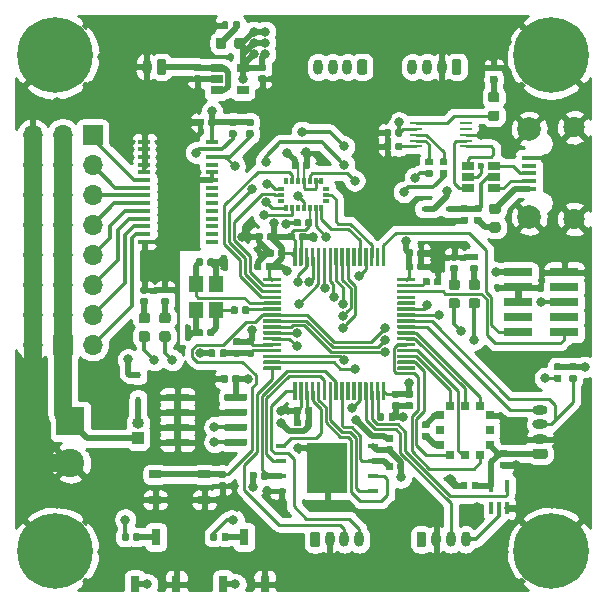
<source format=gbr>
G04 #@! TF.GenerationSoftware,KiCad,Pcbnew,(5.1.5)-3*
G04 #@! TF.CreationDate,2019-12-16T19:18:17+01:00*
G04 #@! TF.ProjectId,HadesMicroJLCPCB,48616465-734d-4696-9372-6f4a4c435043,rev?*
G04 #@! TF.SameCoordinates,Original*
G04 #@! TF.FileFunction,Copper,L1,Top*
G04 #@! TF.FilePolarity,Positive*
%FSLAX46Y46*%
G04 Gerber Fmt 4.6, Leading zero omitted, Abs format (unit mm)*
G04 Created by KiCad (PCBNEW (5.1.5)-3) date 2019-12-16 19:18:17*
%MOMM*%
%LPD*%
G04 APERTURE LIST*
%ADD10R,1.100000X0.400000*%
%ADD11C,0.100000*%
%ADD12R,0.700000X0.650000*%
%ADD13R,0.650000X0.700000*%
%ADD14C,6.400000*%
%ADD15C,0.800000*%
%ADD16C,2.400000*%
%ADD17R,2.400000X2.400000*%
%ADD18R,0.800000X1.400000*%
%ADD19R,0.450000X0.600000*%
%ADD20R,0.600000X0.450000*%
%ADD21R,0.950000X0.450000*%
%ADD22R,3.450000X4.350000*%
%ADD23O,0.800000X1.300000*%
%ADD24R,1.200000X1.400000*%
%ADD25O,1.300000X0.800000*%
%ADD26R,0.300000X0.600000*%
%ADD27R,0.600000X0.300000*%
%ADD28R,1.000000X1.000000*%
%ADD29O,1.000000X1.000000*%
%ADD30R,1.700000X1.700000*%
%ADD31O,1.700000X1.700000*%
%ADD32R,1.050000X0.650000*%
%ADD33R,2.400000X0.740000*%
%ADD34R,1.060000X0.650000*%
%ADD35R,0.400000X1.050000*%
%ADD36R,1.000000X0.250000*%
%ADD37R,1.300000X0.450000*%
%ADD38C,2.000000*%
%ADD39C,1.800000*%
%ADD40C,0.600000*%
%ADD41C,0.500000*%
%ADD42C,0.250000*%
%ADD43C,0.200000*%
%ADD44C,0.350000*%
%ADD45C,1.500000*%
%ADD46C,0.254000*%
G04 APERTURE END LIST*
D10*
X31567000Y-31335000D03*
X31567000Y-31985000D03*
X31567000Y-32635000D03*
X31567000Y-33285000D03*
X31567000Y-33935000D03*
X31567000Y-34585000D03*
X31567000Y-35235000D03*
X31567000Y-35885000D03*
X31567000Y-36535000D03*
X31567000Y-37185000D03*
X31567000Y-37835000D03*
X31567000Y-38485000D03*
X31567000Y-39135000D03*
X31567000Y-39785000D03*
X37267000Y-39785000D03*
X37267000Y-39135000D03*
X37267000Y-38485000D03*
X37267000Y-37835000D03*
X37267000Y-37185000D03*
X37267000Y-36535000D03*
X37267000Y-35885000D03*
X37267000Y-35235000D03*
X37267000Y-34585000D03*
X37267000Y-33935000D03*
X37267000Y-33285000D03*
X37267000Y-32635000D03*
X37267000Y-31985000D03*
X37267000Y-31335000D03*
G04 #@! TA.AperFunction,SMDPad,CuDef*
D11*
G36*
X41434458Y-39050710D02*
G01*
X41448776Y-39052834D01*
X41462817Y-39056351D01*
X41476446Y-39061228D01*
X41489531Y-39067417D01*
X41501947Y-39074858D01*
X41513573Y-39083481D01*
X41524298Y-39093202D01*
X41534019Y-39103927D01*
X41542642Y-39115553D01*
X41550083Y-39127969D01*
X41556272Y-39141054D01*
X41561149Y-39154683D01*
X41564666Y-39168724D01*
X41566790Y-39183042D01*
X41567500Y-39197500D01*
X41567500Y-39542500D01*
X41566790Y-39556958D01*
X41564666Y-39571276D01*
X41561149Y-39585317D01*
X41556272Y-39598946D01*
X41550083Y-39612031D01*
X41542642Y-39624447D01*
X41534019Y-39636073D01*
X41524298Y-39646798D01*
X41513573Y-39656519D01*
X41501947Y-39665142D01*
X41489531Y-39672583D01*
X41476446Y-39678772D01*
X41462817Y-39683649D01*
X41448776Y-39687166D01*
X41434458Y-39689290D01*
X41420000Y-39690000D01*
X41125000Y-39690000D01*
X41110542Y-39689290D01*
X41096224Y-39687166D01*
X41082183Y-39683649D01*
X41068554Y-39678772D01*
X41055469Y-39672583D01*
X41043053Y-39665142D01*
X41031427Y-39656519D01*
X41020702Y-39646798D01*
X41010981Y-39636073D01*
X41002358Y-39624447D01*
X40994917Y-39612031D01*
X40988728Y-39598946D01*
X40983851Y-39585317D01*
X40980334Y-39571276D01*
X40978210Y-39556958D01*
X40977500Y-39542500D01*
X40977500Y-39197500D01*
X40978210Y-39183042D01*
X40980334Y-39168724D01*
X40983851Y-39154683D01*
X40988728Y-39141054D01*
X40994917Y-39127969D01*
X41002358Y-39115553D01*
X41010981Y-39103927D01*
X41020702Y-39093202D01*
X41031427Y-39083481D01*
X41043053Y-39074858D01*
X41055469Y-39067417D01*
X41068554Y-39061228D01*
X41082183Y-39056351D01*
X41096224Y-39052834D01*
X41110542Y-39050710D01*
X41125000Y-39050000D01*
X41420000Y-39050000D01*
X41434458Y-39050710D01*
G37*
G04 #@! TD.AperFunction*
G04 #@! TA.AperFunction,SMDPad,CuDef*
G36*
X42404458Y-39050710D02*
G01*
X42418776Y-39052834D01*
X42432817Y-39056351D01*
X42446446Y-39061228D01*
X42459531Y-39067417D01*
X42471947Y-39074858D01*
X42483573Y-39083481D01*
X42494298Y-39093202D01*
X42504019Y-39103927D01*
X42512642Y-39115553D01*
X42520083Y-39127969D01*
X42526272Y-39141054D01*
X42531149Y-39154683D01*
X42534666Y-39168724D01*
X42536790Y-39183042D01*
X42537500Y-39197500D01*
X42537500Y-39542500D01*
X42536790Y-39556958D01*
X42534666Y-39571276D01*
X42531149Y-39585317D01*
X42526272Y-39598946D01*
X42520083Y-39612031D01*
X42512642Y-39624447D01*
X42504019Y-39636073D01*
X42494298Y-39646798D01*
X42483573Y-39656519D01*
X42471947Y-39665142D01*
X42459531Y-39672583D01*
X42446446Y-39678772D01*
X42432817Y-39683649D01*
X42418776Y-39687166D01*
X42404458Y-39689290D01*
X42390000Y-39690000D01*
X42095000Y-39690000D01*
X42080542Y-39689290D01*
X42066224Y-39687166D01*
X42052183Y-39683649D01*
X42038554Y-39678772D01*
X42025469Y-39672583D01*
X42013053Y-39665142D01*
X42001427Y-39656519D01*
X41990702Y-39646798D01*
X41980981Y-39636073D01*
X41972358Y-39624447D01*
X41964917Y-39612031D01*
X41958728Y-39598946D01*
X41953851Y-39585317D01*
X41950334Y-39571276D01*
X41948210Y-39556958D01*
X41947500Y-39542500D01*
X41947500Y-39197500D01*
X41948210Y-39183042D01*
X41950334Y-39168724D01*
X41953851Y-39154683D01*
X41958728Y-39141054D01*
X41964917Y-39127969D01*
X41972358Y-39115553D01*
X41980981Y-39103927D01*
X41990702Y-39093202D01*
X42001427Y-39083481D01*
X42013053Y-39074858D01*
X42025469Y-39067417D01*
X42038554Y-39061228D01*
X42052183Y-39056351D01*
X42066224Y-39052834D01*
X42080542Y-39050710D01*
X42095000Y-39050000D01*
X42390000Y-39050000D01*
X42404458Y-39050710D01*
G37*
G04 #@! TD.AperFunction*
D12*
X59969400Y-57878400D03*
X58699400Y-57878400D03*
X57429400Y-57878400D03*
D13*
X56599400Y-57048400D03*
X56599400Y-55778400D03*
X56599400Y-54508400D03*
D12*
X57429400Y-53678400D03*
X58699400Y-53678400D03*
X59969400Y-53678400D03*
D13*
X60799400Y-54508400D03*
X60799400Y-55778400D03*
X60799400Y-57048400D03*
G04 #@! TA.AperFunction,SMDPad,CuDef*
D11*
G36*
X43083151Y-42855761D02*
G01*
X43090432Y-42856841D01*
X43097571Y-42858629D01*
X43104501Y-42861109D01*
X43111155Y-42864256D01*
X43117468Y-42868040D01*
X43123379Y-42872424D01*
X43128833Y-42877367D01*
X43133776Y-42882821D01*
X43138160Y-42888732D01*
X43141944Y-42895045D01*
X43145091Y-42901699D01*
X43147571Y-42908629D01*
X43149359Y-42915768D01*
X43150439Y-42923049D01*
X43150800Y-42930400D01*
X43150800Y-43080400D01*
X43150439Y-43087751D01*
X43149359Y-43095032D01*
X43147571Y-43102171D01*
X43145091Y-43109101D01*
X43141944Y-43115755D01*
X43138160Y-43122068D01*
X43133776Y-43127979D01*
X43128833Y-43133433D01*
X43123379Y-43138376D01*
X43117468Y-43142760D01*
X43111155Y-43146544D01*
X43104501Y-43149691D01*
X43097571Y-43152171D01*
X43090432Y-43153959D01*
X43083151Y-43155039D01*
X43075800Y-43155400D01*
X41675800Y-43155400D01*
X41668449Y-43155039D01*
X41661168Y-43153959D01*
X41654029Y-43152171D01*
X41647099Y-43149691D01*
X41640445Y-43146544D01*
X41634132Y-43142760D01*
X41628221Y-43138376D01*
X41622767Y-43133433D01*
X41617824Y-43127979D01*
X41613440Y-43122068D01*
X41609656Y-43115755D01*
X41606509Y-43109101D01*
X41604029Y-43102171D01*
X41602241Y-43095032D01*
X41601161Y-43087751D01*
X41600800Y-43080400D01*
X41600800Y-42930400D01*
X41601161Y-42923049D01*
X41602241Y-42915768D01*
X41604029Y-42908629D01*
X41606509Y-42901699D01*
X41609656Y-42895045D01*
X41613440Y-42888732D01*
X41617824Y-42882821D01*
X41622767Y-42877367D01*
X41628221Y-42872424D01*
X41634132Y-42868040D01*
X41640445Y-42864256D01*
X41647099Y-42861109D01*
X41654029Y-42858629D01*
X41661168Y-42856841D01*
X41668449Y-42855761D01*
X41675800Y-42855400D01*
X43075800Y-42855400D01*
X43083151Y-42855761D01*
G37*
G04 #@! TD.AperFunction*
G04 #@! TA.AperFunction,SMDPad,CuDef*
G36*
X43083151Y-43355761D02*
G01*
X43090432Y-43356841D01*
X43097571Y-43358629D01*
X43104501Y-43361109D01*
X43111155Y-43364256D01*
X43117468Y-43368040D01*
X43123379Y-43372424D01*
X43128833Y-43377367D01*
X43133776Y-43382821D01*
X43138160Y-43388732D01*
X43141944Y-43395045D01*
X43145091Y-43401699D01*
X43147571Y-43408629D01*
X43149359Y-43415768D01*
X43150439Y-43423049D01*
X43150800Y-43430400D01*
X43150800Y-43580400D01*
X43150439Y-43587751D01*
X43149359Y-43595032D01*
X43147571Y-43602171D01*
X43145091Y-43609101D01*
X43141944Y-43615755D01*
X43138160Y-43622068D01*
X43133776Y-43627979D01*
X43128833Y-43633433D01*
X43123379Y-43638376D01*
X43117468Y-43642760D01*
X43111155Y-43646544D01*
X43104501Y-43649691D01*
X43097571Y-43652171D01*
X43090432Y-43653959D01*
X43083151Y-43655039D01*
X43075800Y-43655400D01*
X41675800Y-43655400D01*
X41668449Y-43655039D01*
X41661168Y-43653959D01*
X41654029Y-43652171D01*
X41647099Y-43649691D01*
X41640445Y-43646544D01*
X41634132Y-43642760D01*
X41628221Y-43638376D01*
X41622767Y-43633433D01*
X41617824Y-43627979D01*
X41613440Y-43622068D01*
X41609656Y-43615755D01*
X41606509Y-43609101D01*
X41604029Y-43602171D01*
X41602241Y-43595032D01*
X41601161Y-43587751D01*
X41600800Y-43580400D01*
X41600800Y-43430400D01*
X41601161Y-43423049D01*
X41602241Y-43415768D01*
X41604029Y-43408629D01*
X41606509Y-43401699D01*
X41609656Y-43395045D01*
X41613440Y-43388732D01*
X41617824Y-43382821D01*
X41622767Y-43377367D01*
X41628221Y-43372424D01*
X41634132Y-43368040D01*
X41640445Y-43364256D01*
X41647099Y-43361109D01*
X41654029Y-43358629D01*
X41661168Y-43356841D01*
X41668449Y-43355761D01*
X41675800Y-43355400D01*
X43075800Y-43355400D01*
X43083151Y-43355761D01*
G37*
G04 #@! TD.AperFunction*
G04 #@! TA.AperFunction,SMDPad,CuDef*
G36*
X43083151Y-43855761D02*
G01*
X43090432Y-43856841D01*
X43097571Y-43858629D01*
X43104501Y-43861109D01*
X43111155Y-43864256D01*
X43117468Y-43868040D01*
X43123379Y-43872424D01*
X43128833Y-43877367D01*
X43133776Y-43882821D01*
X43138160Y-43888732D01*
X43141944Y-43895045D01*
X43145091Y-43901699D01*
X43147571Y-43908629D01*
X43149359Y-43915768D01*
X43150439Y-43923049D01*
X43150800Y-43930400D01*
X43150800Y-44080400D01*
X43150439Y-44087751D01*
X43149359Y-44095032D01*
X43147571Y-44102171D01*
X43145091Y-44109101D01*
X43141944Y-44115755D01*
X43138160Y-44122068D01*
X43133776Y-44127979D01*
X43128833Y-44133433D01*
X43123379Y-44138376D01*
X43117468Y-44142760D01*
X43111155Y-44146544D01*
X43104501Y-44149691D01*
X43097571Y-44152171D01*
X43090432Y-44153959D01*
X43083151Y-44155039D01*
X43075800Y-44155400D01*
X41675800Y-44155400D01*
X41668449Y-44155039D01*
X41661168Y-44153959D01*
X41654029Y-44152171D01*
X41647099Y-44149691D01*
X41640445Y-44146544D01*
X41634132Y-44142760D01*
X41628221Y-44138376D01*
X41622767Y-44133433D01*
X41617824Y-44127979D01*
X41613440Y-44122068D01*
X41609656Y-44115755D01*
X41606509Y-44109101D01*
X41604029Y-44102171D01*
X41602241Y-44095032D01*
X41601161Y-44087751D01*
X41600800Y-44080400D01*
X41600800Y-43930400D01*
X41601161Y-43923049D01*
X41602241Y-43915768D01*
X41604029Y-43908629D01*
X41606509Y-43901699D01*
X41609656Y-43895045D01*
X41613440Y-43888732D01*
X41617824Y-43882821D01*
X41622767Y-43877367D01*
X41628221Y-43872424D01*
X41634132Y-43868040D01*
X41640445Y-43864256D01*
X41647099Y-43861109D01*
X41654029Y-43858629D01*
X41661168Y-43856841D01*
X41668449Y-43855761D01*
X41675800Y-43855400D01*
X43075800Y-43855400D01*
X43083151Y-43855761D01*
G37*
G04 #@! TD.AperFunction*
G04 #@! TA.AperFunction,SMDPad,CuDef*
G36*
X43083151Y-44355761D02*
G01*
X43090432Y-44356841D01*
X43097571Y-44358629D01*
X43104501Y-44361109D01*
X43111155Y-44364256D01*
X43117468Y-44368040D01*
X43123379Y-44372424D01*
X43128833Y-44377367D01*
X43133776Y-44382821D01*
X43138160Y-44388732D01*
X43141944Y-44395045D01*
X43145091Y-44401699D01*
X43147571Y-44408629D01*
X43149359Y-44415768D01*
X43150439Y-44423049D01*
X43150800Y-44430400D01*
X43150800Y-44580400D01*
X43150439Y-44587751D01*
X43149359Y-44595032D01*
X43147571Y-44602171D01*
X43145091Y-44609101D01*
X43141944Y-44615755D01*
X43138160Y-44622068D01*
X43133776Y-44627979D01*
X43128833Y-44633433D01*
X43123379Y-44638376D01*
X43117468Y-44642760D01*
X43111155Y-44646544D01*
X43104501Y-44649691D01*
X43097571Y-44652171D01*
X43090432Y-44653959D01*
X43083151Y-44655039D01*
X43075800Y-44655400D01*
X41675800Y-44655400D01*
X41668449Y-44655039D01*
X41661168Y-44653959D01*
X41654029Y-44652171D01*
X41647099Y-44649691D01*
X41640445Y-44646544D01*
X41634132Y-44642760D01*
X41628221Y-44638376D01*
X41622767Y-44633433D01*
X41617824Y-44627979D01*
X41613440Y-44622068D01*
X41609656Y-44615755D01*
X41606509Y-44609101D01*
X41604029Y-44602171D01*
X41602241Y-44595032D01*
X41601161Y-44587751D01*
X41600800Y-44580400D01*
X41600800Y-44430400D01*
X41601161Y-44423049D01*
X41602241Y-44415768D01*
X41604029Y-44408629D01*
X41606509Y-44401699D01*
X41609656Y-44395045D01*
X41613440Y-44388732D01*
X41617824Y-44382821D01*
X41622767Y-44377367D01*
X41628221Y-44372424D01*
X41634132Y-44368040D01*
X41640445Y-44364256D01*
X41647099Y-44361109D01*
X41654029Y-44358629D01*
X41661168Y-44356841D01*
X41668449Y-44355761D01*
X41675800Y-44355400D01*
X43075800Y-44355400D01*
X43083151Y-44355761D01*
G37*
G04 #@! TD.AperFunction*
G04 #@! TA.AperFunction,SMDPad,CuDef*
G36*
X43083151Y-44855761D02*
G01*
X43090432Y-44856841D01*
X43097571Y-44858629D01*
X43104501Y-44861109D01*
X43111155Y-44864256D01*
X43117468Y-44868040D01*
X43123379Y-44872424D01*
X43128833Y-44877367D01*
X43133776Y-44882821D01*
X43138160Y-44888732D01*
X43141944Y-44895045D01*
X43145091Y-44901699D01*
X43147571Y-44908629D01*
X43149359Y-44915768D01*
X43150439Y-44923049D01*
X43150800Y-44930400D01*
X43150800Y-45080400D01*
X43150439Y-45087751D01*
X43149359Y-45095032D01*
X43147571Y-45102171D01*
X43145091Y-45109101D01*
X43141944Y-45115755D01*
X43138160Y-45122068D01*
X43133776Y-45127979D01*
X43128833Y-45133433D01*
X43123379Y-45138376D01*
X43117468Y-45142760D01*
X43111155Y-45146544D01*
X43104501Y-45149691D01*
X43097571Y-45152171D01*
X43090432Y-45153959D01*
X43083151Y-45155039D01*
X43075800Y-45155400D01*
X41675800Y-45155400D01*
X41668449Y-45155039D01*
X41661168Y-45153959D01*
X41654029Y-45152171D01*
X41647099Y-45149691D01*
X41640445Y-45146544D01*
X41634132Y-45142760D01*
X41628221Y-45138376D01*
X41622767Y-45133433D01*
X41617824Y-45127979D01*
X41613440Y-45122068D01*
X41609656Y-45115755D01*
X41606509Y-45109101D01*
X41604029Y-45102171D01*
X41602241Y-45095032D01*
X41601161Y-45087751D01*
X41600800Y-45080400D01*
X41600800Y-44930400D01*
X41601161Y-44923049D01*
X41602241Y-44915768D01*
X41604029Y-44908629D01*
X41606509Y-44901699D01*
X41609656Y-44895045D01*
X41613440Y-44888732D01*
X41617824Y-44882821D01*
X41622767Y-44877367D01*
X41628221Y-44872424D01*
X41634132Y-44868040D01*
X41640445Y-44864256D01*
X41647099Y-44861109D01*
X41654029Y-44858629D01*
X41661168Y-44856841D01*
X41668449Y-44855761D01*
X41675800Y-44855400D01*
X43075800Y-44855400D01*
X43083151Y-44855761D01*
G37*
G04 #@! TD.AperFunction*
G04 #@! TA.AperFunction,SMDPad,CuDef*
G36*
X43083151Y-45355761D02*
G01*
X43090432Y-45356841D01*
X43097571Y-45358629D01*
X43104501Y-45361109D01*
X43111155Y-45364256D01*
X43117468Y-45368040D01*
X43123379Y-45372424D01*
X43128833Y-45377367D01*
X43133776Y-45382821D01*
X43138160Y-45388732D01*
X43141944Y-45395045D01*
X43145091Y-45401699D01*
X43147571Y-45408629D01*
X43149359Y-45415768D01*
X43150439Y-45423049D01*
X43150800Y-45430400D01*
X43150800Y-45580400D01*
X43150439Y-45587751D01*
X43149359Y-45595032D01*
X43147571Y-45602171D01*
X43145091Y-45609101D01*
X43141944Y-45615755D01*
X43138160Y-45622068D01*
X43133776Y-45627979D01*
X43128833Y-45633433D01*
X43123379Y-45638376D01*
X43117468Y-45642760D01*
X43111155Y-45646544D01*
X43104501Y-45649691D01*
X43097571Y-45652171D01*
X43090432Y-45653959D01*
X43083151Y-45655039D01*
X43075800Y-45655400D01*
X41675800Y-45655400D01*
X41668449Y-45655039D01*
X41661168Y-45653959D01*
X41654029Y-45652171D01*
X41647099Y-45649691D01*
X41640445Y-45646544D01*
X41634132Y-45642760D01*
X41628221Y-45638376D01*
X41622767Y-45633433D01*
X41617824Y-45627979D01*
X41613440Y-45622068D01*
X41609656Y-45615755D01*
X41606509Y-45609101D01*
X41604029Y-45602171D01*
X41602241Y-45595032D01*
X41601161Y-45587751D01*
X41600800Y-45580400D01*
X41600800Y-45430400D01*
X41601161Y-45423049D01*
X41602241Y-45415768D01*
X41604029Y-45408629D01*
X41606509Y-45401699D01*
X41609656Y-45395045D01*
X41613440Y-45388732D01*
X41617824Y-45382821D01*
X41622767Y-45377367D01*
X41628221Y-45372424D01*
X41634132Y-45368040D01*
X41640445Y-45364256D01*
X41647099Y-45361109D01*
X41654029Y-45358629D01*
X41661168Y-45356841D01*
X41668449Y-45355761D01*
X41675800Y-45355400D01*
X43075800Y-45355400D01*
X43083151Y-45355761D01*
G37*
G04 #@! TD.AperFunction*
G04 #@! TA.AperFunction,SMDPad,CuDef*
G36*
X43083151Y-45855761D02*
G01*
X43090432Y-45856841D01*
X43097571Y-45858629D01*
X43104501Y-45861109D01*
X43111155Y-45864256D01*
X43117468Y-45868040D01*
X43123379Y-45872424D01*
X43128833Y-45877367D01*
X43133776Y-45882821D01*
X43138160Y-45888732D01*
X43141944Y-45895045D01*
X43145091Y-45901699D01*
X43147571Y-45908629D01*
X43149359Y-45915768D01*
X43150439Y-45923049D01*
X43150800Y-45930400D01*
X43150800Y-46080400D01*
X43150439Y-46087751D01*
X43149359Y-46095032D01*
X43147571Y-46102171D01*
X43145091Y-46109101D01*
X43141944Y-46115755D01*
X43138160Y-46122068D01*
X43133776Y-46127979D01*
X43128833Y-46133433D01*
X43123379Y-46138376D01*
X43117468Y-46142760D01*
X43111155Y-46146544D01*
X43104501Y-46149691D01*
X43097571Y-46152171D01*
X43090432Y-46153959D01*
X43083151Y-46155039D01*
X43075800Y-46155400D01*
X41675800Y-46155400D01*
X41668449Y-46155039D01*
X41661168Y-46153959D01*
X41654029Y-46152171D01*
X41647099Y-46149691D01*
X41640445Y-46146544D01*
X41634132Y-46142760D01*
X41628221Y-46138376D01*
X41622767Y-46133433D01*
X41617824Y-46127979D01*
X41613440Y-46122068D01*
X41609656Y-46115755D01*
X41606509Y-46109101D01*
X41604029Y-46102171D01*
X41602241Y-46095032D01*
X41601161Y-46087751D01*
X41600800Y-46080400D01*
X41600800Y-45930400D01*
X41601161Y-45923049D01*
X41602241Y-45915768D01*
X41604029Y-45908629D01*
X41606509Y-45901699D01*
X41609656Y-45895045D01*
X41613440Y-45888732D01*
X41617824Y-45882821D01*
X41622767Y-45877367D01*
X41628221Y-45872424D01*
X41634132Y-45868040D01*
X41640445Y-45864256D01*
X41647099Y-45861109D01*
X41654029Y-45858629D01*
X41661168Y-45856841D01*
X41668449Y-45855761D01*
X41675800Y-45855400D01*
X43075800Y-45855400D01*
X43083151Y-45855761D01*
G37*
G04 #@! TD.AperFunction*
G04 #@! TA.AperFunction,SMDPad,CuDef*
G36*
X43083151Y-46355761D02*
G01*
X43090432Y-46356841D01*
X43097571Y-46358629D01*
X43104501Y-46361109D01*
X43111155Y-46364256D01*
X43117468Y-46368040D01*
X43123379Y-46372424D01*
X43128833Y-46377367D01*
X43133776Y-46382821D01*
X43138160Y-46388732D01*
X43141944Y-46395045D01*
X43145091Y-46401699D01*
X43147571Y-46408629D01*
X43149359Y-46415768D01*
X43150439Y-46423049D01*
X43150800Y-46430400D01*
X43150800Y-46580400D01*
X43150439Y-46587751D01*
X43149359Y-46595032D01*
X43147571Y-46602171D01*
X43145091Y-46609101D01*
X43141944Y-46615755D01*
X43138160Y-46622068D01*
X43133776Y-46627979D01*
X43128833Y-46633433D01*
X43123379Y-46638376D01*
X43117468Y-46642760D01*
X43111155Y-46646544D01*
X43104501Y-46649691D01*
X43097571Y-46652171D01*
X43090432Y-46653959D01*
X43083151Y-46655039D01*
X43075800Y-46655400D01*
X41675800Y-46655400D01*
X41668449Y-46655039D01*
X41661168Y-46653959D01*
X41654029Y-46652171D01*
X41647099Y-46649691D01*
X41640445Y-46646544D01*
X41634132Y-46642760D01*
X41628221Y-46638376D01*
X41622767Y-46633433D01*
X41617824Y-46627979D01*
X41613440Y-46622068D01*
X41609656Y-46615755D01*
X41606509Y-46609101D01*
X41604029Y-46602171D01*
X41602241Y-46595032D01*
X41601161Y-46587751D01*
X41600800Y-46580400D01*
X41600800Y-46430400D01*
X41601161Y-46423049D01*
X41602241Y-46415768D01*
X41604029Y-46408629D01*
X41606509Y-46401699D01*
X41609656Y-46395045D01*
X41613440Y-46388732D01*
X41617824Y-46382821D01*
X41622767Y-46377367D01*
X41628221Y-46372424D01*
X41634132Y-46368040D01*
X41640445Y-46364256D01*
X41647099Y-46361109D01*
X41654029Y-46358629D01*
X41661168Y-46356841D01*
X41668449Y-46355761D01*
X41675800Y-46355400D01*
X43075800Y-46355400D01*
X43083151Y-46355761D01*
G37*
G04 #@! TD.AperFunction*
G04 #@! TA.AperFunction,SMDPad,CuDef*
G36*
X43083151Y-46855761D02*
G01*
X43090432Y-46856841D01*
X43097571Y-46858629D01*
X43104501Y-46861109D01*
X43111155Y-46864256D01*
X43117468Y-46868040D01*
X43123379Y-46872424D01*
X43128833Y-46877367D01*
X43133776Y-46882821D01*
X43138160Y-46888732D01*
X43141944Y-46895045D01*
X43145091Y-46901699D01*
X43147571Y-46908629D01*
X43149359Y-46915768D01*
X43150439Y-46923049D01*
X43150800Y-46930400D01*
X43150800Y-47080400D01*
X43150439Y-47087751D01*
X43149359Y-47095032D01*
X43147571Y-47102171D01*
X43145091Y-47109101D01*
X43141944Y-47115755D01*
X43138160Y-47122068D01*
X43133776Y-47127979D01*
X43128833Y-47133433D01*
X43123379Y-47138376D01*
X43117468Y-47142760D01*
X43111155Y-47146544D01*
X43104501Y-47149691D01*
X43097571Y-47152171D01*
X43090432Y-47153959D01*
X43083151Y-47155039D01*
X43075800Y-47155400D01*
X41675800Y-47155400D01*
X41668449Y-47155039D01*
X41661168Y-47153959D01*
X41654029Y-47152171D01*
X41647099Y-47149691D01*
X41640445Y-47146544D01*
X41634132Y-47142760D01*
X41628221Y-47138376D01*
X41622767Y-47133433D01*
X41617824Y-47127979D01*
X41613440Y-47122068D01*
X41609656Y-47115755D01*
X41606509Y-47109101D01*
X41604029Y-47102171D01*
X41602241Y-47095032D01*
X41601161Y-47087751D01*
X41600800Y-47080400D01*
X41600800Y-46930400D01*
X41601161Y-46923049D01*
X41602241Y-46915768D01*
X41604029Y-46908629D01*
X41606509Y-46901699D01*
X41609656Y-46895045D01*
X41613440Y-46888732D01*
X41617824Y-46882821D01*
X41622767Y-46877367D01*
X41628221Y-46872424D01*
X41634132Y-46868040D01*
X41640445Y-46864256D01*
X41647099Y-46861109D01*
X41654029Y-46858629D01*
X41661168Y-46856841D01*
X41668449Y-46855761D01*
X41675800Y-46855400D01*
X43075800Y-46855400D01*
X43083151Y-46855761D01*
G37*
G04 #@! TD.AperFunction*
G04 #@! TA.AperFunction,SMDPad,CuDef*
G36*
X43083151Y-47355761D02*
G01*
X43090432Y-47356841D01*
X43097571Y-47358629D01*
X43104501Y-47361109D01*
X43111155Y-47364256D01*
X43117468Y-47368040D01*
X43123379Y-47372424D01*
X43128833Y-47377367D01*
X43133776Y-47382821D01*
X43138160Y-47388732D01*
X43141944Y-47395045D01*
X43145091Y-47401699D01*
X43147571Y-47408629D01*
X43149359Y-47415768D01*
X43150439Y-47423049D01*
X43150800Y-47430400D01*
X43150800Y-47580400D01*
X43150439Y-47587751D01*
X43149359Y-47595032D01*
X43147571Y-47602171D01*
X43145091Y-47609101D01*
X43141944Y-47615755D01*
X43138160Y-47622068D01*
X43133776Y-47627979D01*
X43128833Y-47633433D01*
X43123379Y-47638376D01*
X43117468Y-47642760D01*
X43111155Y-47646544D01*
X43104501Y-47649691D01*
X43097571Y-47652171D01*
X43090432Y-47653959D01*
X43083151Y-47655039D01*
X43075800Y-47655400D01*
X41675800Y-47655400D01*
X41668449Y-47655039D01*
X41661168Y-47653959D01*
X41654029Y-47652171D01*
X41647099Y-47649691D01*
X41640445Y-47646544D01*
X41634132Y-47642760D01*
X41628221Y-47638376D01*
X41622767Y-47633433D01*
X41617824Y-47627979D01*
X41613440Y-47622068D01*
X41609656Y-47615755D01*
X41606509Y-47609101D01*
X41604029Y-47602171D01*
X41602241Y-47595032D01*
X41601161Y-47587751D01*
X41600800Y-47580400D01*
X41600800Y-47430400D01*
X41601161Y-47423049D01*
X41602241Y-47415768D01*
X41604029Y-47408629D01*
X41606509Y-47401699D01*
X41609656Y-47395045D01*
X41613440Y-47388732D01*
X41617824Y-47382821D01*
X41622767Y-47377367D01*
X41628221Y-47372424D01*
X41634132Y-47368040D01*
X41640445Y-47364256D01*
X41647099Y-47361109D01*
X41654029Y-47358629D01*
X41661168Y-47356841D01*
X41668449Y-47355761D01*
X41675800Y-47355400D01*
X43075800Y-47355400D01*
X43083151Y-47355761D01*
G37*
G04 #@! TD.AperFunction*
G04 #@! TA.AperFunction,SMDPad,CuDef*
G36*
X43083151Y-47855761D02*
G01*
X43090432Y-47856841D01*
X43097571Y-47858629D01*
X43104501Y-47861109D01*
X43111155Y-47864256D01*
X43117468Y-47868040D01*
X43123379Y-47872424D01*
X43128833Y-47877367D01*
X43133776Y-47882821D01*
X43138160Y-47888732D01*
X43141944Y-47895045D01*
X43145091Y-47901699D01*
X43147571Y-47908629D01*
X43149359Y-47915768D01*
X43150439Y-47923049D01*
X43150800Y-47930400D01*
X43150800Y-48080400D01*
X43150439Y-48087751D01*
X43149359Y-48095032D01*
X43147571Y-48102171D01*
X43145091Y-48109101D01*
X43141944Y-48115755D01*
X43138160Y-48122068D01*
X43133776Y-48127979D01*
X43128833Y-48133433D01*
X43123379Y-48138376D01*
X43117468Y-48142760D01*
X43111155Y-48146544D01*
X43104501Y-48149691D01*
X43097571Y-48152171D01*
X43090432Y-48153959D01*
X43083151Y-48155039D01*
X43075800Y-48155400D01*
X41675800Y-48155400D01*
X41668449Y-48155039D01*
X41661168Y-48153959D01*
X41654029Y-48152171D01*
X41647099Y-48149691D01*
X41640445Y-48146544D01*
X41634132Y-48142760D01*
X41628221Y-48138376D01*
X41622767Y-48133433D01*
X41617824Y-48127979D01*
X41613440Y-48122068D01*
X41609656Y-48115755D01*
X41606509Y-48109101D01*
X41604029Y-48102171D01*
X41602241Y-48095032D01*
X41601161Y-48087751D01*
X41600800Y-48080400D01*
X41600800Y-47930400D01*
X41601161Y-47923049D01*
X41602241Y-47915768D01*
X41604029Y-47908629D01*
X41606509Y-47901699D01*
X41609656Y-47895045D01*
X41613440Y-47888732D01*
X41617824Y-47882821D01*
X41622767Y-47877367D01*
X41628221Y-47872424D01*
X41634132Y-47868040D01*
X41640445Y-47864256D01*
X41647099Y-47861109D01*
X41654029Y-47858629D01*
X41661168Y-47856841D01*
X41668449Y-47855761D01*
X41675800Y-47855400D01*
X43075800Y-47855400D01*
X43083151Y-47855761D01*
G37*
G04 #@! TD.AperFunction*
G04 #@! TA.AperFunction,SMDPad,CuDef*
G36*
X43083151Y-48355761D02*
G01*
X43090432Y-48356841D01*
X43097571Y-48358629D01*
X43104501Y-48361109D01*
X43111155Y-48364256D01*
X43117468Y-48368040D01*
X43123379Y-48372424D01*
X43128833Y-48377367D01*
X43133776Y-48382821D01*
X43138160Y-48388732D01*
X43141944Y-48395045D01*
X43145091Y-48401699D01*
X43147571Y-48408629D01*
X43149359Y-48415768D01*
X43150439Y-48423049D01*
X43150800Y-48430400D01*
X43150800Y-48580400D01*
X43150439Y-48587751D01*
X43149359Y-48595032D01*
X43147571Y-48602171D01*
X43145091Y-48609101D01*
X43141944Y-48615755D01*
X43138160Y-48622068D01*
X43133776Y-48627979D01*
X43128833Y-48633433D01*
X43123379Y-48638376D01*
X43117468Y-48642760D01*
X43111155Y-48646544D01*
X43104501Y-48649691D01*
X43097571Y-48652171D01*
X43090432Y-48653959D01*
X43083151Y-48655039D01*
X43075800Y-48655400D01*
X41675800Y-48655400D01*
X41668449Y-48655039D01*
X41661168Y-48653959D01*
X41654029Y-48652171D01*
X41647099Y-48649691D01*
X41640445Y-48646544D01*
X41634132Y-48642760D01*
X41628221Y-48638376D01*
X41622767Y-48633433D01*
X41617824Y-48627979D01*
X41613440Y-48622068D01*
X41609656Y-48615755D01*
X41606509Y-48609101D01*
X41604029Y-48602171D01*
X41602241Y-48595032D01*
X41601161Y-48587751D01*
X41600800Y-48580400D01*
X41600800Y-48430400D01*
X41601161Y-48423049D01*
X41602241Y-48415768D01*
X41604029Y-48408629D01*
X41606509Y-48401699D01*
X41609656Y-48395045D01*
X41613440Y-48388732D01*
X41617824Y-48382821D01*
X41622767Y-48377367D01*
X41628221Y-48372424D01*
X41634132Y-48368040D01*
X41640445Y-48364256D01*
X41647099Y-48361109D01*
X41654029Y-48358629D01*
X41661168Y-48356841D01*
X41668449Y-48355761D01*
X41675800Y-48355400D01*
X43075800Y-48355400D01*
X43083151Y-48355761D01*
G37*
G04 #@! TD.AperFunction*
G04 #@! TA.AperFunction,SMDPad,CuDef*
G36*
X43083151Y-48855761D02*
G01*
X43090432Y-48856841D01*
X43097571Y-48858629D01*
X43104501Y-48861109D01*
X43111155Y-48864256D01*
X43117468Y-48868040D01*
X43123379Y-48872424D01*
X43128833Y-48877367D01*
X43133776Y-48882821D01*
X43138160Y-48888732D01*
X43141944Y-48895045D01*
X43145091Y-48901699D01*
X43147571Y-48908629D01*
X43149359Y-48915768D01*
X43150439Y-48923049D01*
X43150800Y-48930400D01*
X43150800Y-49080400D01*
X43150439Y-49087751D01*
X43149359Y-49095032D01*
X43147571Y-49102171D01*
X43145091Y-49109101D01*
X43141944Y-49115755D01*
X43138160Y-49122068D01*
X43133776Y-49127979D01*
X43128833Y-49133433D01*
X43123379Y-49138376D01*
X43117468Y-49142760D01*
X43111155Y-49146544D01*
X43104501Y-49149691D01*
X43097571Y-49152171D01*
X43090432Y-49153959D01*
X43083151Y-49155039D01*
X43075800Y-49155400D01*
X41675800Y-49155400D01*
X41668449Y-49155039D01*
X41661168Y-49153959D01*
X41654029Y-49152171D01*
X41647099Y-49149691D01*
X41640445Y-49146544D01*
X41634132Y-49142760D01*
X41628221Y-49138376D01*
X41622767Y-49133433D01*
X41617824Y-49127979D01*
X41613440Y-49122068D01*
X41609656Y-49115755D01*
X41606509Y-49109101D01*
X41604029Y-49102171D01*
X41602241Y-49095032D01*
X41601161Y-49087751D01*
X41600800Y-49080400D01*
X41600800Y-48930400D01*
X41601161Y-48923049D01*
X41602241Y-48915768D01*
X41604029Y-48908629D01*
X41606509Y-48901699D01*
X41609656Y-48895045D01*
X41613440Y-48888732D01*
X41617824Y-48882821D01*
X41622767Y-48877367D01*
X41628221Y-48872424D01*
X41634132Y-48868040D01*
X41640445Y-48864256D01*
X41647099Y-48861109D01*
X41654029Y-48858629D01*
X41661168Y-48856841D01*
X41668449Y-48855761D01*
X41675800Y-48855400D01*
X43075800Y-48855400D01*
X43083151Y-48855761D01*
G37*
G04 #@! TD.AperFunction*
G04 #@! TA.AperFunction,SMDPad,CuDef*
G36*
X43083151Y-49355761D02*
G01*
X43090432Y-49356841D01*
X43097571Y-49358629D01*
X43104501Y-49361109D01*
X43111155Y-49364256D01*
X43117468Y-49368040D01*
X43123379Y-49372424D01*
X43128833Y-49377367D01*
X43133776Y-49382821D01*
X43138160Y-49388732D01*
X43141944Y-49395045D01*
X43145091Y-49401699D01*
X43147571Y-49408629D01*
X43149359Y-49415768D01*
X43150439Y-49423049D01*
X43150800Y-49430400D01*
X43150800Y-49580400D01*
X43150439Y-49587751D01*
X43149359Y-49595032D01*
X43147571Y-49602171D01*
X43145091Y-49609101D01*
X43141944Y-49615755D01*
X43138160Y-49622068D01*
X43133776Y-49627979D01*
X43128833Y-49633433D01*
X43123379Y-49638376D01*
X43117468Y-49642760D01*
X43111155Y-49646544D01*
X43104501Y-49649691D01*
X43097571Y-49652171D01*
X43090432Y-49653959D01*
X43083151Y-49655039D01*
X43075800Y-49655400D01*
X41675800Y-49655400D01*
X41668449Y-49655039D01*
X41661168Y-49653959D01*
X41654029Y-49652171D01*
X41647099Y-49649691D01*
X41640445Y-49646544D01*
X41634132Y-49642760D01*
X41628221Y-49638376D01*
X41622767Y-49633433D01*
X41617824Y-49627979D01*
X41613440Y-49622068D01*
X41609656Y-49615755D01*
X41606509Y-49609101D01*
X41604029Y-49602171D01*
X41602241Y-49595032D01*
X41601161Y-49587751D01*
X41600800Y-49580400D01*
X41600800Y-49430400D01*
X41601161Y-49423049D01*
X41602241Y-49415768D01*
X41604029Y-49408629D01*
X41606509Y-49401699D01*
X41609656Y-49395045D01*
X41613440Y-49388732D01*
X41617824Y-49382821D01*
X41622767Y-49377367D01*
X41628221Y-49372424D01*
X41634132Y-49368040D01*
X41640445Y-49364256D01*
X41647099Y-49361109D01*
X41654029Y-49358629D01*
X41661168Y-49356841D01*
X41668449Y-49355761D01*
X41675800Y-49355400D01*
X43075800Y-49355400D01*
X43083151Y-49355761D01*
G37*
G04 #@! TD.AperFunction*
G04 #@! TA.AperFunction,SMDPad,CuDef*
G36*
X43083151Y-49855761D02*
G01*
X43090432Y-49856841D01*
X43097571Y-49858629D01*
X43104501Y-49861109D01*
X43111155Y-49864256D01*
X43117468Y-49868040D01*
X43123379Y-49872424D01*
X43128833Y-49877367D01*
X43133776Y-49882821D01*
X43138160Y-49888732D01*
X43141944Y-49895045D01*
X43145091Y-49901699D01*
X43147571Y-49908629D01*
X43149359Y-49915768D01*
X43150439Y-49923049D01*
X43150800Y-49930400D01*
X43150800Y-50080400D01*
X43150439Y-50087751D01*
X43149359Y-50095032D01*
X43147571Y-50102171D01*
X43145091Y-50109101D01*
X43141944Y-50115755D01*
X43138160Y-50122068D01*
X43133776Y-50127979D01*
X43128833Y-50133433D01*
X43123379Y-50138376D01*
X43117468Y-50142760D01*
X43111155Y-50146544D01*
X43104501Y-50149691D01*
X43097571Y-50152171D01*
X43090432Y-50153959D01*
X43083151Y-50155039D01*
X43075800Y-50155400D01*
X41675800Y-50155400D01*
X41668449Y-50155039D01*
X41661168Y-50153959D01*
X41654029Y-50152171D01*
X41647099Y-50149691D01*
X41640445Y-50146544D01*
X41634132Y-50142760D01*
X41628221Y-50138376D01*
X41622767Y-50133433D01*
X41617824Y-50127979D01*
X41613440Y-50122068D01*
X41609656Y-50115755D01*
X41606509Y-50109101D01*
X41604029Y-50102171D01*
X41602241Y-50095032D01*
X41601161Y-50087751D01*
X41600800Y-50080400D01*
X41600800Y-49930400D01*
X41601161Y-49923049D01*
X41602241Y-49915768D01*
X41604029Y-49908629D01*
X41606509Y-49901699D01*
X41609656Y-49895045D01*
X41613440Y-49888732D01*
X41617824Y-49882821D01*
X41622767Y-49877367D01*
X41628221Y-49872424D01*
X41634132Y-49868040D01*
X41640445Y-49864256D01*
X41647099Y-49861109D01*
X41654029Y-49858629D01*
X41661168Y-49856841D01*
X41668449Y-49855761D01*
X41675800Y-49855400D01*
X43075800Y-49855400D01*
X43083151Y-49855761D01*
G37*
G04 #@! TD.AperFunction*
G04 #@! TA.AperFunction,SMDPad,CuDef*
G36*
X43083151Y-50355761D02*
G01*
X43090432Y-50356841D01*
X43097571Y-50358629D01*
X43104501Y-50361109D01*
X43111155Y-50364256D01*
X43117468Y-50368040D01*
X43123379Y-50372424D01*
X43128833Y-50377367D01*
X43133776Y-50382821D01*
X43138160Y-50388732D01*
X43141944Y-50395045D01*
X43145091Y-50401699D01*
X43147571Y-50408629D01*
X43149359Y-50415768D01*
X43150439Y-50423049D01*
X43150800Y-50430400D01*
X43150800Y-50580400D01*
X43150439Y-50587751D01*
X43149359Y-50595032D01*
X43147571Y-50602171D01*
X43145091Y-50609101D01*
X43141944Y-50615755D01*
X43138160Y-50622068D01*
X43133776Y-50627979D01*
X43128833Y-50633433D01*
X43123379Y-50638376D01*
X43117468Y-50642760D01*
X43111155Y-50646544D01*
X43104501Y-50649691D01*
X43097571Y-50652171D01*
X43090432Y-50653959D01*
X43083151Y-50655039D01*
X43075800Y-50655400D01*
X41675800Y-50655400D01*
X41668449Y-50655039D01*
X41661168Y-50653959D01*
X41654029Y-50652171D01*
X41647099Y-50649691D01*
X41640445Y-50646544D01*
X41634132Y-50642760D01*
X41628221Y-50638376D01*
X41622767Y-50633433D01*
X41617824Y-50627979D01*
X41613440Y-50622068D01*
X41609656Y-50615755D01*
X41606509Y-50609101D01*
X41604029Y-50602171D01*
X41602241Y-50595032D01*
X41601161Y-50587751D01*
X41600800Y-50580400D01*
X41600800Y-50430400D01*
X41601161Y-50423049D01*
X41602241Y-50415768D01*
X41604029Y-50408629D01*
X41606509Y-50401699D01*
X41609656Y-50395045D01*
X41613440Y-50388732D01*
X41617824Y-50382821D01*
X41622767Y-50377367D01*
X41628221Y-50372424D01*
X41634132Y-50368040D01*
X41640445Y-50364256D01*
X41647099Y-50361109D01*
X41654029Y-50358629D01*
X41661168Y-50356841D01*
X41668449Y-50355761D01*
X41675800Y-50355400D01*
X43075800Y-50355400D01*
X43083151Y-50355761D01*
G37*
G04 #@! TD.AperFunction*
G04 #@! TA.AperFunction,SMDPad,CuDef*
G36*
X44383151Y-51655761D02*
G01*
X44390432Y-51656841D01*
X44397571Y-51658629D01*
X44404501Y-51661109D01*
X44411155Y-51664256D01*
X44417468Y-51668040D01*
X44423379Y-51672424D01*
X44428833Y-51677367D01*
X44433776Y-51682821D01*
X44438160Y-51688732D01*
X44441944Y-51695045D01*
X44445091Y-51701699D01*
X44447571Y-51708629D01*
X44449359Y-51715768D01*
X44450439Y-51723049D01*
X44450800Y-51730400D01*
X44450800Y-53130400D01*
X44450439Y-53137751D01*
X44449359Y-53145032D01*
X44447571Y-53152171D01*
X44445091Y-53159101D01*
X44441944Y-53165755D01*
X44438160Y-53172068D01*
X44433776Y-53177979D01*
X44428833Y-53183433D01*
X44423379Y-53188376D01*
X44417468Y-53192760D01*
X44411155Y-53196544D01*
X44404501Y-53199691D01*
X44397571Y-53202171D01*
X44390432Y-53203959D01*
X44383151Y-53205039D01*
X44375800Y-53205400D01*
X44225800Y-53205400D01*
X44218449Y-53205039D01*
X44211168Y-53203959D01*
X44204029Y-53202171D01*
X44197099Y-53199691D01*
X44190445Y-53196544D01*
X44184132Y-53192760D01*
X44178221Y-53188376D01*
X44172767Y-53183433D01*
X44167824Y-53177979D01*
X44163440Y-53172068D01*
X44159656Y-53165755D01*
X44156509Y-53159101D01*
X44154029Y-53152171D01*
X44152241Y-53145032D01*
X44151161Y-53137751D01*
X44150800Y-53130400D01*
X44150800Y-51730400D01*
X44151161Y-51723049D01*
X44152241Y-51715768D01*
X44154029Y-51708629D01*
X44156509Y-51701699D01*
X44159656Y-51695045D01*
X44163440Y-51688732D01*
X44167824Y-51682821D01*
X44172767Y-51677367D01*
X44178221Y-51672424D01*
X44184132Y-51668040D01*
X44190445Y-51664256D01*
X44197099Y-51661109D01*
X44204029Y-51658629D01*
X44211168Y-51656841D01*
X44218449Y-51655761D01*
X44225800Y-51655400D01*
X44375800Y-51655400D01*
X44383151Y-51655761D01*
G37*
G04 #@! TD.AperFunction*
G04 #@! TA.AperFunction,SMDPad,CuDef*
G36*
X44883151Y-51655761D02*
G01*
X44890432Y-51656841D01*
X44897571Y-51658629D01*
X44904501Y-51661109D01*
X44911155Y-51664256D01*
X44917468Y-51668040D01*
X44923379Y-51672424D01*
X44928833Y-51677367D01*
X44933776Y-51682821D01*
X44938160Y-51688732D01*
X44941944Y-51695045D01*
X44945091Y-51701699D01*
X44947571Y-51708629D01*
X44949359Y-51715768D01*
X44950439Y-51723049D01*
X44950800Y-51730400D01*
X44950800Y-53130400D01*
X44950439Y-53137751D01*
X44949359Y-53145032D01*
X44947571Y-53152171D01*
X44945091Y-53159101D01*
X44941944Y-53165755D01*
X44938160Y-53172068D01*
X44933776Y-53177979D01*
X44928833Y-53183433D01*
X44923379Y-53188376D01*
X44917468Y-53192760D01*
X44911155Y-53196544D01*
X44904501Y-53199691D01*
X44897571Y-53202171D01*
X44890432Y-53203959D01*
X44883151Y-53205039D01*
X44875800Y-53205400D01*
X44725800Y-53205400D01*
X44718449Y-53205039D01*
X44711168Y-53203959D01*
X44704029Y-53202171D01*
X44697099Y-53199691D01*
X44690445Y-53196544D01*
X44684132Y-53192760D01*
X44678221Y-53188376D01*
X44672767Y-53183433D01*
X44667824Y-53177979D01*
X44663440Y-53172068D01*
X44659656Y-53165755D01*
X44656509Y-53159101D01*
X44654029Y-53152171D01*
X44652241Y-53145032D01*
X44651161Y-53137751D01*
X44650800Y-53130400D01*
X44650800Y-51730400D01*
X44651161Y-51723049D01*
X44652241Y-51715768D01*
X44654029Y-51708629D01*
X44656509Y-51701699D01*
X44659656Y-51695045D01*
X44663440Y-51688732D01*
X44667824Y-51682821D01*
X44672767Y-51677367D01*
X44678221Y-51672424D01*
X44684132Y-51668040D01*
X44690445Y-51664256D01*
X44697099Y-51661109D01*
X44704029Y-51658629D01*
X44711168Y-51656841D01*
X44718449Y-51655761D01*
X44725800Y-51655400D01*
X44875800Y-51655400D01*
X44883151Y-51655761D01*
G37*
G04 #@! TD.AperFunction*
G04 #@! TA.AperFunction,SMDPad,CuDef*
G36*
X45383151Y-51655761D02*
G01*
X45390432Y-51656841D01*
X45397571Y-51658629D01*
X45404501Y-51661109D01*
X45411155Y-51664256D01*
X45417468Y-51668040D01*
X45423379Y-51672424D01*
X45428833Y-51677367D01*
X45433776Y-51682821D01*
X45438160Y-51688732D01*
X45441944Y-51695045D01*
X45445091Y-51701699D01*
X45447571Y-51708629D01*
X45449359Y-51715768D01*
X45450439Y-51723049D01*
X45450800Y-51730400D01*
X45450800Y-53130400D01*
X45450439Y-53137751D01*
X45449359Y-53145032D01*
X45447571Y-53152171D01*
X45445091Y-53159101D01*
X45441944Y-53165755D01*
X45438160Y-53172068D01*
X45433776Y-53177979D01*
X45428833Y-53183433D01*
X45423379Y-53188376D01*
X45417468Y-53192760D01*
X45411155Y-53196544D01*
X45404501Y-53199691D01*
X45397571Y-53202171D01*
X45390432Y-53203959D01*
X45383151Y-53205039D01*
X45375800Y-53205400D01*
X45225800Y-53205400D01*
X45218449Y-53205039D01*
X45211168Y-53203959D01*
X45204029Y-53202171D01*
X45197099Y-53199691D01*
X45190445Y-53196544D01*
X45184132Y-53192760D01*
X45178221Y-53188376D01*
X45172767Y-53183433D01*
X45167824Y-53177979D01*
X45163440Y-53172068D01*
X45159656Y-53165755D01*
X45156509Y-53159101D01*
X45154029Y-53152171D01*
X45152241Y-53145032D01*
X45151161Y-53137751D01*
X45150800Y-53130400D01*
X45150800Y-51730400D01*
X45151161Y-51723049D01*
X45152241Y-51715768D01*
X45154029Y-51708629D01*
X45156509Y-51701699D01*
X45159656Y-51695045D01*
X45163440Y-51688732D01*
X45167824Y-51682821D01*
X45172767Y-51677367D01*
X45178221Y-51672424D01*
X45184132Y-51668040D01*
X45190445Y-51664256D01*
X45197099Y-51661109D01*
X45204029Y-51658629D01*
X45211168Y-51656841D01*
X45218449Y-51655761D01*
X45225800Y-51655400D01*
X45375800Y-51655400D01*
X45383151Y-51655761D01*
G37*
G04 #@! TD.AperFunction*
G04 #@! TA.AperFunction,SMDPad,CuDef*
G36*
X45883151Y-51655761D02*
G01*
X45890432Y-51656841D01*
X45897571Y-51658629D01*
X45904501Y-51661109D01*
X45911155Y-51664256D01*
X45917468Y-51668040D01*
X45923379Y-51672424D01*
X45928833Y-51677367D01*
X45933776Y-51682821D01*
X45938160Y-51688732D01*
X45941944Y-51695045D01*
X45945091Y-51701699D01*
X45947571Y-51708629D01*
X45949359Y-51715768D01*
X45950439Y-51723049D01*
X45950800Y-51730400D01*
X45950800Y-53130400D01*
X45950439Y-53137751D01*
X45949359Y-53145032D01*
X45947571Y-53152171D01*
X45945091Y-53159101D01*
X45941944Y-53165755D01*
X45938160Y-53172068D01*
X45933776Y-53177979D01*
X45928833Y-53183433D01*
X45923379Y-53188376D01*
X45917468Y-53192760D01*
X45911155Y-53196544D01*
X45904501Y-53199691D01*
X45897571Y-53202171D01*
X45890432Y-53203959D01*
X45883151Y-53205039D01*
X45875800Y-53205400D01*
X45725800Y-53205400D01*
X45718449Y-53205039D01*
X45711168Y-53203959D01*
X45704029Y-53202171D01*
X45697099Y-53199691D01*
X45690445Y-53196544D01*
X45684132Y-53192760D01*
X45678221Y-53188376D01*
X45672767Y-53183433D01*
X45667824Y-53177979D01*
X45663440Y-53172068D01*
X45659656Y-53165755D01*
X45656509Y-53159101D01*
X45654029Y-53152171D01*
X45652241Y-53145032D01*
X45651161Y-53137751D01*
X45650800Y-53130400D01*
X45650800Y-51730400D01*
X45651161Y-51723049D01*
X45652241Y-51715768D01*
X45654029Y-51708629D01*
X45656509Y-51701699D01*
X45659656Y-51695045D01*
X45663440Y-51688732D01*
X45667824Y-51682821D01*
X45672767Y-51677367D01*
X45678221Y-51672424D01*
X45684132Y-51668040D01*
X45690445Y-51664256D01*
X45697099Y-51661109D01*
X45704029Y-51658629D01*
X45711168Y-51656841D01*
X45718449Y-51655761D01*
X45725800Y-51655400D01*
X45875800Y-51655400D01*
X45883151Y-51655761D01*
G37*
G04 #@! TD.AperFunction*
G04 #@! TA.AperFunction,SMDPad,CuDef*
G36*
X46383151Y-51655761D02*
G01*
X46390432Y-51656841D01*
X46397571Y-51658629D01*
X46404501Y-51661109D01*
X46411155Y-51664256D01*
X46417468Y-51668040D01*
X46423379Y-51672424D01*
X46428833Y-51677367D01*
X46433776Y-51682821D01*
X46438160Y-51688732D01*
X46441944Y-51695045D01*
X46445091Y-51701699D01*
X46447571Y-51708629D01*
X46449359Y-51715768D01*
X46450439Y-51723049D01*
X46450800Y-51730400D01*
X46450800Y-53130400D01*
X46450439Y-53137751D01*
X46449359Y-53145032D01*
X46447571Y-53152171D01*
X46445091Y-53159101D01*
X46441944Y-53165755D01*
X46438160Y-53172068D01*
X46433776Y-53177979D01*
X46428833Y-53183433D01*
X46423379Y-53188376D01*
X46417468Y-53192760D01*
X46411155Y-53196544D01*
X46404501Y-53199691D01*
X46397571Y-53202171D01*
X46390432Y-53203959D01*
X46383151Y-53205039D01*
X46375800Y-53205400D01*
X46225800Y-53205400D01*
X46218449Y-53205039D01*
X46211168Y-53203959D01*
X46204029Y-53202171D01*
X46197099Y-53199691D01*
X46190445Y-53196544D01*
X46184132Y-53192760D01*
X46178221Y-53188376D01*
X46172767Y-53183433D01*
X46167824Y-53177979D01*
X46163440Y-53172068D01*
X46159656Y-53165755D01*
X46156509Y-53159101D01*
X46154029Y-53152171D01*
X46152241Y-53145032D01*
X46151161Y-53137751D01*
X46150800Y-53130400D01*
X46150800Y-51730400D01*
X46151161Y-51723049D01*
X46152241Y-51715768D01*
X46154029Y-51708629D01*
X46156509Y-51701699D01*
X46159656Y-51695045D01*
X46163440Y-51688732D01*
X46167824Y-51682821D01*
X46172767Y-51677367D01*
X46178221Y-51672424D01*
X46184132Y-51668040D01*
X46190445Y-51664256D01*
X46197099Y-51661109D01*
X46204029Y-51658629D01*
X46211168Y-51656841D01*
X46218449Y-51655761D01*
X46225800Y-51655400D01*
X46375800Y-51655400D01*
X46383151Y-51655761D01*
G37*
G04 #@! TD.AperFunction*
G04 #@! TA.AperFunction,SMDPad,CuDef*
G36*
X46883151Y-51655761D02*
G01*
X46890432Y-51656841D01*
X46897571Y-51658629D01*
X46904501Y-51661109D01*
X46911155Y-51664256D01*
X46917468Y-51668040D01*
X46923379Y-51672424D01*
X46928833Y-51677367D01*
X46933776Y-51682821D01*
X46938160Y-51688732D01*
X46941944Y-51695045D01*
X46945091Y-51701699D01*
X46947571Y-51708629D01*
X46949359Y-51715768D01*
X46950439Y-51723049D01*
X46950800Y-51730400D01*
X46950800Y-53130400D01*
X46950439Y-53137751D01*
X46949359Y-53145032D01*
X46947571Y-53152171D01*
X46945091Y-53159101D01*
X46941944Y-53165755D01*
X46938160Y-53172068D01*
X46933776Y-53177979D01*
X46928833Y-53183433D01*
X46923379Y-53188376D01*
X46917468Y-53192760D01*
X46911155Y-53196544D01*
X46904501Y-53199691D01*
X46897571Y-53202171D01*
X46890432Y-53203959D01*
X46883151Y-53205039D01*
X46875800Y-53205400D01*
X46725800Y-53205400D01*
X46718449Y-53205039D01*
X46711168Y-53203959D01*
X46704029Y-53202171D01*
X46697099Y-53199691D01*
X46690445Y-53196544D01*
X46684132Y-53192760D01*
X46678221Y-53188376D01*
X46672767Y-53183433D01*
X46667824Y-53177979D01*
X46663440Y-53172068D01*
X46659656Y-53165755D01*
X46656509Y-53159101D01*
X46654029Y-53152171D01*
X46652241Y-53145032D01*
X46651161Y-53137751D01*
X46650800Y-53130400D01*
X46650800Y-51730400D01*
X46651161Y-51723049D01*
X46652241Y-51715768D01*
X46654029Y-51708629D01*
X46656509Y-51701699D01*
X46659656Y-51695045D01*
X46663440Y-51688732D01*
X46667824Y-51682821D01*
X46672767Y-51677367D01*
X46678221Y-51672424D01*
X46684132Y-51668040D01*
X46690445Y-51664256D01*
X46697099Y-51661109D01*
X46704029Y-51658629D01*
X46711168Y-51656841D01*
X46718449Y-51655761D01*
X46725800Y-51655400D01*
X46875800Y-51655400D01*
X46883151Y-51655761D01*
G37*
G04 #@! TD.AperFunction*
G04 #@! TA.AperFunction,SMDPad,CuDef*
G36*
X47383151Y-51655761D02*
G01*
X47390432Y-51656841D01*
X47397571Y-51658629D01*
X47404501Y-51661109D01*
X47411155Y-51664256D01*
X47417468Y-51668040D01*
X47423379Y-51672424D01*
X47428833Y-51677367D01*
X47433776Y-51682821D01*
X47438160Y-51688732D01*
X47441944Y-51695045D01*
X47445091Y-51701699D01*
X47447571Y-51708629D01*
X47449359Y-51715768D01*
X47450439Y-51723049D01*
X47450800Y-51730400D01*
X47450800Y-53130400D01*
X47450439Y-53137751D01*
X47449359Y-53145032D01*
X47447571Y-53152171D01*
X47445091Y-53159101D01*
X47441944Y-53165755D01*
X47438160Y-53172068D01*
X47433776Y-53177979D01*
X47428833Y-53183433D01*
X47423379Y-53188376D01*
X47417468Y-53192760D01*
X47411155Y-53196544D01*
X47404501Y-53199691D01*
X47397571Y-53202171D01*
X47390432Y-53203959D01*
X47383151Y-53205039D01*
X47375800Y-53205400D01*
X47225800Y-53205400D01*
X47218449Y-53205039D01*
X47211168Y-53203959D01*
X47204029Y-53202171D01*
X47197099Y-53199691D01*
X47190445Y-53196544D01*
X47184132Y-53192760D01*
X47178221Y-53188376D01*
X47172767Y-53183433D01*
X47167824Y-53177979D01*
X47163440Y-53172068D01*
X47159656Y-53165755D01*
X47156509Y-53159101D01*
X47154029Y-53152171D01*
X47152241Y-53145032D01*
X47151161Y-53137751D01*
X47150800Y-53130400D01*
X47150800Y-51730400D01*
X47151161Y-51723049D01*
X47152241Y-51715768D01*
X47154029Y-51708629D01*
X47156509Y-51701699D01*
X47159656Y-51695045D01*
X47163440Y-51688732D01*
X47167824Y-51682821D01*
X47172767Y-51677367D01*
X47178221Y-51672424D01*
X47184132Y-51668040D01*
X47190445Y-51664256D01*
X47197099Y-51661109D01*
X47204029Y-51658629D01*
X47211168Y-51656841D01*
X47218449Y-51655761D01*
X47225800Y-51655400D01*
X47375800Y-51655400D01*
X47383151Y-51655761D01*
G37*
G04 #@! TD.AperFunction*
G04 #@! TA.AperFunction,SMDPad,CuDef*
G36*
X47883151Y-51655761D02*
G01*
X47890432Y-51656841D01*
X47897571Y-51658629D01*
X47904501Y-51661109D01*
X47911155Y-51664256D01*
X47917468Y-51668040D01*
X47923379Y-51672424D01*
X47928833Y-51677367D01*
X47933776Y-51682821D01*
X47938160Y-51688732D01*
X47941944Y-51695045D01*
X47945091Y-51701699D01*
X47947571Y-51708629D01*
X47949359Y-51715768D01*
X47950439Y-51723049D01*
X47950800Y-51730400D01*
X47950800Y-53130400D01*
X47950439Y-53137751D01*
X47949359Y-53145032D01*
X47947571Y-53152171D01*
X47945091Y-53159101D01*
X47941944Y-53165755D01*
X47938160Y-53172068D01*
X47933776Y-53177979D01*
X47928833Y-53183433D01*
X47923379Y-53188376D01*
X47917468Y-53192760D01*
X47911155Y-53196544D01*
X47904501Y-53199691D01*
X47897571Y-53202171D01*
X47890432Y-53203959D01*
X47883151Y-53205039D01*
X47875800Y-53205400D01*
X47725800Y-53205400D01*
X47718449Y-53205039D01*
X47711168Y-53203959D01*
X47704029Y-53202171D01*
X47697099Y-53199691D01*
X47690445Y-53196544D01*
X47684132Y-53192760D01*
X47678221Y-53188376D01*
X47672767Y-53183433D01*
X47667824Y-53177979D01*
X47663440Y-53172068D01*
X47659656Y-53165755D01*
X47656509Y-53159101D01*
X47654029Y-53152171D01*
X47652241Y-53145032D01*
X47651161Y-53137751D01*
X47650800Y-53130400D01*
X47650800Y-51730400D01*
X47651161Y-51723049D01*
X47652241Y-51715768D01*
X47654029Y-51708629D01*
X47656509Y-51701699D01*
X47659656Y-51695045D01*
X47663440Y-51688732D01*
X47667824Y-51682821D01*
X47672767Y-51677367D01*
X47678221Y-51672424D01*
X47684132Y-51668040D01*
X47690445Y-51664256D01*
X47697099Y-51661109D01*
X47704029Y-51658629D01*
X47711168Y-51656841D01*
X47718449Y-51655761D01*
X47725800Y-51655400D01*
X47875800Y-51655400D01*
X47883151Y-51655761D01*
G37*
G04 #@! TD.AperFunction*
G04 #@! TA.AperFunction,SMDPad,CuDef*
G36*
X48383151Y-51655761D02*
G01*
X48390432Y-51656841D01*
X48397571Y-51658629D01*
X48404501Y-51661109D01*
X48411155Y-51664256D01*
X48417468Y-51668040D01*
X48423379Y-51672424D01*
X48428833Y-51677367D01*
X48433776Y-51682821D01*
X48438160Y-51688732D01*
X48441944Y-51695045D01*
X48445091Y-51701699D01*
X48447571Y-51708629D01*
X48449359Y-51715768D01*
X48450439Y-51723049D01*
X48450800Y-51730400D01*
X48450800Y-53130400D01*
X48450439Y-53137751D01*
X48449359Y-53145032D01*
X48447571Y-53152171D01*
X48445091Y-53159101D01*
X48441944Y-53165755D01*
X48438160Y-53172068D01*
X48433776Y-53177979D01*
X48428833Y-53183433D01*
X48423379Y-53188376D01*
X48417468Y-53192760D01*
X48411155Y-53196544D01*
X48404501Y-53199691D01*
X48397571Y-53202171D01*
X48390432Y-53203959D01*
X48383151Y-53205039D01*
X48375800Y-53205400D01*
X48225800Y-53205400D01*
X48218449Y-53205039D01*
X48211168Y-53203959D01*
X48204029Y-53202171D01*
X48197099Y-53199691D01*
X48190445Y-53196544D01*
X48184132Y-53192760D01*
X48178221Y-53188376D01*
X48172767Y-53183433D01*
X48167824Y-53177979D01*
X48163440Y-53172068D01*
X48159656Y-53165755D01*
X48156509Y-53159101D01*
X48154029Y-53152171D01*
X48152241Y-53145032D01*
X48151161Y-53137751D01*
X48150800Y-53130400D01*
X48150800Y-51730400D01*
X48151161Y-51723049D01*
X48152241Y-51715768D01*
X48154029Y-51708629D01*
X48156509Y-51701699D01*
X48159656Y-51695045D01*
X48163440Y-51688732D01*
X48167824Y-51682821D01*
X48172767Y-51677367D01*
X48178221Y-51672424D01*
X48184132Y-51668040D01*
X48190445Y-51664256D01*
X48197099Y-51661109D01*
X48204029Y-51658629D01*
X48211168Y-51656841D01*
X48218449Y-51655761D01*
X48225800Y-51655400D01*
X48375800Y-51655400D01*
X48383151Y-51655761D01*
G37*
G04 #@! TD.AperFunction*
G04 #@! TA.AperFunction,SMDPad,CuDef*
G36*
X48883151Y-51655761D02*
G01*
X48890432Y-51656841D01*
X48897571Y-51658629D01*
X48904501Y-51661109D01*
X48911155Y-51664256D01*
X48917468Y-51668040D01*
X48923379Y-51672424D01*
X48928833Y-51677367D01*
X48933776Y-51682821D01*
X48938160Y-51688732D01*
X48941944Y-51695045D01*
X48945091Y-51701699D01*
X48947571Y-51708629D01*
X48949359Y-51715768D01*
X48950439Y-51723049D01*
X48950800Y-51730400D01*
X48950800Y-53130400D01*
X48950439Y-53137751D01*
X48949359Y-53145032D01*
X48947571Y-53152171D01*
X48945091Y-53159101D01*
X48941944Y-53165755D01*
X48938160Y-53172068D01*
X48933776Y-53177979D01*
X48928833Y-53183433D01*
X48923379Y-53188376D01*
X48917468Y-53192760D01*
X48911155Y-53196544D01*
X48904501Y-53199691D01*
X48897571Y-53202171D01*
X48890432Y-53203959D01*
X48883151Y-53205039D01*
X48875800Y-53205400D01*
X48725800Y-53205400D01*
X48718449Y-53205039D01*
X48711168Y-53203959D01*
X48704029Y-53202171D01*
X48697099Y-53199691D01*
X48690445Y-53196544D01*
X48684132Y-53192760D01*
X48678221Y-53188376D01*
X48672767Y-53183433D01*
X48667824Y-53177979D01*
X48663440Y-53172068D01*
X48659656Y-53165755D01*
X48656509Y-53159101D01*
X48654029Y-53152171D01*
X48652241Y-53145032D01*
X48651161Y-53137751D01*
X48650800Y-53130400D01*
X48650800Y-51730400D01*
X48651161Y-51723049D01*
X48652241Y-51715768D01*
X48654029Y-51708629D01*
X48656509Y-51701699D01*
X48659656Y-51695045D01*
X48663440Y-51688732D01*
X48667824Y-51682821D01*
X48672767Y-51677367D01*
X48678221Y-51672424D01*
X48684132Y-51668040D01*
X48690445Y-51664256D01*
X48697099Y-51661109D01*
X48704029Y-51658629D01*
X48711168Y-51656841D01*
X48718449Y-51655761D01*
X48725800Y-51655400D01*
X48875800Y-51655400D01*
X48883151Y-51655761D01*
G37*
G04 #@! TD.AperFunction*
G04 #@! TA.AperFunction,SMDPad,CuDef*
G36*
X49383151Y-51655761D02*
G01*
X49390432Y-51656841D01*
X49397571Y-51658629D01*
X49404501Y-51661109D01*
X49411155Y-51664256D01*
X49417468Y-51668040D01*
X49423379Y-51672424D01*
X49428833Y-51677367D01*
X49433776Y-51682821D01*
X49438160Y-51688732D01*
X49441944Y-51695045D01*
X49445091Y-51701699D01*
X49447571Y-51708629D01*
X49449359Y-51715768D01*
X49450439Y-51723049D01*
X49450800Y-51730400D01*
X49450800Y-53130400D01*
X49450439Y-53137751D01*
X49449359Y-53145032D01*
X49447571Y-53152171D01*
X49445091Y-53159101D01*
X49441944Y-53165755D01*
X49438160Y-53172068D01*
X49433776Y-53177979D01*
X49428833Y-53183433D01*
X49423379Y-53188376D01*
X49417468Y-53192760D01*
X49411155Y-53196544D01*
X49404501Y-53199691D01*
X49397571Y-53202171D01*
X49390432Y-53203959D01*
X49383151Y-53205039D01*
X49375800Y-53205400D01*
X49225800Y-53205400D01*
X49218449Y-53205039D01*
X49211168Y-53203959D01*
X49204029Y-53202171D01*
X49197099Y-53199691D01*
X49190445Y-53196544D01*
X49184132Y-53192760D01*
X49178221Y-53188376D01*
X49172767Y-53183433D01*
X49167824Y-53177979D01*
X49163440Y-53172068D01*
X49159656Y-53165755D01*
X49156509Y-53159101D01*
X49154029Y-53152171D01*
X49152241Y-53145032D01*
X49151161Y-53137751D01*
X49150800Y-53130400D01*
X49150800Y-51730400D01*
X49151161Y-51723049D01*
X49152241Y-51715768D01*
X49154029Y-51708629D01*
X49156509Y-51701699D01*
X49159656Y-51695045D01*
X49163440Y-51688732D01*
X49167824Y-51682821D01*
X49172767Y-51677367D01*
X49178221Y-51672424D01*
X49184132Y-51668040D01*
X49190445Y-51664256D01*
X49197099Y-51661109D01*
X49204029Y-51658629D01*
X49211168Y-51656841D01*
X49218449Y-51655761D01*
X49225800Y-51655400D01*
X49375800Y-51655400D01*
X49383151Y-51655761D01*
G37*
G04 #@! TD.AperFunction*
G04 #@! TA.AperFunction,SMDPad,CuDef*
G36*
X49883151Y-51655761D02*
G01*
X49890432Y-51656841D01*
X49897571Y-51658629D01*
X49904501Y-51661109D01*
X49911155Y-51664256D01*
X49917468Y-51668040D01*
X49923379Y-51672424D01*
X49928833Y-51677367D01*
X49933776Y-51682821D01*
X49938160Y-51688732D01*
X49941944Y-51695045D01*
X49945091Y-51701699D01*
X49947571Y-51708629D01*
X49949359Y-51715768D01*
X49950439Y-51723049D01*
X49950800Y-51730400D01*
X49950800Y-53130400D01*
X49950439Y-53137751D01*
X49949359Y-53145032D01*
X49947571Y-53152171D01*
X49945091Y-53159101D01*
X49941944Y-53165755D01*
X49938160Y-53172068D01*
X49933776Y-53177979D01*
X49928833Y-53183433D01*
X49923379Y-53188376D01*
X49917468Y-53192760D01*
X49911155Y-53196544D01*
X49904501Y-53199691D01*
X49897571Y-53202171D01*
X49890432Y-53203959D01*
X49883151Y-53205039D01*
X49875800Y-53205400D01*
X49725800Y-53205400D01*
X49718449Y-53205039D01*
X49711168Y-53203959D01*
X49704029Y-53202171D01*
X49697099Y-53199691D01*
X49690445Y-53196544D01*
X49684132Y-53192760D01*
X49678221Y-53188376D01*
X49672767Y-53183433D01*
X49667824Y-53177979D01*
X49663440Y-53172068D01*
X49659656Y-53165755D01*
X49656509Y-53159101D01*
X49654029Y-53152171D01*
X49652241Y-53145032D01*
X49651161Y-53137751D01*
X49650800Y-53130400D01*
X49650800Y-51730400D01*
X49651161Y-51723049D01*
X49652241Y-51715768D01*
X49654029Y-51708629D01*
X49656509Y-51701699D01*
X49659656Y-51695045D01*
X49663440Y-51688732D01*
X49667824Y-51682821D01*
X49672767Y-51677367D01*
X49678221Y-51672424D01*
X49684132Y-51668040D01*
X49690445Y-51664256D01*
X49697099Y-51661109D01*
X49704029Y-51658629D01*
X49711168Y-51656841D01*
X49718449Y-51655761D01*
X49725800Y-51655400D01*
X49875800Y-51655400D01*
X49883151Y-51655761D01*
G37*
G04 #@! TD.AperFunction*
G04 #@! TA.AperFunction,SMDPad,CuDef*
G36*
X50383151Y-51655761D02*
G01*
X50390432Y-51656841D01*
X50397571Y-51658629D01*
X50404501Y-51661109D01*
X50411155Y-51664256D01*
X50417468Y-51668040D01*
X50423379Y-51672424D01*
X50428833Y-51677367D01*
X50433776Y-51682821D01*
X50438160Y-51688732D01*
X50441944Y-51695045D01*
X50445091Y-51701699D01*
X50447571Y-51708629D01*
X50449359Y-51715768D01*
X50450439Y-51723049D01*
X50450800Y-51730400D01*
X50450800Y-53130400D01*
X50450439Y-53137751D01*
X50449359Y-53145032D01*
X50447571Y-53152171D01*
X50445091Y-53159101D01*
X50441944Y-53165755D01*
X50438160Y-53172068D01*
X50433776Y-53177979D01*
X50428833Y-53183433D01*
X50423379Y-53188376D01*
X50417468Y-53192760D01*
X50411155Y-53196544D01*
X50404501Y-53199691D01*
X50397571Y-53202171D01*
X50390432Y-53203959D01*
X50383151Y-53205039D01*
X50375800Y-53205400D01*
X50225800Y-53205400D01*
X50218449Y-53205039D01*
X50211168Y-53203959D01*
X50204029Y-53202171D01*
X50197099Y-53199691D01*
X50190445Y-53196544D01*
X50184132Y-53192760D01*
X50178221Y-53188376D01*
X50172767Y-53183433D01*
X50167824Y-53177979D01*
X50163440Y-53172068D01*
X50159656Y-53165755D01*
X50156509Y-53159101D01*
X50154029Y-53152171D01*
X50152241Y-53145032D01*
X50151161Y-53137751D01*
X50150800Y-53130400D01*
X50150800Y-51730400D01*
X50151161Y-51723049D01*
X50152241Y-51715768D01*
X50154029Y-51708629D01*
X50156509Y-51701699D01*
X50159656Y-51695045D01*
X50163440Y-51688732D01*
X50167824Y-51682821D01*
X50172767Y-51677367D01*
X50178221Y-51672424D01*
X50184132Y-51668040D01*
X50190445Y-51664256D01*
X50197099Y-51661109D01*
X50204029Y-51658629D01*
X50211168Y-51656841D01*
X50218449Y-51655761D01*
X50225800Y-51655400D01*
X50375800Y-51655400D01*
X50383151Y-51655761D01*
G37*
G04 #@! TD.AperFunction*
G04 #@! TA.AperFunction,SMDPad,CuDef*
G36*
X50883151Y-51655761D02*
G01*
X50890432Y-51656841D01*
X50897571Y-51658629D01*
X50904501Y-51661109D01*
X50911155Y-51664256D01*
X50917468Y-51668040D01*
X50923379Y-51672424D01*
X50928833Y-51677367D01*
X50933776Y-51682821D01*
X50938160Y-51688732D01*
X50941944Y-51695045D01*
X50945091Y-51701699D01*
X50947571Y-51708629D01*
X50949359Y-51715768D01*
X50950439Y-51723049D01*
X50950800Y-51730400D01*
X50950800Y-53130400D01*
X50950439Y-53137751D01*
X50949359Y-53145032D01*
X50947571Y-53152171D01*
X50945091Y-53159101D01*
X50941944Y-53165755D01*
X50938160Y-53172068D01*
X50933776Y-53177979D01*
X50928833Y-53183433D01*
X50923379Y-53188376D01*
X50917468Y-53192760D01*
X50911155Y-53196544D01*
X50904501Y-53199691D01*
X50897571Y-53202171D01*
X50890432Y-53203959D01*
X50883151Y-53205039D01*
X50875800Y-53205400D01*
X50725800Y-53205400D01*
X50718449Y-53205039D01*
X50711168Y-53203959D01*
X50704029Y-53202171D01*
X50697099Y-53199691D01*
X50690445Y-53196544D01*
X50684132Y-53192760D01*
X50678221Y-53188376D01*
X50672767Y-53183433D01*
X50667824Y-53177979D01*
X50663440Y-53172068D01*
X50659656Y-53165755D01*
X50656509Y-53159101D01*
X50654029Y-53152171D01*
X50652241Y-53145032D01*
X50651161Y-53137751D01*
X50650800Y-53130400D01*
X50650800Y-51730400D01*
X50651161Y-51723049D01*
X50652241Y-51715768D01*
X50654029Y-51708629D01*
X50656509Y-51701699D01*
X50659656Y-51695045D01*
X50663440Y-51688732D01*
X50667824Y-51682821D01*
X50672767Y-51677367D01*
X50678221Y-51672424D01*
X50684132Y-51668040D01*
X50690445Y-51664256D01*
X50697099Y-51661109D01*
X50704029Y-51658629D01*
X50711168Y-51656841D01*
X50718449Y-51655761D01*
X50725800Y-51655400D01*
X50875800Y-51655400D01*
X50883151Y-51655761D01*
G37*
G04 #@! TD.AperFunction*
G04 #@! TA.AperFunction,SMDPad,CuDef*
G36*
X51383151Y-51655761D02*
G01*
X51390432Y-51656841D01*
X51397571Y-51658629D01*
X51404501Y-51661109D01*
X51411155Y-51664256D01*
X51417468Y-51668040D01*
X51423379Y-51672424D01*
X51428833Y-51677367D01*
X51433776Y-51682821D01*
X51438160Y-51688732D01*
X51441944Y-51695045D01*
X51445091Y-51701699D01*
X51447571Y-51708629D01*
X51449359Y-51715768D01*
X51450439Y-51723049D01*
X51450800Y-51730400D01*
X51450800Y-53130400D01*
X51450439Y-53137751D01*
X51449359Y-53145032D01*
X51447571Y-53152171D01*
X51445091Y-53159101D01*
X51441944Y-53165755D01*
X51438160Y-53172068D01*
X51433776Y-53177979D01*
X51428833Y-53183433D01*
X51423379Y-53188376D01*
X51417468Y-53192760D01*
X51411155Y-53196544D01*
X51404501Y-53199691D01*
X51397571Y-53202171D01*
X51390432Y-53203959D01*
X51383151Y-53205039D01*
X51375800Y-53205400D01*
X51225800Y-53205400D01*
X51218449Y-53205039D01*
X51211168Y-53203959D01*
X51204029Y-53202171D01*
X51197099Y-53199691D01*
X51190445Y-53196544D01*
X51184132Y-53192760D01*
X51178221Y-53188376D01*
X51172767Y-53183433D01*
X51167824Y-53177979D01*
X51163440Y-53172068D01*
X51159656Y-53165755D01*
X51156509Y-53159101D01*
X51154029Y-53152171D01*
X51152241Y-53145032D01*
X51151161Y-53137751D01*
X51150800Y-53130400D01*
X51150800Y-51730400D01*
X51151161Y-51723049D01*
X51152241Y-51715768D01*
X51154029Y-51708629D01*
X51156509Y-51701699D01*
X51159656Y-51695045D01*
X51163440Y-51688732D01*
X51167824Y-51682821D01*
X51172767Y-51677367D01*
X51178221Y-51672424D01*
X51184132Y-51668040D01*
X51190445Y-51664256D01*
X51197099Y-51661109D01*
X51204029Y-51658629D01*
X51211168Y-51656841D01*
X51218449Y-51655761D01*
X51225800Y-51655400D01*
X51375800Y-51655400D01*
X51383151Y-51655761D01*
G37*
G04 #@! TD.AperFunction*
G04 #@! TA.AperFunction,SMDPad,CuDef*
G36*
X51883151Y-51655761D02*
G01*
X51890432Y-51656841D01*
X51897571Y-51658629D01*
X51904501Y-51661109D01*
X51911155Y-51664256D01*
X51917468Y-51668040D01*
X51923379Y-51672424D01*
X51928833Y-51677367D01*
X51933776Y-51682821D01*
X51938160Y-51688732D01*
X51941944Y-51695045D01*
X51945091Y-51701699D01*
X51947571Y-51708629D01*
X51949359Y-51715768D01*
X51950439Y-51723049D01*
X51950800Y-51730400D01*
X51950800Y-53130400D01*
X51950439Y-53137751D01*
X51949359Y-53145032D01*
X51947571Y-53152171D01*
X51945091Y-53159101D01*
X51941944Y-53165755D01*
X51938160Y-53172068D01*
X51933776Y-53177979D01*
X51928833Y-53183433D01*
X51923379Y-53188376D01*
X51917468Y-53192760D01*
X51911155Y-53196544D01*
X51904501Y-53199691D01*
X51897571Y-53202171D01*
X51890432Y-53203959D01*
X51883151Y-53205039D01*
X51875800Y-53205400D01*
X51725800Y-53205400D01*
X51718449Y-53205039D01*
X51711168Y-53203959D01*
X51704029Y-53202171D01*
X51697099Y-53199691D01*
X51690445Y-53196544D01*
X51684132Y-53192760D01*
X51678221Y-53188376D01*
X51672767Y-53183433D01*
X51667824Y-53177979D01*
X51663440Y-53172068D01*
X51659656Y-53165755D01*
X51656509Y-53159101D01*
X51654029Y-53152171D01*
X51652241Y-53145032D01*
X51651161Y-53137751D01*
X51650800Y-53130400D01*
X51650800Y-51730400D01*
X51651161Y-51723049D01*
X51652241Y-51715768D01*
X51654029Y-51708629D01*
X51656509Y-51701699D01*
X51659656Y-51695045D01*
X51663440Y-51688732D01*
X51667824Y-51682821D01*
X51672767Y-51677367D01*
X51678221Y-51672424D01*
X51684132Y-51668040D01*
X51690445Y-51664256D01*
X51697099Y-51661109D01*
X51704029Y-51658629D01*
X51711168Y-51656841D01*
X51718449Y-51655761D01*
X51725800Y-51655400D01*
X51875800Y-51655400D01*
X51883151Y-51655761D01*
G37*
G04 #@! TD.AperFunction*
G04 #@! TA.AperFunction,SMDPad,CuDef*
G36*
X54433151Y-50355761D02*
G01*
X54440432Y-50356841D01*
X54447571Y-50358629D01*
X54454501Y-50361109D01*
X54461155Y-50364256D01*
X54467468Y-50368040D01*
X54473379Y-50372424D01*
X54478833Y-50377367D01*
X54483776Y-50382821D01*
X54488160Y-50388732D01*
X54491944Y-50395045D01*
X54495091Y-50401699D01*
X54497571Y-50408629D01*
X54499359Y-50415768D01*
X54500439Y-50423049D01*
X54500800Y-50430400D01*
X54500800Y-50580400D01*
X54500439Y-50587751D01*
X54499359Y-50595032D01*
X54497571Y-50602171D01*
X54495091Y-50609101D01*
X54491944Y-50615755D01*
X54488160Y-50622068D01*
X54483776Y-50627979D01*
X54478833Y-50633433D01*
X54473379Y-50638376D01*
X54467468Y-50642760D01*
X54461155Y-50646544D01*
X54454501Y-50649691D01*
X54447571Y-50652171D01*
X54440432Y-50653959D01*
X54433151Y-50655039D01*
X54425800Y-50655400D01*
X53025800Y-50655400D01*
X53018449Y-50655039D01*
X53011168Y-50653959D01*
X53004029Y-50652171D01*
X52997099Y-50649691D01*
X52990445Y-50646544D01*
X52984132Y-50642760D01*
X52978221Y-50638376D01*
X52972767Y-50633433D01*
X52967824Y-50627979D01*
X52963440Y-50622068D01*
X52959656Y-50615755D01*
X52956509Y-50609101D01*
X52954029Y-50602171D01*
X52952241Y-50595032D01*
X52951161Y-50587751D01*
X52950800Y-50580400D01*
X52950800Y-50430400D01*
X52951161Y-50423049D01*
X52952241Y-50415768D01*
X52954029Y-50408629D01*
X52956509Y-50401699D01*
X52959656Y-50395045D01*
X52963440Y-50388732D01*
X52967824Y-50382821D01*
X52972767Y-50377367D01*
X52978221Y-50372424D01*
X52984132Y-50368040D01*
X52990445Y-50364256D01*
X52997099Y-50361109D01*
X53004029Y-50358629D01*
X53011168Y-50356841D01*
X53018449Y-50355761D01*
X53025800Y-50355400D01*
X54425800Y-50355400D01*
X54433151Y-50355761D01*
G37*
G04 #@! TD.AperFunction*
G04 #@! TA.AperFunction,SMDPad,CuDef*
G36*
X54433151Y-49855761D02*
G01*
X54440432Y-49856841D01*
X54447571Y-49858629D01*
X54454501Y-49861109D01*
X54461155Y-49864256D01*
X54467468Y-49868040D01*
X54473379Y-49872424D01*
X54478833Y-49877367D01*
X54483776Y-49882821D01*
X54488160Y-49888732D01*
X54491944Y-49895045D01*
X54495091Y-49901699D01*
X54497571Y-49908629D01*
X54499359Y-49915768D01*
X54500439Y-49923049D01*
X54500800Y-49930400D01*
X54500800Y-50080400D01*
X54500439Y-50087751D01*
X54499359Y-50095032D01*
X54497571Y-50102171D01*
X54495091Y-50109101D01*
X54491944Y-50115755D01*
X54488160Y-50122068D01*
X54483776Y-50127979D01*
X54478833Y-50133433D01*
X54473379Y-50138376D01*
X54467468Y-50142760D01*
X54461155Y-50146544D01*
X54454501Y-50149691D01*
X54447571Y-50152171D01*
X54440432Y-50153959D01*
X54433151Y-50155039D01*
X54425800Y-50155400D01*
X53025800Y-50155400D01*
X53018449Y-50155039D01*
X53011168Y-50153959D01*
X53004029Y-50152171D01*
X52997099Y-50149691D01*
X52990445Y-50146544D01*
X52984132Y-50142760D01*
X52978221Y-50138376D01*
X52972767Y-50133433D01*
X52967824Y-50127979D01*
X52963440Y-50122068D01*
X52959656Y-50115755D01*
X52956509Y-50109101D01*
X52954029Y-50102171D01*
X52952241Y-50095032D01*
X52951161Y-50087751D01*
X52950800Y-50080400D01*
X52950800Y-49930400D01*
X52951161Y-49923049D01*
X52952241Y-49915768D01*
X52954029Y-49908629D01*
X52956509Y-49901699D01*
X52959656Y-49895045D01*
X52963440Y-49888732D01*
X52967824Y-49882821D01*
X52972767Y-49877367D01*
X52978221Y-49872424D01*
X52984132Y-49868040D01*
X52990445Y-49864256D01*
X52997099Y-49861109D01*
X53004029Y-49858629D01*
X53011168Y-49856841D01*
X53018449Y-49855761D01*
X53025800Y-49855400D01*
X54425800Y-49855400D01*
X54433151Y-49855761D01*
G37*
G04 #@! TD.AperFunction*
G04 #@! TA.AperFunction,SMDPad,CuDef*
G36*
X54433151Y-49355761D02*
G01*
X54440432Y-49356841D01*
X54447571Y-49358629D01*
X54454501Y-49361109D01*
X54461155Y-49364256D01*
X54467468Y-49368040D01*
X54473379Y-49372424D01*
X54478833Y-49377367D01*
X54483776Y-49382821D01*
X54488160Y-49388732D01*
X54491944Y-49395045D01*
X54495091Y-49401699D01*
X54497571Y-49408629D01*
X54499359Y-49415768D01*
X54500439Y-49423049D01*
X54500800Y-49430400D01*
X54500800Y-49580400D01*
X54500439Y-49587751D01*
X54499359Y-49595032D01*
X54497571Y-49602171D01*
X54495091Y-49609101D01*
X54491944Y-49615755D01*
X54488160Y-49622068D01*
X54483776Y-49627979D01*
X54478833Y-49633433D01*
X54473379Y-49638376D01*
X54467468Y-49642760D01*
X54461155Y-49646544D01*
X54454501Y-49649691D01*
X54447571Y-49652171D01*
X54440432Y-49653959D01*
X54433151Y-49655039D01*
X54425800Y-49655400D01*
X53025800Y-49655400D01*
X53018449Y-49655039D01*
X53011168Y-49653959D01*
X53004029Y-49652171D01*
X52997099Y-49649691D01*
X52990445Y-49646544D01*
X52984132Y-49642760D01*
X52978221Y-49638376D01*
X52972767Y-49633433D01*
X52967824Y-49627979D01*
X52963440Y-49622068D01*
X52959656Y-49615755D01*
X52956509Y-49609101D01*
X52954029Y-49602171D01*
X52952241Y-49595032D01*
X52951161Y-49587751D01*
X52950800Y-49580400D01*
X52950800Y-49430400D01*
X52951161Y-49423049D01*
X52952241Y-49415768D01*
X52954029Y-49408629D01*
X52956509Y-49401699D01*
X52959656Y-49395045D01*
X52963440Y-49388732D01*
X52967824Y-49382821D01*
X52972767Y-49377367D01*
X52978221Y-49372424D01*
X52984132Y-49368040D01*
X52990445Y-49364256D01*
X52997099Y-49361109D01*
X53004029Y-49358629D01*
X53011168Y-49356841D01*
X53018449Y-49355761D01*
X53025800Y-49355400D01*
X54425800Y-49355400D01*
X54433151Y-49355761D01*
G37*
G04 #@! TD.AperFunction*
G04 #@! TA.AperFunction,SMDPad,CuDef*
G36*
X54433151Y-48855761D02*
G01*
X54440432Y-48856841D01*
X54447571Y-48858629D01*
X54454501Y-48861109D01*
X54461155Y-48864256D01*
X54467468Y-48868040D01*
X54473379Y-48872424D01*
X54478833Y-48877367D01*
X54483776Y-48882821D01*
X54488160Y-48888732D01*
X54491944Y-48895045D01*
X54495091Y-48901699D01*
X54497571Y-48908629D01*
X54499359Y-48915768D01*
X54500439Y-48923049D01*
X54500800Y-48930400D01*
X54500800Y-49080400D01*
X54500439Y-49087751D01*
X54499359Y-49095032D01*
X54497571Y-49102171D01*
X54495091Y-49109101D01*
X54491944Y-49115755D01*
X54488160Y-49122068D01*
X54483776Y-49127979D01*
X54478833Y-49133433D01*
X54473379Y-49138376D01*
X54467468Y-49142760D01*
X54461155Y-49146544D01*
X54454501Y-49149691D01*
X54447571Y-49152171D01*
X54440432Y-49153959D01*
X54433151Y-49155039D01*
X54425800Y-49155400D01*
X53025800Y-49155400D01*
X53018449Y-49155039D01*
X53011168Y-49153959D01*
X53004029Y-49152171D01*
X52997099Y-49149691D01*
X52990445Y-49146544D01*
X52984132Y-49142760D01*
X52978221Y-49138376D01*
X52972767Y-49133433D01*
X52967824Y-49127979D01*
X52963440Y-49122068D01*
X52959656Y-49115755D01*
X52956509Y-49109101D01*
X52954029Y-49102171D01*
X52952241Y-49095032D01*
X52951161Y-49087751D01*
X52950800Y-49080400D01*
X52950800Y-48930400D01*
X52951161Y-48923049D01*
X52952241Y-48915768D01*
X52954029Y-48908629D01*
X52956509Y-48901699D01*
X52959656Y-48895045D01*
X52963440Y-48888732D01*
X52967824Y-48882821D01*
X52972767Y-48877367D01*
X52978221Y-48872424D01*
X52984132Y-48868040D01*
X52990445Y-48864256D01*
X52997099Y-48861109D01*
X53004029Y-48858629D01*
X53011168Y-48856841D01*
X53018449Y-48855761D01*
X53025800Y-48855400D01*
X54425800Y-48855400D01*
X54433151Y-48855761D01*
G37*
G04 #@! TD.AperFunction*
G04 #@! TA.AperFunction,SMDPad,CuDef*
G36*
X54433151Y-48355761D02*
G01*
X54440432Y-48356841D01*
X54447571Y-48358629D01*
X54454501Y-48361109D01*
X54461155Y-48364256D01*
X54467468Y-48368040D01*
X54473379Y-48372424D01*
X54478833Y-48377367D01*
X54483776Y-48382821D01*
X54488160Y-48388732D01*
X54491944Y-48395045D01*
X54495091Y-48401699D01*
X54497571Y-48408629D01*
X54499359Y-48415768D01*
X54500439Y-48423049D01*
X54500800Y-48430400D01*
X54500800Y-48580400D01*
X54500439Y-48587751D01*
X54499359Y-48595032D01*
X54497571Y-48602171D01*
X54495091Y-48609101D01*
X54491944Y-48615755D01*
X54488160Y-48622068D01*
X54483776Y-48627979D01*
X54478833Y-48633433D01*
X54473379Y-48638376D01*
X54467468Y-48642760D01*
X54461155Y-48646544D01*
X54454501Y-48649691D01*
X54447571Y-48652171D01*
X54440432Y-48653959D01*
X54433151Y-48655039D01*
X54425800Y-48655400D01*
X53025800Y-48655400D01*
X53018449Y-48655039D01*
X53011168Y-48653959D01*
X53004029Y-48652171D01*
X52997099Y-48649691D01*
X52990445Y-48646544D01*
X52984132Y-48642760D01*
X52978221Y-48638376D01*
X52972767Y-48633433D01*
X52967824Y-48627979D01*
X52963440Y-48622068D01*
X52959656Y-48615755D01*
X52956509Y-48609101D01*
X52954029Y-48602171D01*
X52952241Y-48595032D01*
X52951161Y-48587751D01*
X52950800Y-48580400D01*
X52950800Y-48430400D01*
X52951161Y-48423049D01*
X52952241Y-48415768D01*
X52954029Y-48408629D01*
X52956509Y-48401699D01*
X52959656Y-48395045D01*
X52963440Y-48388732D01*
X52967824Y-48382821D01*
X52972767Y-48377367D01*
X52978221Y-48372424D01*
X52984132Y-48368040D01*
X52990445Y-48364256D01*
X52997099Y-48361109D01*
X53004029Y-48358629D01*
X53011168Y-48356841D01*
X53018449Y-48355761D01*
X53025800Y-48355400D01*
X54425800Y-48355400D01*
X54433151Y-48355761D01*
G37*
G04 #@! TD.AperFunction*
G04 #@! TA.AperFunction,SMDPad,CuDef*
G36*
X54433151Y-47855761D02*
G01*
X54440432Y-47856841D01*
X54447571Y-47858629D01*
X54454501Y-47861109D01*
X54461155Y-47864256D01*
X54467468Y-47868040D01*
X54473379Y-47872424D01*
X54478833Y-47877367D01*
X54483776Y-47882821D01*
X54488160Y-47888732D01*
X54491944Y-47895045D01*
X54495091Y-47901699D01*
X54497571Y-47908629D01*
X54499359Y-47915768D01*
X54500439Y-47923049D01*
X54500800Y-47930400D01*
X54500800Y-48080400D01*
X54500439Y-48087751D01*
X54499359Y-48095032D01*
X54497571Y-48102171D01*
X54495091Y-48109101D01*
X54491944Y-48115755D01*
X54488160Y-48122068D01*
X54483776Y-48127979D01*
X54478833Y-48133433D01*
X54473379Y-48138376D01*
X54467468Y-48142760D01*
X54461155Y-48146544D01*
X54454501Y-48149691D01*
X54447571Y-48152171D01*
X54440432Y-48153959D01*
X54433151Y-48155039D01*
X54425800Y-48155400D01*
X53025800Y-48155400D01*
X53018449Y-48155039D01*
X53011168Y-48153959D01*
X53004029Y-48152171D01*
X52997099Y-48149691D01*
X52990445Y-48146544D01*
X52984132Y-48142760D01*
X52978221Y-48138376D01*
X52972767Y-48133433D01*
X52967824Y-48127979D01*
X52963440Y-48122068D01*
X52959656Y-48115755D01*
X52956509Y-48109101D01*
X52954029Y-48102171D01*
X52952241Y-48095032D01*
X52951161Y-48087751D01*
X52950800Y-48080400D01*
X52950800Y-47930400D01*
X52951161Y-47923049D01*
X52952241Y-47915768D01*
X52954029Y-47908629D01*
X52956509Y-47901699D01*
X52959656Y-47895045D01*
X52963440Y-47888732D01*
X52967824Y-47882821D01*
X52972767Y-47877367D01*
X52978221Y-47872424D01*
X52984132Y-47868040D01*
X52990445Y-47864256D01*
X52997099Y-47861109D01*
X53004029Y-47858629D01*
X53011168Y-47856841D01*
X53018449Y-47855761D01*
X53025800Y-47855400D01*
X54425800Y-47855400D01*
X54433151Y-47855761D01*
G37*
G04 #@! TD.AperFunction*
G04 #@! TA.AperFunction,SMDPad,CuDef*
G36*
X54433151Y-47355761D02*
G01*
X54440432Y-47356841D01*
X54447571Y-47358629D01*
X54454501Y-47361109D01*
X54461155Y-47364256D01*
X54467468Y-47368040D01*
X54473379Y-47372424D01*
X54478833Y-47377367D01*
X54483776Y-47382821D01*
X54488160Y-47388732D01*
X54491944Y-47395045D01*
X54495091Y-47401699D01*
X54497571Y-47408629D01*
X54499359Y-47415768D01*
X54500439Y-47423049D01*
X54500800Y-47430400D01*
X54500800Y-47580400D01*
X54500439Y-47587751D01*
X54499359Y-47595032D01*
X54497571Y-47602171D01*
X54495091Y-47609101D01*
X54491944Y-47615755D01*
X54488160Y-47622068D01*
X54483776Y-47627979D01*
X54478833Y-47633433D01*
X54473379Y-47638376D01*
X54467468Y-47642760D01*
X54461155Y-47646544D01*
X54454501Y-47649691D01*
X54447571Y-47652171D01*
X54440432Y-47653959D01*
X54433151Y-47655039D01*
X54425800Y-47655400D01*
X53025800Y-47655400D01*
X53018449Y-47655039D01*
X53011168Y-47653959D01*
X53004029Y-47652171D01*
X52997099Y-47649691D01*
X52990445Y-47646544D01*
X52984132Y-47642760D01*
X52978221Y-47638376D01*
X52972767Y-47633433D01*
X52967824Y-47627979D01*
X52963440Y-47622068D01*
X52959656Y-47615755D01*
X52956509Y-47609101D01*
X52954029Y-47602171D01*
X52952241Y-47595032D01*
X52951161Y-47587751D01*
X52950800Y-47580400D01*
X52950800Y-47430400D01*
X52951161Y-47423049D01*
X52952241Y-47415768D01*
X52954029Y-47408629D01*
X52956509Y-47401699D01*
X52959656Y-47395045D01*
X52963440Y-47388732D01*
X52967824Y-47382821D01*
X52972767Y-47377367D01*
X52978221Y-47372424D01*
X52984132Y-47368040D01*
X52990445Y-47364256D01*
X52997099Y-47361109D01*
X53004029Y-47358629D01*
X53011168Y-47356841D01*
X53018449Y-47355761D01*
X53025800Y-47355400D01*
X54425800Y-47355400D01*
X54433151Y-47355761D01*
G37*
G04 #@! TD.AperFunction*
G04 #@! TA.AperFunction,SMDPad,CuDef*
G36*
X54433151Y-46855761D02*
G01*
X54440432Y-46856841D01*
X54447571Y-46858629D01*
X54454501Y-46861109D01*
X54461155Y-46864256D01*
X54467468Y-46868040D01*
X54473379Y-46872424D01*
X54478833Y-46877367D01*
X54483776Y-46882821D01*
X54488160Y-46888732D01*
X54491944Y-46895045D01*
X54495091Y-46901699D01*
X54497571Y-46908629D01*
X54499359Y-46915768D01*
X54500439Y-46923049D01*
X54500800Y-46930400D01*
X54500800Y-47080400D01*
X54500439Y-47087751D01*
X54499359Y-47095032D01*
X54497571Y-47102171D01*
X54495091Y-47109101D01*
X54491944Y-47115755D01*
X54488160Y-47122068D01*
X54483776Y-47127979D01*
X54478833Y-47133433D01*
X54473379Y-47138376D01*
X54467468Y-47142760D01*
X54461155Y-47146544D01*
X54454501Y-47149691D01*
X54447571Y-47152171D01*
X54440432Y-47153959D01*
X54433151Y-47155039D01*
X54425800Y-47155400D01*
X53025800Y-47155400D01*
X53018449Y-47155039D01*
X53011168Y-47153959D01*
X53004029Y-47152171D01*
X52997099Y-47149691D01*
X52990445Y-47146544D01*
X52984132Y-47142760D01*
X52978221Y-47138376D01*
X52972767Y-47133433D01*
X52967824Y-47127979D01*
X52963440Y-47122068D01*
X52959656Y-47115755D01*
X52956509Y-47109101D01*
X52954029Y-47102171D01*
X52952241Y-47095032D01*
X52951161Y-47087751D01*
X52950800Y-47080400D01*
X52950800Y-46930400D01*
X52951161Y-46923049D01*
X52952241Y-46915768D01*
X52954029Y-46908629D01*
X52956509Y-46901699D01*
X52959656Y-46895045D01*
X52963440Y-46888732D01*
X52967824Y-46882821D01*
X52972767Y-46877367D01*
X52978221Y-46872424D01*
X52984132Y-46868040D01*
X52990445Y-46864256D01*
X52997099Y-46861109D01*
X53004029Y-46858629D01*
X53011168Y-46856841D01*
X53018449Y-46855761D01*
X53025800Y-46855400D01*
X54425800Y-46855400D01*
X54433151Y-46855761D01*
G37*
G04 #@! TD.AperFunction*
G04 #@! TA.AperFunction,SMDPad,CuDef*
G36*
X54433151Y-46355761D02*
G01*
X54440432Y-46356841D01*
X54447571Y-46358629D01*
X54454501Y-46361109D01*
X54461155Y-46364256D01*
X54467468Y-46368040D01*
X54473379Y-46372424D01*
X54478833Y-46377367D01*
X54483776Y-46382821D01*
X54488160Y-46388732D01*
X54491944Y-46395045D01*
X54495091Y-46401699D01*
X54497571Y-46408629D01*
X54499359Y-46415768D01*
X54500439Y-46423049D01*
X54500800Y-46430400D01*
X54500800Y-46580400D01*
X54500439Y-46587751D01*
X54499359Y-46595032D01*
X54497571Y-46602171D01*
X54495091Y-46609101D01*
X54491944Y-46615755D01*
X54488160Y-46622068D01*
X54483776Y-46627979D01*
X54478833Y-46633433D01*
X54473379Y-46638376D01*
X54467468Y-46642760D01*
X54461155Y-46646544D01*
X54454501Y-46649691D01*
X54447571Y-46652171D01*
X54440432Y-46653959D01*
X54433151Y-46655039D01*
X54425800Y-46655400D01*
X53025800Y-46655400D01*
X53018449Y-46655039D01*
X53011168Y-46653959D01*
X53004029Y-46652171D01*
X52997099Y-46649691D01*
X52990445Y-46646544D01*
X52984132Y-46642760D01*
X52978221Y-46638376D01*
X52972767Y-46633433D01*
X52967824Y-46627979D01*
X52963440Y-46622068D01*
X52959656Y-46615755D01*
X52956509Y-46609101D01*
X52954029Y-46602171D01*
X52952241Y-46595032D01*
X52951161Y-46587751D01*
X52950800Y-46580400D01*
X52950800Y-46430400D01*
X52951161Y-46423049D01*
X52952241Y-46415768D01*
X52954029Y-46408629D01*
X52956509Y-46401699D01*
X52959656Y-46395045D01*
X52963440Y-46388732D01*
X52967824Y-46382821D01*
X52972767Y-46377367D01*
X52978221Y-46372424D01*
X52984132Y-46368040D01*
X52990445Y-46364256D01*
X52997099Y-46361109D01*
X53004029Y-46358629D01*
X53011168Y-46356841D01*
X53018449Y-46355761D01*
X53025800Y-46355400D01*
X54425800Y-46355400D01*
X54433151Y-46355761D01*
G37*
G04 #@! TD.AperFunction*
G04 #@! TA.AperFunction,SMDPad,CuDef*
G36*
X54433151Y-45855761D02*
G01*
X54440432Y-45856841D01*
X54447571Y-45858629D01*
X54454501Y-45861109D01*
X54461155Y-45864256D01*
X54467468Y-45868040D01*
X54473379Y-45872424D01*
X54478833Y-45877367D01*
X54483776Y-45882821D01*
X54488160Y-45888732D01*
X54491944Y-45895045D01*
X54495091Y-45901699D01*
X54497571Y-45908629D01*
X54499359Y-45915768D01*
X54500439Y-45923049D01*
X54500800Y-45930400D01*
X54500800Y-46080400D01*
X54500439Y-46087751D01*
X54499359Y-46095032D01*
X54497571Y-46102171D01*
X54495091Y-46109101D01*
X54491944Y-46115755D01*
X54488160Y-46122068D01*
X54483776Y-46127979D01*
X54478833Y-46133433D01*
X54473379Y-46138376D01*
X54467468Y-46142760D01*
X54461155Y-46146544D01*
X54454501Y-46149691D01*
X54447571Y-46152171D01*
X54440432Y-46153959D01*
X54433151Y-46155039D01*
X54425800Y-46155400D01*
X53025800Y-46155400D01*
X53018449Y-46155039D01*
X53011168Y-46153959D01*
X53004029Y-46152171D01*
X52997099Y-46149691D01*
X52990445Y-46146544D01*
X52984132Y-46142760D01*
X52978221Y-46138376D01*
X52972767Y-46133433D01*
X52967824Y-46127979D01*
X52963440Y-46122068D01*
X52959656Y-46115755D01*
X52956509Y-46109101D01*
X52954029Y-46102171D01*
X52952241Y-46095032D01*
X52951161Y-46087751D01*
X52950800Y-46080400D01*
X52950800Y-45930400D01*
X52951161Y-45923049D01*
X52952241Y-45915768D01*
X52954029Y-45908629D01*
X52956509Y-45901699D01*
X52959656Y-45895045D01*
X52963440Y-45888732D01*
X52967824Y-45882821D01*
X52972767Y-45877367D01*
X52978221Y-45872424D01*
X52984132Y-45868040D01*
X52990445Y-45864256D01*
X52997099Y-45861109D01*
X53004029Y-45858629D01*
X53011168Y-45856841D01*
X53018449Y-45855761D01*
X53025800Y-45855400D01*
X54425800Y-45855400D01*
X54433151Y-45855761D01*
G37*
G04 #@! TD.AperFunction*
G04 #@! TA.AperFunction,SMDPad,CuDef*
G36*
X54433151Y-45355761D02*
G01*
X54440432Y-45356841D01*
X54447571Y-45358629D01*
X54454501Y-45361109D01*
X54461155Y-45364256D01*
X54467468Y-45368040D01*
X54473379Y-45372424D01*
X54478833Y-45377367D01*
X54483776Y-45382821D01*
X54488160Y-45388732D01*
X54491944Y-45395045D01*
X54495091Y-45401699D01*
X54497571Y-45408629D01*
X54499359Y-45415768D01*
X54500439Y-45423049D01*
X54500800Y-45430400D01*
X54500800Y-45580400D01*
X54500439Y-45587751D01*
X54499359Y-45595032D01*
X54497571Y-45602171D01*
X54495091Y-45609101D01*
X54491944Y-45615755D01*
X54488160Y-45622068D01*
X54483776Y-45627979D01*
X54478833Y-45633433D01*
X54473379Y-45638376D01*
X54467468Y-45642760D01*
X54461155Y-45646544D01*
X54454501Y-45649691D01*
X54447571Y-45652171D01*
X54440432Y-45653959D01*
X54433151Y-45655039D01*
X54425800Y-45655400D01*
X53025800Y-45655400D01*
X53018449Y-45655039D01*
X53011168Y-45653959D01*
X53004029Y-45652171D01*
X52997099Y-45649691D01*
X52990445Y-45646544D01*
X52984132Y-45642760D01*
X52978221Y-45638376D01*
X52972767Y-45633433D01*
X52967824Y-45627979D01*
X52963440Y-45622068D01*
X52959656Y-45615755D01*
X52956509Y-45609101D01*
X52954029Y-45602171D01*
X52952241Y-45595032D01*
X52951161Y-45587751D01*
X52950800Y-45580400D01*
X52950800Y-45430400D01*
X52951161Y-45423049D01*
X52952241Y-45415768D01*
X52954029Y-45408629D01*
X52956509Y-45401699D01*
X52959656Y-45395045D01*
X52963440Y-45388732D01*
X52967824Y-45382821D01*
X52972767Y-45377367D01*
X52978221Y-45372424D01*
X52984132Y-45368040D01*
X52990445Y-45364256D01*
X52997099Y-45361109D01*
X53004029Y-45358629D01*
X53011168Y-45356841D01*
X53018449Y-45355761D01*
X53025800Y-45355400D01*
X54425800Y-45355400D01*
X54433151Y-45355761D01*
G37*
G04 #@! TD.AperFunction*
G04 #@! TA.AperFunction,SMDPad,CuDef*
G36*
X54433151Y-44855761D02*
G01*
X54440432Y-44856841D01*
X54447571Y-44858629D01*
X54454501Y-44861109D01*
X54461155Y-44864256D01*
X54467468Y-44868040D01*
X54473379Y-44872424D01*
X54478833Y-44877367D01*
X54483776Y-44882821D01*
X54488160Y-44888732D01*
X54491944Y-44895045D01*
X54495091Y-44901699D01*
X54497571Y-44908629D01*
X54499359Y-44915768D01*
X54500439Y-44923049D01*
X54500800Y-44930400D01*
X54500800Y-45080400D01*
X54500439Y-45087751D01*
X54499359Y-45095032D01*
X54497571Y-45102171D01*
X54495091Y-45109101D01*
X54491944Y-45115755D01*
X54488160Y-45122068D01*
X54483776Y-45127979D01*
X54478833Y-45133433D01*
X54473379Y-45138376D01*
X54467468Y-45142760D01*
X54461155Y-45146544D01*
X54454501Y-45149691D01*
X54447571Y-45152171D01*
X54440432Y-45153959D01*
X54433151Y-45155039D01*
X54425800Y-45155400D01*
X53025800Y-45155400D01*
X53018449Y-45155039D01*
X53011168Y-45153959D01*
X53004029Y-45152171D01*
X52997099Y-45149691D01*
X52990445Y-45146544D01*
X52984132Y-45142760D01*
X52978221Y-45138376D01*
X52972767Y-45133433D01*
X52967824Y-45127979D01*
X52963440Y-45122068D01*
X52959656Y-45115755D01*
X52956509Y-45109101D01*
X52954029Y-45102171D01*
X52952241Y-45095032D01*
X52951161Y-45087751D01*
X52950800Y-45080400D01*
X52950800Y-44930400D01*
X52951161Y-44923049D01*
X52952241Y-44915768D01*
X52954029Y-44908629D01*
X52956509Y-44901699D01*
X52959656Y-44895045D01*
X52963440Y-44888732D01*
X52967824Y-44882821D01*
X52972767Y-44877367D01*
X52978221Y-44872424D01*
X52984132Y-44868040D01*
X52990445Y-44864256D01*
X52997099Y-44861109D01*
X53004029Y-44858629D01*
X53011168Y-44856841D01*
X53018449Y-44855761D01*
X53025800Y-44855400D01*
X54425800Y-44855400D01*
X54433151Y-44855761D01*
G37*
G04 #@! TD.AperFunction*
G04 #@! TA.AperFunction,SMDPad,CuDef*
G36*
X54433151Y-44355761D02*
G01*
X54440432Y-44356841D01*
X54447571Y-44358629D01*
X54454501Y-44361109D01*
X54461155Y-44364256D01*
X54467468Y-44368040D01*
X54473379Y-44372424D01*
X54478833Y-44377367D01*
X54483776Y-44382821D01*
X54488160Y-44388732D01*
X54491944Y-44395045D01*
X54495091Y-44401699D01*
X54497571Y-44408629D01*
X54499359Y-44415768D01*
X54500439Y-44423049D01*
X54500800Y-44430400D01*
X54500800Y-44580400D01*
X54500439Y-44587751D01*
X54499359Y-44595032D01*
X54497571Y-44602171D01*
X54495091Y-44609101D01*
X54491944Y-44615755D01*
X54488160Y-44622068D01*
X54483776Y-44627979D01*
X54478833Y-44633433D01*
X54473379Y-44638376D01*
X54467468Y-44642760D01*
X54461155Y-44646544D01*
X54454501Y-44649691D01*
X54447571Y-44652171D01*
X54440432Y-44653959D01*
X54433151Y-44655039D01*
X54425800Y-44655400D01*
X53025800Y-44655400D01*
X53018449Y-44655039D01*
X53011168Y-44653959D01*
X53004029Y-44652171D01*
X52997099Y-44649691D01*
X52990445Y-44646544D01*
X52984132Y-44642760D01*
X52978221Y-44638376D01*
X52972767Y-44633433D01*
X52967824Y-44627979D01*
X52963440Y-44622068D01*
X52959656Y-44615755D01*
X52956509Y-44609101D01*
X52954029Y-44602171D01*
X52952241Y-44595032D01*
X52951161Y-44587751D01*
X52950800Y-44580400D01*
X52950800Y-44430400D01*
X52951161Y-44423049D01*
X52952241Y-44415768D01*
X52954029Y-44408629D01*
X52956509Y-44401699D01*
X52959656Y-44395045D01*
X52963440Y-44388732D01*
X52967824Y-44382821D01*
X52972767Y-44377367D01*
X52978221Y-44372424D01*
X52984132Y-44368040D01*
X52990445Y-44364256D01*
X52997099Y-44361109D01*
X53004029Y-44358629D01*
X53011168Y-44356841D01*
X53018449Y-44355761D01*
X53025800Y-44355400D01*
X54425800Y-44355400D01*
X54433151Y-44355761D01*
G37*
G04 #@! TD.AperFunction*
G04 #@! TA.AperFunction,SMDPad,CuDef*
G36*
X54433151Y-43855761D02*
G01*
X54440432Y-43856841D01*
X54447571Y-43858629D01*
X54454501Y-43861109D01*
X54461155Y-43864256D01*
X54467468Y-43868040D01*
X54473379Y-43872424D01*
X54478833Y-43877367D01*
X54483776Y-43882821D01*
X54488160Y-43888732D01*
X54491944Y-43895045D01*
X54495091Y-43901699D01*
X54497571Y-43908629D01*
X54499359Y-43915768D01*
X54500439Y-43923049D01*
X54500800Y-43930400D01*
X54500800Y-44080400D01*
X54500439Y-44087751D01*
X54499359Y-44095032D01*
X54497571Y-44102171D01*
X54495091Y-44109101D01*
X54491944Y-44115755D01*
X54488160Y-44122068D01*
X54483776Y-44127979D01*
X54478833Y-44133433D01*
X54473379Y-44138376D01*
X54467468Y-44142760D01*
X54461155Y-44146544D01*
X54454501Y-44149691D01*
X54447571Y-44152171D01*
X54440432Y-44153959D01*
X54433151Y-44155039D01*
X54425800Y-44155400D01*
X53025800Y-44155400D01*
X53018449Y-44155039D01*
X53011168Y-44153959D01*
X53004029Y-44152171D01*
X52997099Y-44149691D01*
X52990445Y-44146544D01*
X52984132Y-44142760D01*
X52978221Y-44138376D01*
X52972767Y-44133433D01*
X52967824Y-44127979D01*
X52963440Y-44122068D01*
X52959656Y-44115755D01*
X52956509Y-44109101D01*
X52954029Y-44102171D01*
X52952241Y-44095032D01*
X52951161Y-44087751D01*
X52950800Y-44080400D01*
X52950800Y-43930400D01*
X52951161Y-43923049D01*
X52952241Y-43915768D01*
X52954029Y-43908629D01*
X52956509Y-43901699D01*
X52959656Y-43895045D01*
X52963440Y-43888732D01*
X52967824Y-43882821D01*
X52972767Y-43877367D01*
X52978221Y-43872424D01*
X52984132Y-43868040D01*
X52990445Y-43864256D01*
X52997099Y-43861109D01*
X53004029Y-43858629D01*
X53011168Y-43856841D01*
X53018449Y-43855761D01*
X53025800Y-43855400D01*
X54425800Y-43855400D01*
X54433151Y-43855761D01*
G37*
G04 #@! TD.AperFunction*
G04 #@! TA.AperFunction,SMDPad,CuDef*
G36*
X54433151Y-43355761D02*
G01*
X54440432Y-43356841D01*
X54447571Y-43358629D01*
X54454501Y-43361109D01*
X54461155Y-43364256D01*
X54467468Y-43368040D01*
X54473379Y-43372424D01*
X54478833Y-43377367D01*
X54483776Y-43382821D01*
X54488160Y-43388732D01*
X54491944Y-43395045D01*
X54495091Y-43401699D01*
X54497571Y-43408629D01*
X54499359Y-43415768D01*
X54500439Y-43423049D01*
X54500800Y-43430400D01*
X54500800Y-43580400D01*
X54500439Y-43587751D01*
X54499359Y-43595032D01*
X54497571Y-43602171D01*
X54495091Y-43609101D01*
X54491944Y-43615755D01*
X54488160Y-43622068D01*
X54483776Y-43627979D01*
X54478833Y-43633433D01*
X54473379Y-43638376D01*
X54467468Y-43642760D01*
X54461155Y-43646544D01*
X54454501Y-43649691D01*
X54447571Y-43652171D01*
X54440432Y-43653959D01*
X54433151Y-43655039D01*
X54425800Y-43655400D01*
X53025800Y-43655400D01*
X53018449Y-43655039D01*
X53011168Y-43653959D01*
X53004029Y-43652171D01*
X52997099Y-43649691D01*
X52990445Y-43646544D01*
X52984132Y-43642760D01*
X52978221Y-43638376D01*
X52972767Y-43633433D01*
X52967824Y-43627979D01*
X52963440Y-43622068D01*
X52959656Y-43615755D01*
X52956509Y-43609101D01*
X52954029Y-43602171D01*
X52952241Y-43595032D01*
X52951161Y-43587751D01*
X52950800Y-43580400D01*
X52950800Y-43430400D01*
X52951161Y-43423049D01*
X52952241Y-43415768D01*
X52954029Y-43408629D01*
X52956509Y-43401699D01*
X52959656Y-43395045D01*
X52963440Y-43388732D01*
X52967824Y-43382821D01*
X52972767Y-43377367D01*
X52978221Y-43372424D01*
X52984132Y-43368040D01*
X52990445Y-43364256D01*
X52997099Y-43361109D01*
X53004029Y-43358629D01*
X53011168Y-43356841D01*
X53018449Y-43355761D01*
X53025800Y-43355400D01*
X54425800Y-43355400D01*
X54433151Y-43355761D01*
G37*
G04 #@! TD.AperFunction*
G04 #@! TA.AperFunction,SMDPad,CuDef*
G36*
X54433151Y-42855761D02*
G01*
X54440432Y-42856841D01*
X54447571Y-42858629D01*
X54454501Y-42861109D01*
X54461155Y-42864256D01*
X54467468Y-42868040D01*
X54473379Y-42872424D01*
X54478833Y-42877367D01*
X54483776Y-42882821D01*
X54488160Y-42888732D01*
X54491944Y-42895045D01*
X54495091Y-42901699D01*
X54497571Y-42908629D01*
X54499359Y-42915768D01*
X54500439Y-42923049D01*
X54500800Y-42930400D01*
X54500800Y-43080400D01*
X54500439Y-43087751D01*
X54499359Y-43095032D01*
X54497571Y-43102171D01*
X54495091Y-43109101D01*
X54491944Y-43115755D01*
X54488160Y-43122068D01*
X54483776Y-43127979D01*
X54478833Y-43133433D01*
X54473379Y-43138376D01*
X54467468Y-43142760D01*
X54461155Y-43146544D01*
X54454501Y-43149691D01*
X54447571Y-43152171D01*
X54440432Y-43153959D01*
X54433151Y-43155039D01*
X54425800Y-43155400D01*
X53025800Y-43155400D01*
X53018449Y-43155039D01*
X53011168Y-43153959D01*
X53004029Y-43152171D01*
X52997099Y-43149691D01*
X52990445Y-43146544D01*
X52984132Y-43142760D01*
X52978221Y-43138376D01*
X52972767Y-43133433D01*
X52967824Y-43127979D01*
X52963440Y-43122068D01*
X52959656Y-43115755D01*
X52956509Y-43109101D01*
X52954029Y-43102171D01*
X52952241Y-43095032D01*
X52951161Y-43087751D01*
X52950800Y-43080400D01*
X52950800Y-42930400D01*
X52951161Y-42923049D01*
X52952241Y-42915768D01*
X52954029Y-42908629D01*
X52956509Y-42901699D01*
X52959656Y-42895045D01*
X52963440Y-42888732D01*
X52967824Y-42882821D01*
X52972767Y-42877367D01*
X52978221Y-42872424D01*
X52984132Y-42868040D01*
X52990445Y-42864256D01*
X52997099Y-42861109D01*
X53004029Y-42858629D01*
X53011168Y-42856841D01*
X53018449Y-42855761D01*
X53025800Y-42855400D01*
X54425800Y-42855400D01*
X54433151Y-42855761D01*
G37*
G04 #@! TD.AperFunction*
G04 #@! TA.AperFunction,SMDPad,CuDef*
G36*
X51883151Y-40305761D02*
G01*
X51890432Y-40306841D01*
X51897571Y-40308629D01*
X51904501Y-40311109D01*
X51911155Y-40314256D01*
X51917468Y-40318040D01*
X51923379Y-40322424D01*
X51928833Y-40327367D01*
X51933776Y-40332821D01*
X51938160Y-40338732D01*
X51941944Y-40345045D01*
X51945091Y-40351699D01*
X51947571Y-40358629D01*
X51949359Y-40365768D01*
X51950439Y-40373049D01*
X51950800Y-40380400D01*
X51950800Y-41780400D01*
X51950439Y-41787751D01*
X51949359Y-41795032D01*
X51947571Y-41802171D01*
X51945091Y-41809101D01*
X51941944Y-41815755D01*
X51938160Y-41822068D01*
X51933776Y-41827979D01*
X51928833Y-41833433D01*
X51923379Y-41838376D01*
X51917468Y-41842760D01*
X51911155Y-41846544D01*
X51904501Y-41849691D01*
X51897571Y-41852171D01*
X51890432Y-41853959D01*
X51883151Y-41855039D01*
X51875800Y-41855400D01*
X51725800Y-41855400D01*
X51718449Y-41855039D01*
X51711168Y-41853959D01*
X51704029Y-41852171D01*
X51697099Y-41849691D01*
X51690445Y-41846544D01*
X51684132Y-41842760D01*
X51678221Y-41838376D01*
X51672767Y-41833433D01*
X51667824Y-41827979D01*
X51663440Y-41822068D01*
X51659656Y-41815755D01*
X51656509Y-41809101D01*
X51654029Y-41802171D01*
X51652241Y-41795032D01*
X51651161Y-41787751D01*
X51650800Y-41780400D01*
X51650800Y-40380400D01*
X51651161Y-40373049D01*
X51652241Y-40365768D01*
X51654029Y-40358629D01*
X51656509Y-40351699D01*
X51659656Y-40345045D01*
X51663440Y-40338732D01*
X51667824Y-40332821D01*
X51672767Y-40327367D01*
X51678221Y-40322424D01*
X51684132Y-40318040D01*
X51690445Y-40314256D01*
X51697099Y-40311109D01*
X51704029Y-40308629D01*
X51711168Y-40306841D01*
X51718449Y-40305761D01*
X51725800Y-40305400D01*
X51875800Y-40305400D01*
X51883151Y-40305761D01*
G37*
G04 #@! TD.AperFunction*
G04 #@! TA.AperFunction,SMDPad,CuDef*
G36*
X51383151Y-40305761D02*
G01*
X51390432Y-40306841D01*
X51397571Y-40308629D01*
X51404501Y-40311109D01*
X51411155Y-40314256D01*
X51417468Y-40318040D01*
X51423379Y-40322424D01*
X51428833Y-40327367D01*
X51433776Y-40332821D01*
X51438160Y-40338732D01*
X51441944Y-40345045D01*
X51445091Y-40351699D01*
X51447571Y-40358629D01*
X51449359Y-40365768D01*
X51450439Y-40373049D01*
X51450800Y-40380400D01*
X51450800Y-41780400D01*
X51450439Y-41787751D01*
X51449359Y-41795032D01*
X51447571Y-41802171D01*
X51445091Y-41809101D01*
X51441944Y-41815755D01*
X51438160Y-41822068D01*
X51433776Y-41827979D01*
X51428833Y-41833433D01*
X51423379Y-41838376D01*
X51417468Y-41842760D01*
X51411155Y-41846544D01*
X51404501Y-41849691D01*
X51397571Y-41852171D01*
X51390432Y-41853959D01*
X51383151Y-41855039D01*
X51375800Y-41855400D01*
X51225800Y-41855400D01*
X51218449Y-41855039D01*
X51211168Y-41853959D01*
X51204029Y-41852171D01*
X51197099Y-41849691D01*
X51190445Y-41846544D01*
X51184132Y-41842760D01*
X51178221Y-41838376D01*
X51172767Y-41833433D01*
X51167824Y-41827979D01*
X51163440Y-41822068D01*
X51159656Y-41815755D01*
X51156509Y-41809101D01*
X51154029Y-41802171D01*
X51152241Y-41795032D01*
X51151161Y-41787751D01*
X51150800Y-41780400D01*
X51150800Y-40380400D01*
X51151161Y-40373049D01*
X51152241Y-40365768D01*
X51154029Y-40358629D01*
X51156509Y-40351699D01*
X51159656Y-40345045D01*
X51163440Y-40338732D01*
X51167824Y-40332821D01*
X51172767Y-40327367D01*
X51178221Y-40322424D01*
X51184132Y-40318040D01*
X51190445Y-40314256D01*
X51197099Y-40311109D01*
X51204029Y-40308629D01*
X51211168Y-40306841D01*
X51218449Y-40305761D01*
X51225800Y-40305400D01*
X51375800Y-40305400D01*
X51383151Y-40305761D01*
G37*
G04 #@! TD.AperFunction*
G04 #@! TA.AperFunction,SMDPad,CuDef*
G36*
X50883151Y-40305761D02*
G01*
X50890432Y-40306841D01*
X50897571Y-40308629D01*
X50904501Y-40311109D01*
X50911155Y-40314256D01*
X50917468Y-40318040D01*
X50923379Y-40322424D01*
X50928833Y-40327367D01*
X50933776Y-40332821D01*
X50938160Y-40338732D01*
X50941944Y-40345045D01*
X50945091Y-40351699D01*
X50947571Y-40358629D01*
X50949359Y-40365768D01*
X50950439Y-40373049D01*
X50950800Y-40380400D01*
X50950800Y-41780400D01*
X50950439Y-41787751D01*
X50949359Y-41795032D01*
X50947571Y-41802171D01*
X50945091Y-41809101D01*
X50941944Y-41815755D01*
X50938160Y-41822068D01*
X50933776Y-41827979D01*
X50928833Y-41833433D01*
X50923379Y-41838376D01*
X50917468Y-41842760D01*
X50911155Y-41846544D01*
X50904501Y-41849691D01*
X50897571Y-41852171D01*
X50890432Y-41853959D01*
X50883151Y-41855039D01*
X50875800Y-41855400D01*
X50725800Y-41855400D01*
X50718449Y-41855039D01*
X50711168Y-41853959D01*
X50704029Y-41852171D01*
X50697099Y-41849691D01*
X50690445Y-41846544D01*
X50684132Y-41842760D01*
X50678221Y-41838376D01*
X50672767Y-41833433D01*
X50667824Y-41827979D01*
X50663440Y-41822068D01*
X50659656Y-41815755D01*
X50656509Y-41809101D01*
X50654029Y-41802171D01*
X50652241Y-41795032D01*
X50651161Y-41787751D01*
X50650800Y-41780400D01*
X50650800Y-40380400D01*
X50651161Y-40373049D01*
X50652241Y-40365768D01*
X50654029Y-40358629D01*
X50656509Y-40351699D01*
X50659656Y-40345045D01*
X50663440Y-40338732D01*
X50667824Y-40332821D01*
X50672767Y-40327367D01*
X50678221Y-40322424D01*
X50684132Y-40318040D01*
X50690445Y-40314256D01*
X50697099Y-40311109D01*
X50704029Y-40308629D01*
X50711168Y-40306841D01*
X50718449Y-40305761D01*
X50725800Y-40305400D01*
X50875800Y-40305400D01*
X50883151Y-40305761D01*
G37*
G04 #@! TD.AperFunction*
G04 #@! TA.AperFunction,SMDPad,CuDef*
G36*
X50383151Y-40305761D02*
G01*
X50390432Y-40306841D01*
X50397571Y-40308629D01*
X50404501Y-40311109D01*
X50411155Y-40314256D01*
X50417468Y-40318040D01*
X50423379Y-40322424D01*
X50428833Y-40327367D01*
X50433776Y-40332821D01*
X50438160Y-40338732D01*
X50441944Y-40345045D01*
X50445091Y-40351699D01*
X50447571Y-40358629D01*
X50449359Y-40365768D01*
X50450439Y-40373049D01*
X50450800Y-40380400D01*
X50450800Y-41780400D01*
X50450439Y-41787751D01*
X50449359Y-41795032D01*
X50447571Y-41802171D01*
X50445091Y-41809101D01*
X50441944Y-41815755D01*
X50438160Y-41822068D01*
X50433776Y-41827979D01*
X50428833Y-41833433D01*
X50423379Y-41838376D01*
X50417468Y-41842760D01*
X50411155Y-41846544D01*
X50404501Y-41849691D01*
X50397571Y-41852171D01*
X50390432Y-41853959D01*
X50383151Y-41855039D01*
X50375800Y-41855400D01*
X50225800Y-41855400D01*
X50218449Y-41855039D01*
X50211168Y-41853959D01*
X50204029Y-41852171D01*
X50197099Y-41849691D01*
X50190445Y-41846544D01*
X50184132Y-41842760D01*
X50178221Y-41838376D01*
X50172767Y-41833433D01*
X50167824Y-41827979D01*
X50163440Y-41822068D01*
X50159656Y-41815755D01*
X50156509Y-41809101D01*
X50154029Y-41802171D01*
X50152241Y-41795032D01*
X50151161Y-41787751D01*
X50150800Y-41780400D01*
X50150800Y-40380400D01*
X50151161Y-40373049D01*
X50152241Y-40365768D01*
X50154029Y-40358629D01*
X50156509Y-40351699D01*
X50159656Y-40345045D01*
X50163440Y-40338732D01*
X50167824Y-40332821D01*
X50172767Y-40327367D01*
X50178221Y-40322424D01*
X50184132Y-40318040D01*
X50190445Y-40314256D01*
X50197099Y-40311109D01*
X50204029Y-40308629D01*
X50211168Y-40306841D01*
X50218449Y-40305761D01*
X50225800Y-40305400D01*
X50375800Y-40305400D01*
X50383151Y-40305761D01*
G37*
G04 #@! TD.AperFunction*
G04 #@! TA.AperFunction,SMDPad,CuDef*
G36*
X49883151Y-40305761D02*
G01*
X49890432Y-40306841D01*
X49897571Y-40308629D01*
X49904501Y-40311109D01*
X49911155Y-40314256D01*
X49917468Y-40318040D01*
X49923379Y-40322424D01*
X49928833Y-40327367D01*
X49933776Y-40332821D01*
X49938160Y-40338732D01*
X49941944Y-40345045D01*
X49945091Y-40351699D01*
X49947571Y-40358629D01*
X49949359Y-40365768D01*
X49950439Y-40373049D01*
X49950800Y-40380400D01*
X49950800Y-41780400D01*
X49950439Y-41787751D01*
X49949359Y-41795032D01*
X49947571Y-41802171D01*
X49945091Y-41809101D01*
X49941944Y-41815755D01*
X49938160Y-41822068D01*
X49933776Y-41827979D01*
X49928833Y-41833433D01*
X49923379Y-41838376D01*
X49917468Y-41842760D01*
X49911155Y-41846544D01*
X49904501Y-41849691D01*
X49897571Y-41852171D01*
X49890432Y-41853959D01*
X49883151Y-41855039D01*
X49875800Y-41855400D01*
X49725800Y-41855400D01*
X49718449Y-41855039D01*
X49711168Y-41853959D01*
X49704029Y-41852171D01*
X49697099Y-41849691D01*
X49690445Y-41846544D01*
X49684132Y-41842760D01*
X49678221Y-41838376D01*
X49672767Y-41833433D01*
X49667824Y-41827979D01*
X49663440Y-41822068D01*
X49659656Y-41815755D01*
X49656509Y-41809101D01*
X49654029Y-41802171D01*
X49652241Y-41795032D01*
X49651161Y-41787751D01*
X49650800Y-41780400D01*
X49650800Y-40380400D01*
X49651161Y-40373049D01*
X49652241Y-40365768D01*
X49654029Y-40358629D01*
X49656509Y-40351699D01*
X49659656Y-40345045D01*
X49663440Y-40338732D01*
X49667824Y-40332821D01*
X49672767Y-40327367D01*
X49678221Y-40322424D01*
X49684132Y-40318040D01*
X49690445Y-40314256D01*
X49697099Y-40311109D01*
X49704029Y-40308629D01*
X49711168Y-40306841D01*
X49718449Y-40305761D01*
X49725800Y-40305400D01*
X49875800Y-40305400D01*
X49883151Y-40305761D01*
G37*
G04 #@! TD.AperFunction*
G04 #@! TA.AperFunction,SMDPad,CuDef*
G36*
X49383151Y-40305761D02*
G01*
X49390432Y-40306841D01*
X49397571Y-40308629D01*
X49404501Y-40311109D01*
X49411155Y-40314256D01*
X49417468Y-40318040D01*
X49423379Y-40322424D01*
X49428833Y-40327367D01*
X49433776Y-40332821D01*
X49438160Y-40338732D01*
X49441944Y-40345045D01*
X49445091Y-40351699D01*
X49447571Y-40358629D01*
X49449359Y-40365768D01*
X49450439Y-40373049D01*
X49450800Y-40380400D01*
X49450800Y-41780400D01*
X49450439Y-41787751D01*
X49449359Y-41795032D01*
X49447571Y-41802171D01*
X49445091Y-41809101D01*
X49441944Y-41815755D01*
X49438160Y-41822068D01*
X49433776Y-41827979D01*
X49428833Y-41833433D01*
X49423379Y-41838376D01*
X49417468Y-41842760D01*
X49411155Y-41846544D01*
X49404501Y-41849691D01*
X49397571Y-41852171D01*
X49390432Y-41853959D01*
X49383151Y-41855039D01*
X49375800Y-41855400D01*
X49225800Y-41855400D01*
X49218449Y-41855039D01*
X49211168Y-41853959D01*
X49204029Y-41852171D01*
X49197099Y-41849691D01*
X49190445Y-41846544D01*
X49184132Y-41842760D01*
X49178221Y-41838376D01*
X49172767Y-41833433D01*
X49167824Y-41827979D01*
X49163440Y-41822068D01*
X49159656Y-41815755D01*
X49156509Y-41809101D01*
X49154029Y-41802171D01*
X49152241Y-41795032D01*
X49151161Y-41787751D01*
X49150800Y-41780400D01*
X49150800Y-40380400D01*
X49151161Y-40373049D01*
X49152241Y-40365768D01*
X49154029Y-40358629D01*
X49156509Y-40351699D01*
X49159656Y-40345045D01*
X49163440Y-40338732D01*
X49167824Y-40332821D01*
X49172767Y-40327367D01*
X49178221Y-40322424D01*
X49184132Y-40318040D01*
X49190445Y-40314256D01*
X49197099Y-40311109D01*
X49204029Y-40308629D01*
X49211168Y-40306841D01*
X49218449Y-40305761D01*
X49225800Y-40305400D01*
X49375800Y-40305400D01*
X49383151Y-40305761D01*
G37*
G04 #@! TD.AperFunction*
G04 #@! TA.AperFunction,SMDPad,CuDef*
G36*
X48883151Y-40305761D02*
G01*
X48890432Y-40306841D01*
X48897571Y-40308629D01*
X48904501Y-40311109D01*
X48911155Y-40314256D01*
X48917468Y-40318040D01*
X48923379Y-40322424D01*
X48928833Y-40327367D01*
X48933776Y-40332821D01*
X48938160Y-40338732D01*
X48941944Y-40345045D01*
X48945091Y-40351699D01*
X48947571Y-40358629D01*
X48949359Y-40365768D01*
X48950439Y-40373049D01*
X48950800Y-40380400D01*
X48950800Y-41780400D01*
X48950439Y-41787751D01*
X48949359Y-41795032D01*
X48947571Y-41802171D01*
X48945091Y-41809101D01*
X48941944Y-41815755D01*
X48938160Y-41822068D01*
X48933776Y-41827979D01*
X48928833Y-41833433D01*
X48923379Y-41838376D01*
X48917468Y-41842760D01*
X48911155Y-41846544D01*
X48904501Y-41849691D01*
X48897571Y-41852171D01*
X48890432Y-41853959D01*
X48883151Y-41855039D01*
X48875800Y-41855400D01*
X48725800Y-41855400D01*
X48718449Y-41855039D01*
X48711168Y-41853959D01*
X48704029Y-41852171D01*
X48697099Y-41849691D01*
X48690445Y-41846544D01*
X48684132Y-41842760D01*
X48678221Y-41838376D01*
X48672767Y-41833433D01*
X48667824Y-41827979D01*
X48663440Y-41822068D01*
X48659656Y-41815755D01*
X48656509Y-41809101D01*
X48654029Y-41802171D01*
X48652241Y-41795032D01*
X48651161Y-41787751D01*
X48650800Y-41780400D01*
X48650800Y-40380400D01*
X48651161Y-40373049D01*
X48652241Y-40365768D01*
X48654029Y-40358629D01*
X48656509Y-40351699D01*
X48659656Y-40345045D01*
X48663440Y-40338732D01*
X48667824Y-40332821D01*
X48672767Y-40327367D01*
X48678221Y-40322424D01*
X48684132Y-40318040D01*
X48690445Y-40314256D01*
X48697099Y-40311109D01*
X48704029Y-40308629D01*
X48711168Y-40306841D01*
X48718449Y-40305761D01*
X48725800Y-40305400D01*
X48875800Y-40305400D01*
X48883151Y-40305761D01*
G37*
G04 #@! TD.AperFunction*
G04 #@! TA.AperFunction,SMDPad,CuDef*
G36*
X48383151Y-40305761D02*
G01*
X48390432Y-40306841D01*
X48397571Y-40308629D01*
X48404501Y-40311109D01*
X48411155Y-40314256D01*
X48417468Y-40318040D01*
X48423379Y-40322424D01*
X48428833Y-40327367D01*
X48433776Y-40332821D01*
X48438160Y-40338732D01*
X48441944Y-40345045D01*
X48445091Y-40351699D01*
X48447571Y-40358629D01*
X48449359Y-40365768D01*
X48450439Y-40373049D01*
X48450800Y-40380400D01*
X48450800Y-41780400D01*
X48450439Y-41787751D01*
X48449359Y-41795032D01*
X48447571Y-41802171D01*
X48445091Y-41809101D01*
X48441944Y-41815755D01*
X48438160Y-41822068D01*
X48433776Y-41827979D01*
X48428833Y-41833433D01*
X48423379Y-41838376D01*
X48417468Y-41842760D01*
X48411155Y-41846544D01*
X48404501Y-41849691D01*
X48397571Y-41852171D01*
X48390432Y-41853959D01*
X48383151Y-41855039D01*
X48375800Y-41855400D01*
X48225800Y-41855400D01*
X48218449Y-41855039D01*
X48211168Y-41853959D01*
X48204029Y-41852171D01*
X48197099Y-41849691D01*
X48190445Y-41846544D01*
X48184132Y-41842760D01*
X48178221Y-41838376D01*
X48172767Y-41833433D01*
X48167824Y-41827979D01*
X48163440Y-41822068D01*
X48159656Y-41815755D01*
X48156509Y-41809101D01*
X48154029Y-41802171D01*
X48152241Y-41795032D01*
X48151161Y-41787751D01*
X48150800Y-41780400D01*
X48150800Y-40380400D01*
X48151161Y-40373049D01*
X48152241Y-40365768D01*
X48154029Y-40358629D01*
X48156509Y-40351699D01*
X48159656Y-40345045D01*
X48163440Y-40338732D01*
X48167824Y-40332821D01*
X48172767Y-40327367D01*
X48178221Y-40322424D01*
X48184132Y-40318040D01*
X48190445Y-40314256D01*
X48197099Y-40311109D01*
X48204029Y-40308629D01*
X48211168Y-40306841D01*
X48218449Y-40305761D01*
X48225800Y-40305400D01*
X48375800Y-40305400D01*
X48383151Y-40305761D01*
G37*
G04 #@! TD.AperFunction*
G04 #@! TA.AperFunction,SMDPad,CuDef*
G36*
X47883151Y-40305761D02*
G01*
X47890432Y-40306841D01*
X47897571Y-40308629D01*
X47904501Y-40311109D01*
X47911155Y-40314256D01*
X47917468Y-40318040D01*
X47923379Y-40322424D01*
X47928833Y-40327367D01*
X47933776Y-40332821D01*
X47938160Y-40338732D01*
X47941944Y-40345045D01*
X47945091Y-40351699D01*
X47947571Y-40358629D01*
X47949359Y-40365768D01*
X47950439Y-40373049D01*
X47950800Y-40380400D01*
X47950800Y-41780400D01*
X47950439Y-41787751D01*
X47949359Y-41795032D01*
X47947571Y-41802171D01*
X47945091Y-41809101D01*
X47941944Y-41815755D01*
X47938160Y-41822068D01*
X47933776Y-41827979D01*
X47928833Y-41833433D01*
X47923379Y-41838376D01*
X47917468Y-41842760D01*
X47911155Y-41846544D01*
X47904501Y-41849691D01*
X47897571Y-41852171D01*
X47890432Y-41853959D01*
X47883151Y-41855039D01*
X47875800Y-41855400D01*
X47725800Y-41855400D01*
X47718449Y-41855039D01*
X47711168Y-41853959D01*
X47704029Y-41852171D01*
X47697099Y-41849691D01*
X47690445Y-41846544D01*
X47684132Y-41842760D01*
X47678221Y-41838376D01*
X47672767Y-41833433D01*
X47667824Y-41827979D01*
X47663440Y-41822068D01*
X47659656Y-41815755D01*
X47656509Y-41809101D01*
X47654029Y-41802171D01*
X47652241Y-41795032D01*
X47651161Y-41787751D01*
X47650800Y-41780400D01*
X47650800Y-40380400D01*
X47651161Y-40373049D01*
X47652241Y-40365768D01*
X47654029Y-40358629D01*
X47656509Y-40351699D01*
X47659656Y-40345045D01*
X47663440Y-40338732D01*
X47667824Y-40332821D01*
X47672767Y-40327367D01*
X47678221Y-40322424D01*
X47684132Y-40318040D01*
X47690445Y-40314256D01*
X47697099Y-40311109D01*
X47704029Y-40308629D01*
X47711168Y-40306841D01*
X47718449Y-40305761D01*
X47725800Y-40305400D01*
X47875800Y-40305400D01*
X47883151Y-40305761D01*
G37*
G04 #@! TD.AperFunction*
G04 #@! TA.AperFunction,SMDPad,CuDef*
G36*
X47383151Y-40305761D02*
G01*
X47390432Y-40306841D01*
X47397571Y-40308629D01*
X47404501Y-40311109D01*
X47411155Y-40314256D01*
X47417468Y-40318040D01*
X47423379Y-40322424D01*
X47428833Y-40327367D01*
X47433776Y-40332821D01*
X47438160Y-40338732D01*
X47441944Y-40345045D01*
X47445091Y-40351699D01*
X47447571Y-40358629D01*
X47449359Y-40365768D01*
X47450439Y-40373049D01*
X47450800Y-40380400D01*
X47450800Y-41780400D01*
X47450439Y-41787751D01*
X47449359Y-41795032D01*
X47447571Y-41802171D01*
X47445091Y-41809101D01*
X47441944Y-41815755D01*
X47438160Y-41822068D01*
X47433776Y-41827979D01*
X47428833Y-41833433D01*
X47423379Y-41838376D01*
X47417468Y-41842760D01*
X47411155Y-41846544D01*
X47404501Y-41849691D01*
X47397571Y-41852171D01*
X47390432Y-41853959D01*
X47383151Y-41855039D01*
X47375800Y-41855400D01*
X47225800Y-41855400D01*
X47218449Y-41855039D01*
X47211168Y-41853959D01*
X47204029Y-41852171D01*
X47197099Y-41849691D01*
X47190445Y-41846544D01*
X47184132Y-41842760D01*
X47178221Y-41838376D01*
X47172767Y-41833433D01*
X47167824Y-41827979D01*
X47163440Y-41822068D01*
X47159656Y-41815755D01*
X47156509Y-41809101D01*
X47154029Y-41802171D01*
X47152241Y-41795032D01*
X47151161Y-41787751D01*
X47150800Y-41780400D01*
X47150800Y-40380400D01*
X47151161Y-40373049D01*
X47152241Y-40365768D01*
X47154029Y-40358629D01*
X47156509Y-40351699D01*
X47159656Y-40345045D01*
X47163440Y-40338732D01*
X47167824Y-40332821D01*
X47172767Y-40327367D01*
X47178221Y-40322424D01*
X47184132Y-40318040D01*
X47190445Y-40314256D01*
X47197099Y-40311109D01*
X47204029Y-40308629D01*
X47211168Y-40306841D01*
X47218449Y-40305761D01*
X47225800Y-40305400D01*
X47375800Y-40305400D01*
X47383151Y-40305761D01*
G37*
G04 #@! TD.AperFunction*
G04 #@! TA.AperFunction,SMDPad,CuDef*
G36*
X46883151Y-40305761D02*
G01*
X46890432Y-40306841D01*
X46897571Y-40308629D01*
X46904501Y-40311109D01*
X46911155Y-40314256D01*
X46917468Y-40318040D01*
X46923379Y-40322424D01*
X46928833Y-40327367D01*
X46933776Y-40332821D01*
X46938160Y-40338732D01*
X46941944Y-40345045D01*
X46945091Y-40351699D01*
X46947571Y-40358629D01*
X46949359Y-40365768D01*
X46950439Y-40373049D01*
X46950800Y-40380400D01*
X46950800Y-41780400D01*
X46950439Y-41787751D01*
X46949359Y-41795032D01*
X46947571Y-41802171D01*
X46945091Y-41809101D01*
X46941944Y-41815755D01*
X46938160Y-41822068D01*
X46933776Y-41827979D01*
X46928833Y-41833433D01*
X46923379Y-41838376D01*
X46917468Y-41842760D01*
X46911155Y-41846544D01*
X46904501Y-41849691D01*
X46897571Y-41852171D01*
X46890432Y-41853959D01*
X46883151Y-41855039D01*
X46875800Y-41855400D01*
X46725800Y-41855400D01*
X46718449Y-41855039D01*
X46711168Y-41853959D01*
X46704029Y-41852171D01*
X46697099Y-41849691D01*
X46690445Y-41846544D01*
X46684132Y-41842760D01*
X46678221Y-41838376D01*
X46672767Y-41833433D01*
X46667824Y-41827979D01*
X46663440Y-41822068D01*
X46659656Y-41815755D01*
X46656509Y-41809101D01*
X46654029Y-41802171D01*
X46652241Y-41795032D01*
X46651161Y-41787751D01*
X46650800Y-41780400D01*
X46650800Y-40380400D01*
X46651161Y-40373049D01*
X46652241Y-40365768D01*
X46654029Y-40358629D01*
X46656509Y-40351699D01*
X46659656Y-40345045D01*
X46663440Y-40338732D01*
X46667824Y-40332821D01*
X46672767Y-40327367D01*
X46678221Y-40322424D01*
X46684132Y-40318040D01*
X46690445Y-40314256D01*
X46697099Y-40311109D01*
X46704029Y-40308629D01*
X46711168Y-40306841D01*
X46718449Y-40305761D01*
X46725800Y-40305400D01*
X46875800Y-40305400D01*
X46883151Y-40305761D01*
G37*
G04 #@! TD.AperFunction*
G04 #@! TA.AperFunction,SMDPad,CuDef*
G36*
X46383151Y-40305761D02*
G01*
X46390432Y-40306841D01*
X46397571Y-40308629D01*
X46404501Y-40311109D01*
X46411155Y-40314256D01*
X46417468Y-40318040D01*
X46423379Y-40322424D01*
X46428833Y-40327367D01*
X46433776Y-40332821D01*
X46438160Y-40338732D01*
X46441944Y-40345045D01*
X46445091Y-40351699D01*
X46447571Y-40358629D01*
X46449359Y-40365768D01*
X46450439Y-40373049D01*
X46450800Y-40380400D01*
X46450800Y-41780400D01*
X46450439Y-41787751D01*
X46449359Y-41795032D01*
X46447571Y-41802171D01*
X46445091Y-41809101D01*
X46441944Y-41815755D01*
X46438160Y-41822068D01*
X46433776Y-41827979D01*
X46428833Y-41833433D01*
X46423379Y-41838376D01*
X46417468Y-41842760D01*
X46411155Y-41846544D01*
X46404501Y-41849691D01*
X46397571Y-41852171D01*
X46390432Y-41853959D01*
X46383151Y-41855039D01*
X46375800Y-41855400D01*
X46225800Y-41855400D01*
X46218449Y-41855039D01*
X46211168Y-41853959D01*
X46204029Y-41852171D01*
X46197099Y-41849691D01*
X46190445Y-41846544D01*
X46184132Y-41842760D01*
X46178221Y-41838376D01*
X46172767Y-41833433D01*
X46167824Y-41827979D01*
X46163440Y-41822068D01*
X46159656Y-41815755D01*
X46156509Y-41809101D01*
X46154029Y-41802171D01*
X46152241Y-41795032D01*
X46151161Y-41787751D01*
X46150800Y-41780400D01*
X46150800Y-40380400D01*
X46151161Y-40373049D01*
X46152241Y-40365768D01*
X46154029Y-40358629D01*
X46156509Y-40351699D01*
X46159656Y-40345045D01*
X46163440Y-40338732D01*
X46167824Y-40332821D01*
X46172767Y-40327367D01*
X46178221Y-40322424D01*
X46184132Y-40318040D01*
X46190445Y-40314256D01*
X46197099Y-40311109D01*
X46204029Y-40308629D01*
X46211168Y-40306841D01*
X46218449Y-40305761D01*
X46225800Y-40305400D01*
X46375800Y-40305400D01*
X46383151Y-40305761D01*
G37*
G04 #@! TD.AperFunction*
G04 #@! TA.AperFunction,SMDPad,CuDef*
G36*
X45883151Y-40305761D02*
G01*
X45890432Y-40306841D01*
X45897571Y-40308629D01*
X45904501Y-40311109D01*
X45911155Y-40314256D01*
X45917468Y-40318040D01*
X45923379Y-40322424D01*
X45928833Y-40327367D01*
X45933776Y-40332821D01*
X45938160Y-40338732D01*
X45941944Y-40345045D01*
X45945091Y-40351699D01*
X45947571Y-40358629D01*
X45949359Y-40365768D01*
X45950439Y-40373049D01*
X45950800Y-40380400D01*
X45950800Y-41780400D01*
X45950439Y-41787751D01*
X45949359Y-41795032D01*
X45947571Y-41802171D01*
X45945091Y-41809101D01*
X45941944Y-41815755D01*
X45938160Y-41822068D01*
X45933776Y-41827979D01*
X45928833Y-41833433D01*
X45923379Y-41838376D01*
X45917468Y-41842760D01*
X45911155Y-41846544D01*
X45904501Y-41849691D01*
X45897571Y-41852171D01*
X45890432Y-41853959D01*
X45883151Y-41855039D01*
X45875800Y-41855400D01*
X45725800Y-41855400D01*
X45718449Y-41855039D01*
X45711168Y-41853959D01*
X45704029Y-41852171D01*
X45697099Y-41849691D01*
X45690445Y-41846544D01*
X45684132Y-41842760D01*
X45678221Y-41838376D01*
X45672767Y-41833433D01*
X45667824Y-41827979D01*
X45663440Y-41822068D01*
X45659656Y-41815755D01*
X45656509Y-41809101D01*
X45654029Y-41802171D01*
X45652241Y-41795032D01*
X45651161Y-41787751D01*
X45650800Y-41780400D01*
X45650800Y-40380400D01*
X45651161Y-40373049D01*
X45652241Y-40365768D01*
X45654029Y-40358629D01*
X45656509Y-40351699D01*
X45659656Y-40345045D01*
X45663440Y-40338732D01*
X45667824Y-40332821D01*
X45672767Y-40327367D01*
X45678221Y-40322424D01*
X45684132Y-40318040D01*
X45690445Y-40314256D01*
X45697099Y-40311109D01*
X45704029Y-40308629D01*
X45711168Y-40306841D01*
X45718449Y-40305761D01*
X45725800Y-40305400D01*
X45875800Y-40305400D01*
X45883151Y-40305761D01*
G37*
G04 #@! TD.AperFunction*
G04 #@! TA.AperFunction,SMDPad,CuDef*
G36*
X45383151Y-40305761D02*
G01*
X45390432Y-40306841D01*
X45397571Y-40308629D01*
X45404501Y-40311109D01*
X45411155Y-40314256D01*
X45417468Y-40318040D01*
X45423379Y-40322424D01*
X45428833Y-40327367D01*
X45433776Y-40332821D01*
X45438160Y-40338732D01*
X45441944Y-40345045D01*
X45445091Y-40351699D01*
X45447571Y-40358629D01*
X45449359Y-40365768D01*
X45450439Y-40373049D01*
X45450800Y-40380400D01*
X45450800Y-41780400D01*
X45450439Y-41787751D01*
X45449359Y-41795032D01*
X45447571Y-41802171D01*
X45445091Y-41809101D01*
X45441944Y-41815755D01*
X45438160Y-41822068D01*
X45433776Y-41827979D01*
X45428833Y-41833433D01*
X45423379Y-41838376D01*
X45417468Y-41842760D01*
X45411155Y-41846544D01*
X45404501Y-41849691D01*
X45397571Y-41852171D01*
X45390432Y-41853959D01*
X45383151Y-41855039D01*
X45375800Y-41855400D01*
X45225800Y-41855400D01*
X45218449Y-41855039D01*
X45211168Y-41853959D01*
X45204029Y-41852171D01*
X45197099Y-41849691D01*
X45190445Y-41846544D01*
X45184132Y-41842760D01*
X45178221Y-41838376D01*
X45172767Y-41833433D01*
X45167824Y-41827979D01*
X45163440Y-41822068D01*
X45159656Y-41815755D01*
X45156509Y-41809101D01*
X45154029Y-41802171D01*
X45152241Y-41795032D01*
X45151161Y-41787751D01*
X45150800Y-41780400D01*
X45150800Y-40380400D01*
X45151161Y-40373049D01*
X45152241Y-40365768D01*
X45154029Y-40358629D01*
X45156509Y-40351699D01*
X45159656Y-40345045D01*
X45163440Y-40338732D01*
X45167824Y-40332821D01*
X45172767Y-40327367D01*
X45178221Y-40322424D01*
X45184132Y-40318040D01*
X45190445Y-40314256D01*
X45197099Y-40311109D01*
X45204029Y-40308629D01*
X45211168Y-40306841D01*
X45218449Y-40305761D01*
X45225800Y-40305400D01*
X45375800Y-40305400D01*
X45383151Y-40305761D01*
G37*
G04 #@! TD.AperFunction*
G04 #@! TA.AperFunction,SMDPad,CuDef*
G36*
X44883151Y-40305761D02*
G01*
X44890432Y-40306841D01*
X44897571Y-40308629D01*
X44904501Y-40311109D01*
X44911155Y-40314256D01*
X44917468Y-40318040D01*
X44923379Y-40322424D01*
X44928833Y-40327367D01*
X44933776Y-40332821D01*
X44938160Y-40338732D01*
X44941944Y-40345045D01*
X44945091Y-40351699D01*
X44947571Y-40358629D01*
X44949359Y-40365768D01*
X44950439Y-40373049D01*
X44950800Y-40380400D01*
X44950800Y-41780400D01*
X44950439Y-41787751D01*
X44949359Y-41795032D01*
X44947571Y-41802171D01*
X44945091Y-41809101D01*
X44941944Y-41815755D01*
X44938160Y-41822068D01*
X44933776Y-41827979D01*
X44928833Y-41833433D01*
X44923379Y-41838376D01*
X44917468Y-41842760D01*
X44911155Y-41846544D01*
X44904501Y-41849691D01*
X44897571Y-41852171D01*
X44890432Y-41853959D01*
X44883151Y-41855039D01*
X44875800Y-41855400D01*
X44725800Y-41855400D01*
X44718449Y-41855039D01*
X44711168Y-41853959D01*
X44704029Y-41852171D01*
X44697099Y-41849691D01*
X44690445Y-41846544D01*
X44684132Y-41842760D01*
X44678221Y-41838376D01*
X44672767Y-41833433D01*
X44667824Y-41827979D01*
X44663440Y-41822068D01*
X44659656Y-41815755D01*
X44656509Y-41809101D01*
X44654029Y-41802171D01*
X44652241Y-41795032D01*
X44651161Y-41787751D01*
X44650800Y-41780400D01*
X44650800Y-40380400D01*
X44651161Y-40373049D01*
X44652241Y-40365768D01*
X44654029Y-40358629D01*
X44656509Y-40351699D01*
X44659656Y-40345045D01*
X44663440Y-40338732D01*
X44667824Y-40332821D01*
X44672767Y-40327367D01*
X44678221Y-40322424D01*
X44684132Y-40318040D01*
X44690445Y-40314256D01*
X44697099Y-40311109D01*
X44704029Y-40308629D01*
X44711168Y-40306841D01*
X44718449Y-40305761D01*
X44725800Y-40305400D01*
X44875800Y-40305400D01*
X44883151Y-40305761D01*
G37*
G04 #@! TD.AperFunction*
G04 #@! TA.AperFunction,SMDPad,CuDef*
G36*
X44383151Y-40305761D02*
G01*
X44390432Y-40306841D01*
X44397571Y-40308629D01*
X44404501Y-40311109D01*
X44411155Y-40314256D01*
X44417468Y-40318040D01*
X44423379Y-40322424D01*
X44428833Y-40327367D01*
X44433776Y-40332821D01*
X44438160Y-40338732D01*
X44441944Y-40345045D01*
X44445091Y-40351699D01*
X44447571Y-40358629D01*
X44449359Y-40365768D01*
X44450439Y-40373049D01*
X44450800Y-40380400D01*
X44450800Y-41780400D01*
X44450439Y-41787751D01*
X44449359Y-41795032D01*
X44447571Y-41802171D01*
X44445091Y-41809101D01*
X44441944Y-41815755D01*
X44438160Y-41822068D01*
X44433776Y-41827979D01*
X44428833Y-41833433D01*
X44423379Y-41838376D01*
X44417468Y-41842760D01*
X44411155Y-41846544D01*
X44404501Y-41849691D01*
X44397571Y-41852171D01*
X44390432Y-41853959D01*
X44383151Y-41855039D01*
X44375800Y-41855400D01*
X44225800Y-41855400D01*
X44218449Y-41855039D01*
X44211168Y-41853959D01*
X44204029Y-41852171D01*
X44197099Y-41849691D01*
X44190445Y-41846544D01*
X44184132Y-41842760D01*
X44178221Y-41838376D01*
X44172767Y-41833433D01*
X44167824Y-41827979D01*
X44163440Y-41822068D01*
X44159656Y-41815755D01*
X44156509Y-41809101D01*
X44154029Y-41802171D01*
X44152241Y-41795032D01*
X44151161Y-41787751D01*
X44150800Y-41780400D01*
X44150800Y-40380400D01*
X44151161Y-40373049D01*
X44152241Y-40365768D01*
X44154029Y-40358629D01*
X44156509Y-40351699D01*
X44159656Y-40345045D01*
X44163440Y-40338732D01*
X44167824Y-40332821D01*
X44172767Y-40327367D01*
X44178221Y-40322424D01*
X44184132Y-40318040D01*
X44190445Y-40314256D01*
X44197099Y-40311109D01*
X44204029Y-40308629D01*
X44211168Y-40306841D01*
X44218449Y-40305761D01*
X44225800Y-40305400D01*
X44375800Y-40305400D01*
X44383151Y-40305761D01*
G37*
G04 #@! TD.AperFunction*
D14*
X66000000Y-66000000D03*
D15*
X68400000Y-66000000D03*
X67697056Y-67697056D03*
X66000000Y-68400000D03*
X64302944Y-67697056D03*
X63600000Y-66000000D03*
X64302944Y-64302944D03*
X66000000Y-63600000D03*
X67697056Y-64302944D03*
X25697056Y-64302944D03*
X24000000Y-63600000D03*
X22302944Y-64302944D03*
X21600000Y-66000000D03*
X22302944Y-67697056D03*
X24000000Y-68400000D03*
X25697056Y-67697056D03*
X26400000Y-66000000D03*
D14*
X24000000Y-66000000D03*
X24000000Y-24000000D03*
D15*
X26400000Y-24000000D03*
X25697056Y-25697056D03*
X24000000Y-26400000D03*
X22302944Y-25697056D03*
X21600000Y-24000000D03*
X22302944Y-22302944D03*
X24000000Y-21600000D03*
X25697056Y-22302944D03*
X67697056Y-22302944D03*
X66000000Y-21600000D03*
X64302944Y-22302944D03*
X63600000Y-24000000D03*
X64302944Y-25697056D03*
X66000000Y-26400000D03*
X67697056Y-25697056D03*
X68400000Y-24000000D03*
D14*
X66000000Y-24000000D03*
D16*
X25298400Y-58516400D03*
D17*
X25298400Y-55016400D03*
D18*
X32512000Y-64802000D03*
X34262000Y-68802000D03*
X30762000Y-68802000D03*
X38250000Y-68802000D03*
X41750000Y-68802000D03*
X40000000Y-64802000D03*
G04 #@! TA.AperFunction,SMDPad,CuDef*
D11*
G36*
X36254958Y-25717710D02*
G01*
X36269276Y-25719834D01*
X36283317Y-25723351D01*
X36296946Y-25728228D01*
X36310031Y-25734417D01*
X36322447Y-25741858D01*
X36334073Y-25750481D01*
X36344798Y-25760202D01*
X36354519Y-25770927D01*
X36363142Y-25782553D01*
X36370583Y-25794969D01*
X36376772Y-25808054D01*
X36381649Y-25821683D01*
X36385166Y-25835724D01*
X36387290Y-25850042D01*
X36388000Y-25864500D01*
X36388000Y-26159500D01*
X36387290Y-26173958D01*
X36385166Y-26188276D01*
X36381649Y-26202317D01*
X36376772Y-26215946D01*
X36370583Y-26229031D01*
X36363142Y-26241447D01*
X36354519Y-26253073D01*
X36344798Y-26263798D01*
X36334073Y-26273519D01*
X36322447Y-26282142D01*
X36310031Y-26289583D01*
X36296946Y-26295772D01*
X36283317Y-26300649D01*
X36269276Y-26304166D01*
X36254958Y-26306290D01*
X36240500Y-26307000D01*
X35895500Y-26307000D01*
X35881042Y-26306290D01*
X35866724Y-26304166D01*
X35852683Y-26300649D01*
X35839054Y-26295772D01*
X35825969Y-26289583D01*
X35813553Y-26282142D01*
X35801927Y-26273519D01*
X35791202Y-26263798D01*
X35781481Y-26253073D01*
X35772858Y-26241447D01*
X35765417Y-26229031D01*
X35759228Y-26215946D01*
X35754351Y-26202317D01*
X35750834Y-26188276D01*
X35748710Y-26173958D01*
X35748000Y-26159500D01*
X35748000Y-25864500D01*
X35748710Y-25850042D01*
X35750834Y-25835724D01*
X35754351Y-25821683D01*
X35759228Y-25808054D01*
X35765417Y-25794969D01*
X35772858Y-25782553D01*
X35781481Y-25770927D01*
X35791202Y-25760202D01*
X35801927Y-25750481D01*
X35813553Y-25741858D01*
X35825969Y-25734417D01*
X35839054Y-25728228D01*
X35852683Y-25723351D01*
X35866724Y-25719834D01*
X35881042Y-25717710D01*
X35895500Y-25717000D01*
X36240500Y-25717000D01*
X36254958Y-25717710D01*
G37*
G04 #@! TD.AperFunction*
G04 #@! TA.AperFunction,SMDPad,CuDef*
G36*
X36254958Y-24747710D02*
G01*
X36269276Y-24749834D01*
X36283317Y-24753351D01*
X36296946Y-24758228D01*
X36310031Y-24764417D01*
X36322447Y-24771858D01*
X36334073Y-24780481D01*
X36344798Y-24790202D01*
X36354519Y-24800927D01*
X36363142Y-24812553D01*
X36370583Y-24824969D01*
X36376772Y-24838054D01*
X36381649Y-24851683D01*
X36385166Y-24865724D01*
X36387290Y-24880042D01*
X36388000Y-24894500D01*
X36388000Y-25189500D01*
X36387290Y-25203958D01*
X36385166Y-25218276D01*
X36381649Y-25232317D01*
X36376772Y-25245946D01*
X36370583Y-25259031D01*
X36363142Y-25271447D01*
X36354519Y-25283073D01*
X36344798Y-25293798D01*
X36334073Y-25303519D01*
X36322447Y-25312142D01*
X36310031Y-25319583D01*
X36296946Y-25325772D01*
X36283317Y-25330649D01*
X36269276Y-25334166D01*
X36254958Y-25336290D01*
X36240500Y-25337000D01*
X35895500Y-25337000D01*
X35881042Y-25336290D01*
X35866724Y-25334166D01*
X35852683Y-25330649D01*
X35839054Y-25325772D01*
X35825969Y-25319583D01*
X35813553Y-25312142D01*
X35801927Y-25303519D01*
X35791202Y-25293798D01*
X35781481Y-25283073D01*
X35772858Y-25271447D01*
X35765417Y-25259031D01*
X35759228Y-25245946D01*
X35754351Y-25232317D01*
X35750834Y-25218276D01*
X35748710Y-25203958D01*
X35748000Y-25189500D01*
X35748000Y-24894500D01*
X35748710Y-24880042D01*
X35750834Y-24865724D01*
X35754351Y-24851683D01*
X35759228Y-24838054D01*
X35765417Y-24824969D01*
X35772858Y-24812553D01*
X35781481Y-24800927D01*
X35791202Y-24790202D01*
X35801927Y-24780481D01*
X35813553Y-24771858D01*
X35825969Y-24764417D01*
X35839054Y-24758228D01*
X35852683Y-24753351D01*
X35866724Y-24749834D01*
X35881042Y-24747710D01*
X35895500Y-24747000D01*
X36240500Y-24747000D01*
X36254958Y-24747710D01*
G37*
G04 #@! TD.AperFunction*
G04 #@! TA.AperFunction,SMDPad,CuDef*
G36*
X41715958Y-24747710D02*
G01*
X41730276Y-24749834D01*
X41744317Y-24753351D01*
X41757946Y-24758228D01*
X41771031Y-24764417D01*
X41783447Y-24771858D01*
X41795073Y-24780481D01*
X41805798Y-24790202D01*
X41815519Y-24800927D01*
X41824142Y-24812553D01*
X41831583Y-24824969D01*
X41837772Y-24838054D01*
X41842649Y-24851683D01*
X41846166Y-24865724D01*
X41848290Y-24880042D01*
X41849000Y-24894500D01*
X41849000Y-25189500D01*
X41848290Y-25203958D01*
X41846166Y-25218276D01*
X41842649Y-25232317D01*
X41837772Y-25245946D01*
X41831583Y-25259031D01*
X41824142Y-25271447D01*
X41815519Y-25283073D01*
X41805798Y-25293798D01*
X41795073Y-25303519D01*
X41783447Y-25312142D01*
X41771031Y-25319583D01*
X41757946Y-25325772D01*
X41744317Y-25330649D01*
X41730276Y-25334166D01*
X41715958Y-25336290D01*
X41701500Y-25337000D01*
X41356500Y-25337000D01*
X41342042Y-25336290D01*
X41327724Y-25334166D01*
X41313683Y-25330649D01*
X41300054Y-25325772D01*
X41286969Y-25319583D01*
X41274553Y-25312142D01*
X41262927Y-25303519D01*
X41252202Y-25293798D01*
X41242481Y-25283073D01*
X41233858Y-25271447D01*
X41226417Y-25259031D01*
X41220228Y-25245946D01*
X41215351Y-25232317D01*
X41211834Y-25218276D01*
X41209710Y-25203958D01*
X41209000Y-25189500D01*
X41209000Y-24894500D01*
X41209710Y-24880042D01*
X41211834Y-24865724D01*
X41215351Y-24851683D01*
X41220228Y-24838054D01*
X41226417Y-24824969D01*
X41233858Y-24812553D01*
X41242481Y-24800927D01*
X41252202Y-24790202D01*
X41262927Y-24780481D01*
X41274553Y-24771858D01*
X41286969Y-24764417D01*
X41300054Y-24758228D01*
X41313683Y-24753351D01*
X41327724Y-24749834D01*
X41342042Y-24747710D01*
X41356500Y-24747000D01*
X41701500Y-24747000D01*
X41715958Y-24747710D01*
G37*
G04 #@! TD.AperFunction*
G04 #@! TA.AperFunction,SMDPad,CuDef*
G36*
X41715958Y-25717710D02*
G01*
X41730276Y-25719834D01*
X41744317Y-25723351D01*
X41757946Y-25728228D01*
X41771031Y-25734417D01*
X41783447Y-25741858D01*
X41795073Y-25750481D01*
X41805798Y-25760202D01*
X41815519Y-25770927D01*
X41824142Y-25782553D01*
X41831583Y-25794969D01*
X41837772Y-25808054D01*
X41842649Y-25821683D01*
X41846166Y-25835724D01*
X41848290Y-25850042D01*
X41849000Y-25864500D01*
X41849000Y-26159500D01*
X41848290Y-26173958D01*
X41846166Y-26188276D01*
X41842649Y-26202317D01*
X41837772Y-26215946D01*
X41831583Y-26229031D01*
X41824142Y-26241447D01*
X41815519Y-26253073D01*
X41805798Y-26263798D01*
X41795073Y-26273519D01*
X41783447Y-26282142D01*
X41771031Y-26289583D01*
X41757946Y-26295772D01*
X41744317Y-26300649D01*
X41730276Y-26304166D01*
X41715958Y-26306290D01*
X41701500Y-26307000D01*
X41356500Y-26307000D01*
X41342042Y-26306290D01*
X41327724Y-26304166D01*
X41313683Y-26300649D01*
X41300054Y-26295772D01*
X41286969Y-26289583D01*
X41274553Y-26282142D01*
X41262927Y-26273519D01*
X41252202Y-26263798D01*
X41242481Y-26253073D01*
X41233858Y-26241447D01*
X41226417Y-26229031D01*
X41220228Y-26215946D01*
X41215351Y-26202317D01*
X41211834Y-26188276D01*
X41209710Y-26173958D01*
X41209000Y-26159500D01*
X41209000Y-25864500D01*
X41209710Y-25850042D01*
X41211834Y-25835724D01*
X41215351Y-25821683D01*
X41220228Y-25808054D01*
X41226417Y-25794969D01*
X41233858Y-25782553D01*
X41242481Y-25770927D01*
X41252202Y-25760202D01*
X41262927Y-25750481D01*
X41274553Y-25741858D01*
X41286969Y-25734417D01*
X41300054Y-25728228D01*
X41313683Y-25723351D01*
X41327724Y-25719834D01*
X41342042Y-25717710D01*
X41356500Y-25717000D01*
X41701500Y-25717000D01*
X41715958Y-25717710D01*
G37*
G04 #@! TD.AperFunction*
G04 #@! TA.AperFunction,SMDPad,CuDef*
G36*
X44149958Y-39050710D02*
G01*
X44164276Y-39052834D01*
X44178317Y-39056351D01*
X44191946Y-39061228D01*
X44205031Y-39067417D01*
X44217447Y-39074858D01*
X44229073Y-39083481D01*
X44239798Y-39093202D01*
X44249519Y-39103927D01*
X44258142Y-39115553D01*
X44265583Y-39127969D01*
X44271772Y-39141054D01*
X44276649Y-39154683D01*
X44280166Y-39168724D01*
X44282290Y-39183042D01*
X44283000Y-39197500D01*
X44283000Y-39542500D01*
X44282290Y-39556958D01*
X44280166Y-39571276D01*
X44276649Y-39585317D01*
X44271772Y-39598946D01*
X44265583Y-39612031D01*
X44258142Y-39624447D01*
X44249519Y-39636073D01*
X44239798Y-39646798D01*
X44229073Y-39656519D01*
X44217447Y-39665142D01*
X44205031Y-39672583D01*
X44191946Y-39678772D01*
X44178317Y-39683649D01*
X44164276Y-39687166D01*
X44149958Y-39689290D01*
X44135500Y-39690000D01*
X43840500Y-39690000D01*
X43826042Y-39689290D01*
X43811724Y-39687166D01*
X43797683Y-39683649D01*
X43784054Y-39678772D01*
X43770969Y-39672583D01*
X43758553Y-39665142D01*
X43746927Y-39656519D01*
X43736202Y-39646798D01*
X43726481Y-39636073D01*
X43717858Y-39624447D01*
X43710417Y-39612031D01*
X43704228Y-39598946D01*
X43699351Y-39585317D01*
X43695834Y-39571276D01*
X43693710Y-39556958D01*
X43693000Y-39542500D01*
X43693000Y-39197500D01*
X43693710Y-39183042D01*
X43695834Y-39168724D01*
X43699351Y-39154683D01*
X43704228Y-39141054D01*
X43710417Y-39127969D01*
X43717858Y-39115553D01*
X43726481Y-39103927D01*
X43736202Y-39093202D01*
X43746927Y-39083481D01*
X43758553Y-39074858D01*
X43770969Y-39067417D01*
X43784054Y-39061228D01*
X43797683Y-39056351D01*
X43811724Y-39052834D01*
X43826042Y-39050710D01*
X43840500Y-39050000D01*
X44135500Y-39050000D01*
X44149958Y-39050710D01*
G37*
G04 #@! TD.AperFunction*
G04 #@! TA.AperFunction,SMDPad,CuDef*
G36*
X45119958Y-39050710D02*
G01*
X45134276Y-39052834D01*
X45148317Y-39056351D01*
X45161946Y-39061228D01*
X45175031Y-39067417D01*
X45187447Y-39074858D01*
X45199073Y-39083481D01*
X45209798Y-39093202D01*
X45219519Y-39103927D01*
X45228142Y-39115553D01*
X45235583Y-39127969D01*
X45241772Y-39141054D01*
X45246649Y-39154683D01*
X45250166Y-39168724D01*
X45252290Y-39183042D01*
X45253000Y-39197500D01*
X45253000Y-39542500D01*
X45252290Y-39556958D01*
X45250166Y-39571276D01*
X45246649Y-39585317D01*
X45241772Y-39598946D01*
X45235583Y-39612031D01*
X45228142Y-39624447D01*
X45219519Y-39636073D01*
X45209798Y-39646798D01*
X45199073Y-39656519D01*
X45187447Y-39665142D01*
X45175031Y-39672583D01*
X45161946Y-39678772D01*
X45148317Y-39683649D01*
X45134276Y-39687166D01*
X45119958Y-39689290D01*
X45105500Y-39690000D01*
X44810500Y-39690000D01*
X44796042Y-39689290D01*
X44781724Y-39687166D01*
X44767683Y-39683649D01*
X44754054Y-39678772D01*
X44740969Y-39672583D01*
X44728553Y-39665142D01*
X44716927Y-39656519D01*
X44706202Y-39646798D01*
X44696481Y-39636073D01*
X44687858Y-39624447D01*
X44680417Y-39612031D01*
X44674228Y-39598946D01*
X44669351Y-39585317D01*
X44665834Y-39571276D01*
X44663710Y-39556958D01*
X44663000Y-39542500D01*
X44663000Y-39197500D01*
X44663710Y-39183042D01*
X44665834Y-39168724D01*
X44669351Y-39154683D01*
X44674228Y-39141054D01*
X44680417Y-39127969D01*
X44687858Y-39115553D01*
X44696481Y-39103927D01*
X44706202Y-39093202D01*
X44716927Y-39083481D01*
X44728553Y-39074858D01*
X44740969Y-39067417D01*
X44754054Y-39061228D01*
X44767683Y-39056351D01*
X44781724Y-39052834D01*
X44796042Y-39050710D01*
X44810500Y-39050000D01*
X45105500Y-39050000D01*
X45119958Y-39050710D01*
G37*
G04 #@! TD.AperFunction*
G04 #@! TA.AperFunction,SMDPad,CuDef*
G36*
X43341958Y-40447710D02*
G01*
X43356276Y-40449834D01*
X43370317Y-40453351D01*
X43383946Y-40458228D01*
X43397031Y-40464417D01*
X43409447Y-40471858D01*
X43421073Y-40480481D01*
X43431798Y-40490202D01*
X43441519Y-40500927D01*
X43450142Y-40512553D01*
X43457583Y-40524969D01*
X43463772Y-40538054D01*
X43468649Y-40551683D01*
X43472166Y-40565724D01*
X43474290Y-40580042D01*
X43475000Y-40594500D01*
X43475000Y-40939500D01*
X43474290Y-40953958D01*
X43472166Y-40968276D01*
X43468649Y-40982317D01*
X43463772Y-40995946D01*
X43457583Y-41009031D01*
X43450142Y-41021447D01*
X43441519Y-41033073D01*
X43431798Y-41043798D01*
X43421073Y-41053519D01*
X43409447Y-41062142D01*
X43397031Y-41069583D01*
X43383946Y-41075772D01*
X43370317Y-41080649D01*
X43356276Y-41084166D01*
X43341958Y-41086290D01*
X43327500Y-41087000D01*
X43032500Y-41087000D01*
X43018042Y-41086290D01*
X43003724Y-41084166D01*
X42989683Y-41080649D01*
X42976054Y-41075772D01*
X42962969Y-41069583D01*
X42950553Y-41062142D01*
X42938927Y-41053519D01*
X42928202Y-41043798D01*
X42918481Y-41033073D01*
X42909858Y-41021447D01*
X42902417Y-41009031D01*
X42896228Y-40995946D01*
X42891351Y-40982317D01*
X42887834Y-40968276D01*
X42885710Y-40953958D01*
X42885000Y-40939500D01*
X42885000Y-40594500D01*
X42885710Y-40580042D01*
X42887834Y-40565724D01*
X42891351Y-40551683D01*
X42896228Y-40538054D01*
X42902417Y-40524969D01*
X42909858Y-40512553D01*
X42918481Y-40500927D01*
X42928202Y-40490202D01*
X42938927Y-40480481D01*
X42950553Y-40471858D01*
X42962969Y-40464417D01*
X42976054Y-40458228D01*
X42989683Y-40453351D01*
X43003724Y-40449834D01*
X43018042Y-40447710D01*
X43032500Y-40447000D01*
X43327500Y-40447000D01*
X43341958Y-40447710D01*
G37*
G04 #@! TD.AperFunction*
G04 #@! TA.AperFunction,SMDPad,CuDef*
G36*
X42371958Y-40447710D02*
G01*
X42386276Y-40449834D01*
X42400317Y-40453351D01*
X42413946Y-40458228D01*
X42427031Y-40464417D01*
X42439447Y-40471858D01*
X42451073Y-40480481D01*
X42461798Y-40490202D01*
X42471519Y-40500927D01*
X42480142Y-40512553D01*
X42487583Y-40524969D01*
X42493772Y-40538054D01*
X42498649Y-40551683D01*
X42502166Y-40565724D01*
X42504290Y-40580042D01*
X42505000Y-40594500D01*
X42505000Y-40939500D01*
X42504290Y-40953958D01*
X42502166Y-40968276D01*
X42498649Y-40982317D01*
X42493772Y-40995946D01*
X42487583Y-41009031D01*
X42480142Y-41021447D01*
X42471519Y-41033073D01*
X42461798Y-41043798D01*
X42451073Y-41053519D01*
X42439447Y-41062142D01*
X42427031Y-41069583D01*
X42413946Y-41075772D01*
X42400317Y-41080649D01*
X42386276Y-41084166D01*
X42371958Y-41086290D01*
X42357500Y-41087000D01*
X42062500Y-41087000D01*
X42048042Y-41086290D01*
X42033724Y-41084166D01*
X42019683Y-41080649D01*
X42006054Y-41075772D01*
X41992969Y-41069583D01*
X41980553Y-41062142D01*
X41968927Y-41053519D01*
X41958202Y-41043798D01*
X41948481Y-41033073D01*
X41939858Y-41021447D01*
X41932417Y-41009031D01*
X41926228Y-40995946D01*
X41921351Y-40982317D01*
X41917834Y-40968276D01*
X41915710Y-40953958D01*
X41915000Y-40939500D01*
X41915000Y-40594500D01*
X41915710Y-40580042D01*
X41917834Y-40565724D01*
X41921351Y-40551683D01*
X41926228Y-40538054D01*
X41932417Y-40524969D01*
X41939858Y-40512553D01*
X41948481Y-40500927D01*
X41958202Y-40490202D01*
X41968927Y-40480481D01*
X41980553Y-40471858D01*
X41992969Y-40464417D01*
X42006054Y-40458228D01*
X42019683Y-40453351D01*
X42033724Y-40449834D01*
X42048042Y-40447710D01*
X42062500Y-40447000D01*
X42357500Y-40447000D01*
X42371958Y-40447710D01*
G37*
G04 #@! TD.AperFunction*
G04 #@! TA.AperFunction,SMDPad,CuDef*
G36*
X54159958Y-41590710D02*
G01*
X54174276Y-41592834D01*
X54188317Y-41596351D01*
X54201946Y-41601228D01*
X54215031Y-41607417D01*
X54227447Y-41614858D01*
X54239073Y-41623481D01*
X54249798Y-41633202D01*
X54259519Y-41643927D01*
X54268142Y-41655553D01*
X54275583Y-41667969D01*
X54281772Y-41681054D01*
X54286649Y-41694683D01*
X54290166Y-41708724D01*
X54292290Y-41723042D01*
X54293000Y-41737500D01*
X54293000Y-42082500D01*
X54292290Y-42096958D01*
X54290166Y-42111276D01*
X54286649Y-42125317D01*
X54281772Y-42138946D01*
X54275583Y-42152031D01*
X54268142Y-42164447D01*
X54259519Y-42176073D01*
X54249798Y-42186798D01*
X54239073Y-42196519D01*
X54227447Y-42205142D01*
X54215031Y-42212583D01*
X54201946Y-42218772D01*
X54188317Y-42223649D01*
X54174276Y-42227166D01*
X54159958Y-42229290D01*
X54145500Y-42230000D01*
X53850500Y-42230000D01*
X53836042Y-42229290D01*
X53821724Y-42227166D01*
X53807683Y-42223649D01*
X53794054Y-42218772D01*
X53780969Y-42212583D01*
X53768553Y-42205142D01*
X53756927Y-42196519D01*
X53746202Y-42186798D01*
X53736481Y-42176073D01*
X53727858Y-42164447D01*
X53720417Y-42152031D01*
X53714228Y-42138946D01*
X53709351Y-42125317D01*
X53705834Y-42111276D01*
X53703710Y-42096958D01*
X53703000Y-42082500D01*
X53703000Y-41737500D01*
X53703710Y-41723042D01*
X53705834Y-41708724D01*
X53709351Y-41694683D01*
X53714228Y-41681054D01*
X53720417Y-41667969D01*
X53727858Y-41655553D01*
X53736481Y-41643927D01*
X53746202Y-41633202D01*
X53756927Y-41623481D01*
X53768553Y-41614858D01*
X53780969Y-41607417D01*
X53794054Y-41601228D01*
X53807683Y-41596351D01*
X53821724Y-41592834D01*
X53836042Y-41590710D01*
X53850500Y-41590000D01*
X54145500Y-41590000D01*
X54159958Y-41590710D01*
G37*
G04 #@! TD.AperFunction*
G04 #@! TA.AperFunction,SMDPad,CuDef*
G36*
X55129958Y-41590710D02*
G01*
X55144276Y-41592834D01*
X55158317Y-41596351D01*
X55171946Y-41601228D01*
X55185031Y-41607417D01*
X55197447Y-41614858D01*
X55209073Y-41623481D01*
X55219798Y-41633202D01*
X55229519Y-41643927D01*
X55238142Y-41655553D01*
X55245583Y-41667969D01*
X55251772Y-41681054D01*
X55256649Y-41694683D01*
X55260166Y-41708724D01*
X55262290Y-41723042D01*
X55263000Y-41737500D01*
X55263000Y-42082500D01*
X55262290Y-42096958D01*
X55260166Y-42111276D01*
X55256649Y-42125317D01*
X55251772Y-42138946D01*
X55245583Y-42152031D01*
X55238142Y-42164447D01*
X55229519Y-42176073D01*
X55219798Y-42186798D01*
X55209073Y-42196519D01*
X55197447Y-42205142D01*
X55185031Y-42212583D01*
X55171946Y-42218772D01*
X55158317Y-42223649D01*
X55144276Y-42227166D01*
X55129958Y-42229290D01*
X55115500Y-42230000D01*
X54820500Y-42230000D01*
X54806042Y-42229290D01*
X54791724Y-42227166D01*
X54777683Y-42223649D01*
X54764054Y-42218772D01*
X54750969Y-42212583D01*
X54738553Y-42205142D01*
X54726927Y-42196519D01*
X54716202Y-42186798D01*
X54706481Y-42176073D01*
X54697858Y-42164447D01*
X54690417Y-42152031D01*
X54684228Y-42138946D01*
X54679351Y-42125317D01*
X54675834Y-42111276D01*
X54673710Y-42096958D01*
X54673000Y-42082500D01*
X54673000Y-41737500D01*
X54673710Y-41723042D01*
X54675834Y-41708724D01*
X54679351Y-41694683D01*
X54684228Y-41681054D01*
X54690417Y-41667969D01*
X54697858Y-41655553D01*
X54706481Y-41643927D01*
X54716202Y-41633202D01*
X54726927Y-41623481D01*
X54738553Y-41614858D01*
X54750969Y-41607417D01*
X54764054Y-41601228D01*
X54777683Y-41596351D01*
X54791724Y-41592834D01*
X54806042Y-41590710D01*
X54820500Y-41590000D01*
X55115500Y-41590000D01*
X55129958Y-41590710D01*
G37*
G04 #@! TD.AperFunction*
G04 #@! TA.AperFunction,SMDPad,CuDef*
G36*
X55129958Y-40447710D02*
G01*
X55144276Y-40449834D01*
X55158317Y-40453351D01*
X55171946Y-40458228D01*
X55185031Y-40464417D01*
X55197447Y-40471858D01*
X55209073Y-40480481D01*
X55219798Y-40490202D01*
X55229519Y-40500927D01*
X55238142Y-40512553D01*
X55245583Y-40524969D01*
X55251772Y-40538054D01*
X55256649Y-40551683D01*
X55260166Y-40565724D01*
X55262290Y-40580042D01*
X55263000Y-40594500D01*
X55263000Y-40939500D01*
X55262290Y-40953958D01*
X55260166Y-40968276D01*
X55256649Y-40982317D01*
X55251772Y-40995946D01*
X55245583Y-41009031D01*
X55238142Y-41021447D01*
X55229519Y-41033073D01*
X55219798Y-41043798D01*
X55209073Y-41053519D01*
X55197447Y-41062142D01*
X55185031Y-41069583D01*
X55171946Y-41075772D01*
X55158317Y-41080649D01*
X55144276Y-41084166D01*
X55129958Y-41086290D01*
X55115500Y-41087000D01*
X54820500Y-41087000D01*
X54806042Y-41086290D01*
X54791724Y-41084166D01*
X54777683Y-41080649D01*
X54764054Y-41075772D01*
X54750969Y-41069583D01*
X54738553Y-41062142D01*
X54726927Y-41053519D01*
X54716202Y-41043798D01*
X54706481Y-41033073D01*
X54697858Y-41021447D01*
X54690417Y-41009031D01*
X54684228Y-40995946D01*
X54679351Y-40982317D01*
X54675834Y-40968276D01*
X54673710Y-40953958D01*
X54673000Y-40939500D01*
X54673000Y-40594500D01*
X54673710Y-40580042D01*
X54675834Y-40565724D01*
X54679351Y-40551683D01*
X54684228Y-40538054D01*
X54690417Y-40524969D01*
X54697858Y-40512553D01*
X54706481Y-40500927D01*
X54716202Y-40490202D01*
X54726927Y-40480481D01*
X54738553Y-40471858D01*
X54750969Y-40464417D01*
X54764054Y-40458228D01*
X54777683Y-40453351D01*
X54791724Y-40449834D01*
X54806042Y-40447710D01*
X54820500Y-40447000D01*
X55115500Y-40447000D01*
X55129958Y-40447710D01*
G37*
G04 #@! TD.AperFunction*
G04 #@! TA.AperFunction,SMDPad,CuDef*
G36*
X54159958Y-40447710D02*
G01*
X54174276Y-40449834D01*
X54188317Y-40453351D01*
X54201946Y-40458228D01*
X54215031Y-40464417D01*
X54227447Y-40471858D01*
X54239073Y-40480481D01*
X54249798Y-40490202D01*
X54259519Y-40500927D01*
X54268142Y-40512553D01*
X54275583Y-40524969D01*
X54281772Y-40538054D01*
X54286649Y-40551683D01*
X54290166Y-40565724D01*
X54292290Y-40580042D01*
X54293000Y-40594500D01*
X54293000Y-40939500D01*
X54292290Y-40953958D01*
X54290166Y-40968276D01*
X54286649Y-40982317D01*
X54281772Y-40995946D01*
X54275583Y-41009031D01*
X54268142Y-41021447D01*
X54259519Y-41033073D01*
X54249798Y-41043798D01*
X54239073Y-41053519D01*
X54227447Y-41062142D01*
X54215031Y-41069583D01*
X54201946Y-41075772D01*
X54188317Y-41080649D01*
X54174276Y-41084166D01*
X54159958Y-41086290D01*
X54145500Y-41087000D01*
X53850500Y-41087000D01*
X53836042Y-41086290D01*
X53821724Y-41084166D01*
X53807683Y-41080649D01*
X53794054Y-41075772D01*
X53780969Y-41069583D01*
X53768553Y-41062142D01*
X53756927Y-41053519D01*
X53746202Y-41043798D01*
X53736481Y-41033073D01*
X53727858Y-41021447D01*
X53720417Y-41009031D01*
X53714228Y-40995946D01*
X53709351Y-40982317D01*
X53705834Y-40968276D01*
X53703710Y-40953958D01*
X53703000Y-40939500D01*
X53703000Y-40594500D01*
X53703710Y-40580042D01*
X53705834Y-40565724D01*
X53709351Y-40551683D01*
X53714228Y-40538054D01*
X53720417Y-40524969D01*
X53727858Y-40512553D01*
X53736481Y-40500927D01*
X53746202Y-40490202D01*
X53756927Y-40480481D01*
X53768553Y-40471858D01*
X53780969Y-40464417D01*
X53794054Y-40458228D01*
X53807683Y-40453351D01*
X53821724Y-40449834D01*
X53836042Y-40447710D01*
X53850500Y-40447000D01*
X54145500Y-40447000D01*
X54159958Y-40447710D01*
G37*
G04 #@! TD.AperFunction*
G04 #@! TA.AperFunction,SMDPad,CuDef*
G36*
X53018958Y-52410710D02*
G01*
X53033276Y-52412834D01*
X53047317Y-52416351D01*
X53060946Y-52421228D01*
X53074031Y-52427417D01*
X53086447Y-52434858D01*
X53098073Y-52443481D01*
X53108798Y-52453202D01*
X53118519Y-52463927D01*
X53127142Y-52475553D01*
X53134583Y-52487969D01*
X53140772Y-52501054D01*
X53145649Y-52514683D01*
X53149166Y-52528724D01*
X53151290Y-52543042D01*
X53152000Y-52557500D01*
X53152000Y-52852500D01*
X53151290Y-52866958D01*
X53149166Y-52881276D01*
X53145649Y-52895317D01*
X53140772Y-52908946D01*
X53134583Y-52922031D01*
X53127142Y-52934447D01*
X53118519Y-52946073D01*
X53108798Y-52956798D01*
X53098073Y-52966519D01*
X53086447Y-52975142D01*
X53074031Y-52982583D01*
X53060946Y-52988772D01*
X53047317Y-52993649D01*
X53033276Y-52997166D01*
X53018958Y-52999290D01*
X53004500Y-53000000D01*
X52659500Y-53000000D01*
X52645042Y-52999290D01*
X52630724Y-52997166D01*
X52616683Y-52993649D01*
X52603054Y-52988772D01*
X52589969Y-52982583D01*
X52577553Y-52975142D01*
X52565927Y-52966519D01*
X52555202Y-52956798D01*
X52545481Y-52946073D01*
X52536858Y-52934447D01*
X52529417Y-52922031D01*
X52523228Y-52908946D01*
X52518351Y-52895317D01*
X52514834Y-52881276D01*
X52512710Y-52866958D01*
X52512000Y-52852500D01*
X52512000Y-52557500D01*
X52512710Y-52543042D01*
X52514834Y-52528724D01*
X52518351Y-52514683D01*
X52523228Y-52501054D01*
X52529417Y-52487969D01*
X52536858Y-52475553D01*
X52545481Y-52463927D01*
X52555202Y-52453202D01*
X52565927Y-52443481D01*
X52577553Y-52434858D01*
X52589969Y-52427417D01*
X52603054Y-52421228D01*
X52616683Y-52416351D01*
X52630724Y-52412834D01*
X52645042Y-52410710D01*
X52659500Y-52410000D01*
X53004500Y-52410000D01*
X53018958Y-52410710D01*
G37*
G04 #@! TD.AperFunction*
G04 #@! TA.AperFunction,SMDPad,CuDef*
G36*
X53018958Y-53380710D02*
G01*
X53033276Y-53382834D01*
X53047317Y-53386351D01*
X53060946Y-53391228D01*
X53074031Y-53397417D01*
X53086447Y-53404858D01*
X53098073Y-53413481D01*
X53108798Y-53423202D01*
X53118519Y-53433927D01*
X53127142Y-53445553D01*
X53134583Y-53457969D01*
X53140772Y-53471054D01*
X53145649Y-53484683D01*
X53149166Y-53498724D01*
X53151290Y-53513042D01*
X53152000Y-53527500D01*
X53152000Y-53822500D01*
X53151290Y-53836958D01*
X53149166Y-53851276D01*
X53145649Y-53865317D01*
X53140772Y-53878946D01*
X53134583Y-53892031D01*
X53127142Y-53904447D01*
X53118519Y-53916073D01*
X53108798Y-53926798D01*
X53098073Y-53936519D01*
X53086447Y-53945142D01*
X53074031Y-53952583D01*
X53060946Y-53958772D01*
X53047317Y-53963649D01*
X53033276Y-53967166D01*
X53018958Y-53969290D01*
X53004500Y-53970000D01*
X52659500Y-53970000D01*
X52645042Y-53969290D01*
X52630724Y-53967166D01*
X52616683Y-53963649D01*
X52603054Y-53958772D01*
X52589969Y-53952583D01*
X52577553Y-53945142D01*
X52565927Y-53936519D01*
X52555202Y-53926798D01*
X52545481Y-53916073D01*
X52536858Y-53904447D01*
X52529417Y-53892031D01*
X52523228Y-53878946D01*
X52518351Y-53865317D01*
X52514834Y-53851276D01*
X52512710Y-53836958D01*
X52512000Y-53822500D01*
X52512000Y-53527500D01*
X52512710Y-53513042D01*
X52514834Y-53498724D01*
X52518351Y-53484683D01*
X52523228Y-53471054D01*
X52529417Y-53457969D01*
X52536858Y-53445553D01*
X52545481Y-53433927D01*
X52555202Y-53423202D01*
X52565927Y-53413481D01*
X52577553Y-53404858D01*
X52589969Y-53397417D01*
X52603054Y-53391228D01*
X52616683Y-53386351D01*
X52630724Y-53382834D01*
X52645042Y-53380710D01*
X52659500Y-53380000D01*
X53004500Y-53380000D01*
X53018958Y-53380710D01*
G37*
G04 #@! TD.AperFunction*
G04 #@! TA.AperFunction,SMDPad,CuDef*
G36*
X54161958Y-53380710D02*
G01*
X54176276Y-53382834D01*
X54190317Y-53386351D01*
X54203946Y-53391228D01*
X54217031Y-53397417D01*
X54229447Y-53404858D01*
X54241073Y-53413481D01*
X54251798Y-53423202D01*
X54261519Y-53433927D01*
X54270142Y-53445553D01*
X54277583Y-53457969D01*
X54283772Y-53471054D01*
X54288649Y-53484683D01*
X54292166Y-53498724D01*
X54294290Y-53513042D01*
X54295000Y-53527500D01*
X54295000Y-53822500D01*
X54294290Y-53836958D01*
X54292166Y-53851276D01*
X54288649Y-53865317D01*
X54283772Y-53878946D01*
X54277583Y-53892031D01*
X54270142Y-53904447D01*
X54261519Y-53916073D01*
X54251798Y-53926798D01*
X54241073Y-53936519D01*
X54229447Y-53945142D01*
X54217031Y-53952583D01*
X54203946Y-53958772D01*
X54190317Y-53963649D01*
X54176276Y-53967166D01*
X54161958Y-53969290D01*
X54147500Y-53970000D01*
X53802500Y-53970000D01*
X53788042Y-53969290D01*
X53773724Y-53967166D01*
X53759683Y-53963649D01*
X53746054Y-53958772D01*
X53732969Y-53952583D01*
X53720553Y-53945142D01*
X53708927Y-53936519D01*
X53698202Y-53926798D01*
X53688481Y-53916073D01*
X53679858Y-53904447D01*
X53672417Y-53892031D01*
X53666228Y-53878946D01*
X53661351Y-53865317D01*
X53657834Y-53851276D01*
X53655710Y-53836958D01*
X53655000Y-53822500D01*
X53655000Y-53527500D01*
X53655710Y-53513042D01*
X53657834Y-53498724D01*
X53661351Y-53484683D01*
X53666228Y-53471054D01*
X53672417Y-53457969D01*
X53679858Y-53445553D01*
X53688481Y-53433927D01*
X53698202Y-53423202D01*
X53708927Y-53413481D01*
X53720553Y-53404858D01*
X53732969Y-53397417D01*
X53746054Y-53391228D01*
X53759683Y-53386351D01*
X53773724Y-53382834D01*
X53788042Y-53380710D01*
X53802500Y-53380000D01*
X54147500Y-53380000D01*
X54161958Y-53380710D01*
G37*
G04 #@! TD.AperFunction*
G04 #@! TA.AperFunction,SMDPad,CuDef*
G36*
X54161958Y-52410710D02*
G01*
X54176276Y-52412834D01*
X54190317Y-52416351D01*
X54203946Y-52421228D01*
X54217031Y-52427417D01*
X54229447Y-52434858D01*
X54241073Y-52443481D01*
X54251798Y-52453202D01*
X54261519Y-52463927D01*
X54270142Y-52475553D01*
X54277583Y-52487969D01*
X54283772Y-52501054D01*
X54288649Y-52514683D01*
X54292166Y-52528724D01*
X54294290Y-52543042D01*
X54295000Y-52557500D01*
X54295000Y-52852500D01*
X54294290Y-52866958D01*
X54292166Y-52881276D01*
X54288649Y-52895317D01*
X54283772Y-52908946D01*
X54277583Y-52922031D01*
X54270142Y-52934447D01*
X54261519Y-52946073D01*
X54251798Y-52956798D01*
X54241073Y-52966519D01*
X54229447Y-52975142D01*
X54217031Y-52982583D01*
X54203946Y-52988772D01*
X54190317Y-52993649D01*
X54176276Y-52997166D01*
X54161958Y-52999290D01*
X54147500Y-53000000D01*
X53802500Y-53000000D01*
X53788042Y-52999290D01*
X53773724Y-52997166D01*
X53759683Y-52993649D01*
X53746054Y-52988772D01*
X53732969Y-52982583D01*
X53720553Y-52975142D01*
X53708927Y-52966519D01*
X53698202Y-52956798D01*
X53688481Y-52946073D01*
X53679858Y-52934447D01*
X53672417Y-52922031D01*
X53666228Y-52908946D01*
X53661351Y-52895317D01*
X53657834Y-52881276D01*
X53655710Y-52866958D01*
X53655000Y-52852500D01*
X53655000Y-52557500D01*
X53655710Y-52543042D01*
X53657834Y-52528724D01*
X53661351Y-52514683D01*
X53666228Y-52501054D01*
X53672417Y-52487969D01*
X53679858Y-52475553D01*
X53688481Y-52463927D01*
X53698202Y-52453202D01*
X53708927Y-52443481D01*
X53720553Y-52434858D01*
X53732969Y-52427417D01*
X53746054Y-52421228D01*
X53759683Y-52416351D01*
X53773724Y-52412834D01*
X53788042Y-52410710D01*
X53802500Y-52410000D01*
X54147500Y-52410000D01*
X54161958Y-52410710D01*
G37*
G04 #@! TD.AperFunction*
G04 #@! TA.AperFunction,SMDPad,CuDef*
G36*
X45627958Y-53782710D02*
G01*
X45642276Y-53784834D01*
X45656317Y-53788351D01*
X45669946Y-53793228D01*
X45683031Y-53799417D01*
X45695447Y-53806858D01*
X45707073Y-53815481D01*
X45717798Y-53825202D01*
X45727519Y-53835927D01*
X45736142Y-53847553D01*
X45743583Y-53859969D01*
X45749772Y-53873054D01*
X45754649Y-53886683D01*
X45758166Y-53900724D01*
X45760290Y-53915042D01*
X45761000Y-53929500D01*
X45761000Y-54274500D01*
X45760290Y-54288958D01*
X45758166Y-54303276D01*
X45754649Y-54317317D01*
X45749772Y-54330946D01*
X45743583Y-54344031D01*
X45736142Y-54356447D01*
X45727519Y-54368073D01*
X45717798Y-54378798D01*
X45707073Y-54388519D01*
X45695447Y-54397142D01*
X45683031Y-54404583D01*
X45669946Y-54410772D01*
X45656317Y-54415649D01*
X45642276Y-54419166D01*
X45627958Y-54421290D01*
X45613500Y-54422000D01*
X45318500Y-54422000D01*
X45304042Y-54421290D01*
X45289724Y-54419166D01*
X45275683Y-54415649D01*
X45262054Y-54410772D01*
X45248969Y-54404583D01*
X45236553Y-54397142D01*
X45224927Y-54388519D01*
X45214202Y-54378798D01*
X45204481Y-54368073D01*
X45195858Y-54356447D01*
X45188417Y-54344031D01*
X45182228Y-54330946D01*
X45177351Y-54317317D01*
X45173834Y-54303276D01*
X45171710Y-54288958D01*
X45171000Y-54274500D01*
X45171000Y-53929500D01*
X45171710Y-53915042D01*
X45173834Y-53900724D01*
X45177351Y-53886683D01*
X45182228Y-53873054D01*
X45188417Y-53859969D01*
X45195858Y-53847553D01*
X45204481Y-53835927D01*
X45214202Y-53825202D01*
X45224927Y-53815481D01*
X45236553Y-53806858D01*
X45248969Y-53799417D01*
X45262054Y-53793228D01*
X45275683Y-53788351D01*
X45289724Y-53784834D01*
X45304042Y-53782710D01*
X45318500Y-53782000D01*
X45613500Y-53782000D01*
X45627958Y-53782710D01*
G37*
G04 #@! TD.AperFunction*
G04 #@! TA.AperFunction,SMDPad,CuDef*
G36*
X44657958Y-53782710D02*
G01*
X44672276Y-53784834D01*
X44686317Y-53788351D01*
X44699946Y-53793228D01*
X44713031Y-53799417D01*
X44725447Y-53806858D01*
X44737073Y-53815481D01*
X44747798Y-53825202D01*
X44757519Y-53835927D01*
X44766142Y-53847553D01*
X44773583Y-53859969D01*
X44779772Y-53873054D01*
X44784649Y-53886683D01*
X44788166Y-53900724D01*
X44790290Y-53915042D01*
X44791000Y-53929500D01*
X44791000Y-54274500D01*
X44790290Y-54288958D01*
X44788166Y-54303276D01*
X44784649Y-54317317D01*
X44779772Y-54330946D01*
X44773583Y-54344031D01*
X44766142Y-54356447D01*
X44757519Y-54368073D01*
X44747798Y-54378798D01*
X44737073Y-54388519D01*
X44725447Y-54397142D01*
X44713031Y-54404583D01*
X44699946Y-54410772D01*
X44686317Y-54415649D01*
X44672276Y-54419166D01*
X44657958Y-54421290D01*
X44643500Y-54422000D01*
X44348500Y-54422000D01*
X44334042Y-54421290D01*
X44319724Y-54419166D01*
X44305683Y-54415649D01*
X44292054Y-54410772D01*
X44278969Y-54404583D01*
X44266553Y-54397142D01*
X44254927Y-54388519D01*
X44244202Y-54378798D01*
X44234481Y-54368073D01*
X44225858Y-54356447D01*
X44218417Y-54344031D01*
X44212228Y-54330946D01*
X44207351Y-54317317D01*
X44203834Y-54303276D01*
X44201710Y-54288958D01*
X44201000Y-54274500D01*
X44201000Y-53929500D01*
X44201710Y-53915042D01*
X44203834Y-53900724D01*
X44207351Y-53886683D01*
X44212228Y-53873054D01*
X44218417Y-53859969D01*
X44225858Y-53847553D01*
X44234481Y-53835927D01*
X44244202Y-53825202D01*
X44254927Y-53815481D01*
X44266553Y-53806858D01*
X44278969Y-53799417D01*
X44292054Y-53793228D01*
X44305683Y-53788351D01*
X44319724Y-53784834D01*
X44334042Y-53782710D01*
X44348500Y-53782000D01*
X44643500Y-53782000D01*
X44657958Y-53782710D01*
G37*
G04 #@! TD.AperFunction*
G04 #@! TA.AperFunction,SMDPad,CuDef*
G36*
X44657958Y-54798710D02*
G01*
X44672276Y-54800834D01*
X44686317Y-54804351D01*
X44699946Y-54809228D01*
X44713031Y-54815417D01*
X44725447Y-54822858D01*
X44737073Y-54831481D01*
X44747798Y-54841202D01*
X44757519Y-54851927D01*
X44766142Y-54863553D01*
X44773583Y-54875969D01*
X44779772Y-54889054D01*
X44784649Y-54902683D01*
X44788166Y-54916724D01*
X44790290Y-54931042D01*
X44791000Y-54945500D01*
X44791000Y-55290500D01*
X44790290Y-55304958D01*
X44788166Y-55319276D01*
X44784649Y-55333317D01*
X44779772Y-55346946D01*
X44773583Y-55360031D01*
X44766142Y-55372447D01*
X44757519Y-55384073D01*
X44747798Y-55394798D01*
X44737073Y-55404519D01*
X44725447Y-55413142D01*
X44713031Y-55420583D01*
X44699946Y-55426772D01*
X44686317Y-55431649D01*
X44672276Y-55435166D01*
X44657958Y-55437290D01*
X44643500Y-55438000D01*
X44348500Y-55438000D01*
X44334042Y-55437290D01*
X44319724Y-55435166D01*
X44305683Y-55431649D01*
X44292054Y-55426772D01*
X44278969Y-55420583D01*
X44266553Y-55413142D01*
X44254927Y-55404519D01*
X44244202Y-55394798D01*
X44234481Y-55384073D01*
X44225858Y-55372447D01*
X44218417Y-55360031D01*
X44212228Y-55346946D01*
X44207351Y-55333317D01*
X44203834Y-55319276D01*
X44201710Y-55304958D01*
X44201000Y-55290500D01*
X44201000Y-54945500D01*
X44201710Y-54931042D01*
X44203834Y-54916724D01*
X44207351Y-54902683D01*
X44212228Y-54889054D01*
X44218417Y-54875969D01*
X44225858Y-54863553D01*
X44234481Y-54851927D01*
X44244202Y-54841202D01*
X44254927Y-54831481D01*
X44266553Y-54822858D01*
X44278969Y-54815417D01*
X44292054Y-54809228D01*
X44305683Y-54804351D01*
X44319724Y-54800834D01*
X44334042Y-54798710D01*
X44348500Y-54798000D01*
X44643500Y-54798000D01*
X44657958Y-54798710D01*
G37*
G04 #@! TD.AperFunction*
G04 #@! TA.AperFunction,SMDPad,CuDef*
G36*
X45627958Y-54798710D02*
G01*
X45642276Y-54800834D01*
X45656317Y-54804351D01*
X45669946Y-54809228D01*
X45683031Y-54815417D01*
X45695447Y-54822858D01*
X45707073Y-54831481D01*
X45717798Y-54841202D01*
X45727519Y-54851927D01*
X45736142Y-54863553D01*
X45743583Y-54875969D01*
X45749772Y-54889054D01*
X45754649Y-54902683D01*
X45758166Y-54916724D01*
X45760290Y-54931042D01*
X45761000Y-54945500D01*
X45761000Y-55290500D01*
X45760290Y-55304958D01*
X45758166Y-55319276D01*
X45754649Y-55333317D01*
X45749772Y-55346946D01*
X45743583Y-55360031D01*
X45736142Y-55372447D01*
X45727519Y-55384073D01*
X45717798Y-55394798D01*
X45707073Y-55404519D01*
X45695447Y-55413142D01*
X45683031Y-55420583D01*
X45669946Y-55426772D01*
X45656317Y-55431649D01*
X45642276Y-55435166D01*
X45627958Y-55437290D01*
X45613500Y-55438000D01*
X45318500Y-55438000D01*
X45304042Y-55437290D01*
X45289724Y-55435166D01*
X45275683Y-55431649D01*
X45262054Y-55426772D01*
X45248969Y-55420583D01*
X45236553Y-55413142D01*
X45224927Y-55404519D01*
X45214202Y-55394798D01*
X45204481Y-55384073D01*
X45195858Y-55372447D01*
X45188417Y-55360031D01*
X45182228Y-55346946D01*
X45177351Y-55333317D01*
X45173834Y-55319276D01*
X45171710Y-55304958D01*
X45171000Y-55290500D01*
X45171000Y-54945500D01*
X45171710Y-54931042D01*
X45173834Y-54916724D01*
X45177351Y-54902683D01*
X45182228Y-54889054D01*
X45188417Y-54875969D01*
X45195858Y-54863553D01*
X45204481Y-54851927D01*
X45214202Y-54841202D01*
X45224927Y-54831481D01*
X45236553Y-54822858D01*
X45248969Y-54815417D01*
X45262054Y-54809228D01*
X45275683Y-54804351D01*
X45289724Y-54800834D01*
X45304042Y-54798710D01*
X45318500Y-54798000D01*
X45613500Y-54798000D01*
X45627958Y-54798710D01*
G37*
G04 #@! TD.AperFunction*
G04 #@! TA.AperFunction,SMDPad,CuDef*
G36*
X42302958Y-41590710D02*
G01*
X42317276Y-41592834D01*
X42331317Y-41596351D01*
X42344946Y-41601228D01*
X42358031Y-41607417D01*
X42370447Y-41614858D01*
X42382073Y-41623481D01*
X42392798Y-41633202D01*
X42402519Y-41643927D01*
X42411142Y-41655553D01*
X42418583Y-41667969D01*
X42424772Y-41681054D01*
X42429649Y-41694683D01*
X42433166Y-41708724D01*
X42435290Y-41723042D01*
X42436000Y-41737500D01*
X42436000Y-42082500D01*
X42435290Y-42096958D01*
X42433166Y-42111276D01*
X42429649Y-42125317D01*
X42424772Y-42138946D01*
X42418583Y-42152031D01*
X42411142Y-42164447D01*
X42402519Y-42176073D01*
X42392798Y-42186798D01*
X42382073Y-42196519D01*
X42370447Y-42205142D01*
X42358031Y-42212583D01*
X42344946Y-42218772D01*
X42331317Y-42223649D01*
X42317276Y-42227166D01*
X42302958Y-42229290D01*
X42288500Y-42230000D01*
X41993500Y-42230000D01*
X41979042Y-42229290D01*
X41964724Y-42227166D01*
X41950683Y-42223649D01*
X41937054Y-42218772D01*
X41923969Y-42212583D01*
X41911553Y-42205142D01*
X41899927Y-42196519D01*
X41889202Y-42186798D01*
X41879481Y-42176073D01*
X41870858Y-42164447D01*
X41863417Y-42152031D01*
X41857228Y-42138946D01*
X41852351Y-42125317D01*
X41848834Y-42111276D01*
X41846710Y-42096958D01*
X41846000Y-42082500D01*
X41846000Y-41737500D01*
X41846710Y-41723042D01*
X41848834Y-41708724D01*
X41852351Y-41694683D01*
X41857228Y-41681054D01*
X41863417Y-41667969D01*
X41870858Y-41655553D01*
X41879481Y-41643927D01*
X41889202Y-41633202D01*
X41899927Y-41623481D01*
X41911553Y-41614858D01*
X41923969Y-41607417D01*
X41937054Y-41601228D01*
X41950683Y-41596351D01*
X41964724Y-41592834D01*
X41979042Y-41590710D01*
X41993500Y-41590000D01*
X42288500Y-41590000D01*
X42302958Y-41590710D01*
G37*
G04 #@! TD.AperFunction*
G04 #@! TA.AperFunction,SMDPad,CuDef*
G36*
X41332958Y-41590710D02*
G01*
X41347276Y-41592834D01*
X41361317Y-41596351D01*
X41374946Y-41601228D01*
X41388031Y-41607417D01*
X41400447Y-41614858D01*
X41412073Y-41623481D01*
X41422798Y-41633202D01*
X41432519Y-41643927D01*
X41441142Y-41655553D01*
X41448583Y-41667969D01*
X41454772Y-41681054D01*
X41459649Y-41694683D01*
X41463166Y-41708724D01*
X41465290Y-41723042D01*
X41466000Y-41737500D01*
X41466000Y-42082500D01*
X41465290Y-42096958D01*
X41463166Y-42111276D01*
X41459649Y-42125317D01*
X41454772Y-42138946D01*
X41448583Y-42152031D01*
X41441142Y-42164447D01*
X41432519Y-42176073D01*
X41422798Y-42186798D01*
X41412073Y-42196519D01*
X41400447Y-42205142D01*
X41388031Y-42212583D01*
X41374946Y-42218772D01*
X41361317Y-42223649D01*
X41347276Y-42227166D01*
X41332958Y-42229290D01*
X41318500Y-42230000D01*
X41023500Y-42230000D01*
X41009042Y-42229290D01*
X40994724Y-42227166D01*
X40980683Y-42223649D01*
X40967054Y-42218772D01*
X40953969Y-42212583D01*
X40941553Y-42205142D01*
X40929927Y-42196519D01*
X40919202Y-42186798D01*
X40909481Y-42176073D01*
X40900858Y-42164447D01*
X40893417Y-42152031D01*
X40887228Y-42138946D01*
X40882351Y-42125317D01*
X40878834Y-42111276D01*
X40876710Y-42096958D01*
X40876000Y-42082500D01*
X40876000Y-41737500D01*
X40876710Y-41723042D01*
X40878834Y-41708724D01*
X40882351Y-41694683D01*
X40887228Y-41681054D01*
X40893417Y-41667969D01*
X40900858Y-41655553D01*
X40909481Y-41643927D01*
X40919202Y-41633202D01*
X40929927Y-41623481D01*
X40941553Y-41614858D01*
X40953969Y-41607417D01*
X40967054Y-41601228D01*
X40980683Y-41596351D01*
X40994724Y-41592834D01*
X41009042Y-41590710D01*
X41023500Y-41590000D01*
X41318500Y-41590000D01*
X41332958Y-41590710D01*
G37*
G04 #@! TD.AperFunction*
G04 #@! TA.AperFunction,SMDPad,CuDef*
G36*
X36458558Y-29373310D02*
G01*
X36472876Y-29375434D01*
X36486917Y-29378951D01*
X36500546Y-29383828D01*
X36513631Y-29390017D01*
X36526047Y-29397458D01*
X36537673Y-29406081D01*
X36548398Y-29415802D01*
X36558119Y-29426527D01*
X36566742Y-29438153D01*
X36574183Y-29450569D01*
X36580372Y-29463654D01*
X36585249Y-29477283D01*
X36588766Y-29491324D01*
X36590890Y-29505642D01*
X36591600Y-29520100D01*
X36591600Y-29865100D01*
X36590890Y-29879558D01*
X36588766Y-29893876D01*
X36585249Y-29907917D01*
X36580372Y-29921546D01*
X36574183Y-29934631D01*
X36566742Y-29947047D01*
X36558119Y-29958673D01*
X36548398Y-29969398D01*
X36537673Y-29979119D01*
X36526047Y-29987742D01*
X36513631Y-29995183D01*
X36500546Y-30001372D01*
X36486917Y-30006249D01*
X36472876Y-30009766D01*
X36458558Y-30011890D01*
X36444100Y-30012600D01*
X36149100Y-30012600D01*
X36134642Y-30011890D01*
X36120324Y-30009766D01*
X36106283Y-30006249D01*
X36092654Y-30001372D01*
X36079569Y-29995183D01*
X36067153Y-29987742D01*
X36055527Y-29979119D01*
X36044802Y-29969398D01*
X36035081Y-29958673D01*
X36026458Y-29947047D01*
X36019017Y-29934631D01*
X36012828Y-29921546D01*
X36007951Y-29907917D01*
X36004434Y-29893876D01*
X36002310Y-29879558D01*
X36001600Y-29865100D01*
X36001600Y-29520100D01*
X36002310Y-29505642D01*
X36004434Y-29491324D01*
X36007951Y-29477283D01*
X36012828Y-29463654D01*
X36019017Y-29450569D01*
X36026458Y-29438153D01*
X36035081Y-29426527D01*
X36044802Y-29415802D01*
X36055527Y-29406081D01*
X36067153Y-29397458D01*
X36079569Y-29390017D01*
X36092654Y-29383828D01*
X36106283Y-29378951D01*
X36120324Y-29375434D01*
X36134642Y-29373310D01*
X36149100Y-29372600D01*
X36444100Y-29372600D01*
X36458558Y-29373310D01*
G37*
G04 #@! TD.AperFunction*
G04 #@! TA.AperFunction,SMDPad,CuDef*
G36*
X37428558Y-29373310D02*
G01*
X37442876Y-29375434D01*
X37456917Y-29378951D01*
X37470546Y-29383828D01*
X37483631Y-29390017D01*
X37496047Y-29397458D01*
X37507673Y-29406081D01*
X37518398Y-29415802D01*
X37528119Y-29426527D01*
X37536742Y-29438153D01*
X37544183Y-29450569D01*
X37550372Y-29463654D01*
X37555249Y-29477283D01*
X37558766Y-29491324D01*
X37560890Y-29505642D01*
X37561600Y-29520100D01*
X37561600Y-29865100D01*
X37560890Y-29879558D01*
X37558766Y-29893876D01*
X37555249Y-29907917D01*
X37550372Y-29921546D01*
X37544183Y-29934631D01*
X37536742Y-29947047D01*
X37528119Y-29958673D01*
X37518398Y-29969398D01*
X37507673Y-29979119D01*
X37496047Y-29987742D01*
X37483631Y-29995183D01*
X37470546Y-30001372D01*
X37456917Y-30006249D01*
X37442876Y-30009766D01*
X37428558Y-30011890D01*
X37414100Y-30012600D01*
X37119100Y-30012600D01*
X37104642Y-30011890D01*
X37090324Y-30009766D01*
X37076283Y-30006249D01*
X37062654Y-30001372D01*
X37049569Y-29995183D01*
X37037153Y-29987742D01*
X37025527Y-29979119D01*
X37014802Y-29969398D01*
X37005081Y-29958673D01*
X36996458Y-29947047D01*
X36989017Y-29934631D01*
X36982828Y-29921546D01*
X36977951Y-29907917D01*
X36974434Y-29893876D01*
X36972310Y-29879558D01*
X36971600Y-29865100D01*
X36971600Y-29520100D01*
X36972310Y-29505642D01*
X36974434Y-29491324D01*
X36977951Y-29477283D01*
X36982828Y-29463654D01*
X36989017Y-29450569D01*
X36996458Y-29438153D01*
X37005081Y-29426527D01*
X37014802Y-29415802D01*
X37025527Y-29406081D01*
X37037153Y-29397458D01*
X37049569Y-29390017D01*
X37062654Y-29383828D01*
X37076283Y-29378951D01*
X37090324Y-29375434D01*
X37104642Y-29373310D01*
X37119100Y-29372600D01*
X37414100Y-29372600D01*
X37428558Y-29373310D01*
G37*
G04 #@! TD.AperFunction*
G04 #@! TA.AperFunction,SMDPad,CuDef*
G36*
X52693958Y-54316110D02*
G01*
X52708276Y-54318234D01*
X52722317Y-54321751D01*
X52735946Y-54326628D01*
X52749031Y-54332817D01*
X52761447Y-54340258D01*
X52773073Y-54348881D01*
X52783798Y-54358602D01*
X52793519Y-54369327D01*
X52802142Y-54380953D01*
X52809583Y-54393369D01*
X52815772Y-54406454D01*
X52820649Y-54420083D01*
X52824166Y-54434124D01*
X52826290Y-54448442D01*
X52827000Y-54462900D01*
X52827000Y-54807900D01*
X52826290Y-54822358D01*
X52824166Y-54836676D01*
X52820649Y-54850717D01*
X52815772Y-54864346D01*
X52809583Y-54877431D01*
X52802142Y-54889847D01*
X52793519Y-54901473D01*
X52783798Y-54912198D01*
X52773073Y-54921919D01*
X52761447Y-54930542D01*
X52749031Y-54937983D01*
X52735946Y-54944172D01*
X52722317Y-54949049D01*
X52708276Y-54952566D01*
X52693958Y-54954690D01*
X52679500Y-54955400D01*
X52384500Y-54955400D01*
X52370042Y-54954690D01*
X52355724Y-54952566D01*
X52341683Y-54949049D01*
X52328054Y-54944172D01*
X52314969Y-54937983D01*
X52302553Y-54930542D01*
X52290927Y-54921919D01*
X52280202Y-54912198D01*
X52270481Y-54901473D01*
X52261858Y-54889847D01*
X52254417Y-54877431D01*
X52248228Y-54864346D01*
X52243351Y-54850717D01*
X52239834Y-54836676D01*
X52237710Y-54822358D01*
X52237000Y-54807900D01*
X52237000Y-54462900D01*
X52237710Y-54448442D01*
X52239834Y-54434124D01*
X52243351Y-54420083D01*
X52248228Y-54406454D01*
X52254417Y-54393369D01*
X52261858Y-54380953D01*
X52270481Y-54369327D01*
X52280202Y-54358602D01*
X52290927Y-54348881D01*
X52302553Y-54340258D01*
X52314969Y-54332817D01*
X52328054Y-54326628D01*
X52341683Y-54321751D01*
X52355724Y-54318234D01*
X52370042Y-54316110D01*
X52384500Y-54315400D01*
X52679500Y-54315400D01*
X52693958Y-54316110D01*
G37*
G04 #@! TD.AperFunction*
G04 #@! TA.AperFunction,SMDPad,CuDef*
G36*
X51723958Y-54316110D02*
G01*
X51738276Y-54318234D01*
X51752317Y-54321751D01*
X51765946Y-54326628D01*
X51779031Y-54332817D01*
X51791447Y-54340258D01*
X51803073Y-54348881D01*
X51813798Y-54358602D01*
X51823519Y-54369327D01*
X51832142Y-54380953D01*
X51839583Y-54393369D01*
X51845772Y-54406454D01*
X51850649Y-54420083D01*
X51854166Y-54434124D01*
X51856290Y-54448442D01*
X51857000Y-54462900D01*
X51857000Y-54807900D01*
X51856290Y-54822358D01*
X51854166Y-54836676D01*
X51850649Y-54850717D01*
X51845772Y-54864346D01*
X51839583Y-54877431D01*
X51832142Y-54889847D01*
X51823519Y-54901473D01*
X51813798Y-54912198D01*
X51803073Y-54921919D01*
X51791447Y-54930542D01*
X51779031Y-54937983D01*
X51765946Y-54944172D01*
X51752317Y-54949049D01*
X51738276Y-54952566D01*
X51723958Y-54954690D01*
X51709500Y-54955400D01*
X51414500Y-54955400D01*
X51400042Y-54954690D01*
X51385724Y-54952566D01*
X51371683Y-54949049D01*
X51358054Y-54944172D01*
X51344969Y-54937983D01*
X51332553Y-54930542D01*
X51320927Y-54921919D01*
X51310202Y-54912198D01*
X51300481Y-54901473D01*
X51291858Y-54889847D01*
X51284417Y-54877431D01*
X51278228Y-54864346D01*
X51273351Y-54850717D01*
X51269834Y-54836676D01*
X51267710Y-54822358D01*
X51267000Y-54807900D01*
X51267000Y-54462900D01*
X51267710Y-54448442D01*
X51269834Y-54434124D01*
X51273351Y-54420083D01*
X51278228Y-54406454D01*
X51284417Y-54393369D01*
X51291858Y-54380953D01*
X51300481Y-54369327D01*
X51310202Y-54358602D01*
X51320927Y-54348881D01*
X51332553Y-54340258D01*
X51344969Y-54332817D01*
X51358054Y-54326628D01*
X51371683Y-54321751D01*
X51385724Y-54318234D01*
X51400042Y-54316110D01*
X51414500Y-54315400D01*
X51709500Y-54315400D01*
X51723958Y-54316110D01*
G37*
G04 #@! TD.AperFunction*
G04 #@! TA.AperFunction,SMDPad,CuDef*
G36*
X55582358Y-42860710D02*
G01*
X55596676Y-42862834D01*
X55610717Y-42866351D01*
X55624346Y-42871228D01*
X55637431Y-42877417D01*
X55649847Y-42884858D01*
X55661473Y-42893481D01*
X55672198Y-42903202D01*
X55681919Y-42913927D01*
X55690542Y-42925553D01*
X55697983Y-42937969D01*
X55704172Y-42951054D01*
X55709049Y-42964683D01*
X55712566Y-42978724D01*
X55714690Y-42993042D01*
X55715400Y-43007500D01*
X55715400Y-43352500D01*
X55714690Y-43366958D01*
X55712566Y-43381276D01*
X55709049Y-43395317D01*
X55704172Y-43408946D01*
X55697983Y-43422031D01*
X55690542Y-43434447D01*
X55681919Y-43446073D01*
X55672198Y-43456798D01*
X55661473Y-43466519D01*
X55649847Y-43475142D01*
X55637431Y-43482583D01*
X55624346Y-43488772D01*
X55610717Y-43493649D01*
X55596676Y-43497166D01*
X55582358Y-43499290D01*
X55567900Y-43500000D01*
X55272900Y-43500000D01*
X55258442Y-43499290D01*
X55244124Y-43497166D01*
X55230083Y-43493649D01*
X55216454Y-43488772D01*
X55203369Y-43482583D01*
X55190953Y-43475142D01*
X55179327Y-43466519D01*
X55168602Y-43456798D01*
X55158881Y-43446073D01*
X55150258Y-43434447D01*
X55142817Y-43422031D01*
X55136628Y-43408946D01*
X55131751Y-43395317D01*
X55128234Y-43381276D01*
X55126110Y-43366958D01*
X55125400Y-43352500D01*
X55125400Y-43007500D01*
X55126110Y-42993042D01*
X55128234Y-42978724D01*
X55131751Y-42964683D01*
X55136628Y-42951054D01*
X55142817Y-42937969D01*
X55150258Y-42925553D01*
X55158881Y-42913927D01*
X55168602Y-42903202D01*
X55179327Y-42893481D01*
X55190953Y-42884858D01*
X55203369Y-42877417D01*
X55216454Y-42871228D01*
X55230083Y-42866351D01*
X55244124Y-42862834D01*
X55258442Y-42860710D01*
X55272900Y-42860000D01*
X55567900Y-42860000D01*
X55582358Y-42860710D01*
G37*
G04 #@! TD.AperFunction*
G04 #@! TA.AperFunction,SMDPad,CuDef*
G36*
X56552358Y-42860710D02*
G01*
X56566676Y-42862834D01*
X56580717Y-42866351D01*
X56594346Y-42871228D01*
X56607431Y-42877417D01*
X56619847Y-42884858D01*
X56631473Y-42893481D01*
X56642198Y-42903202D01*
X56651919Y-42913927D01*
X56660542Y-42925553D01*
X56667983Y-42937969D01*
X56674172Y-42951054D01*
X56679049Y-42964683D01*
X56682566Y-42978724D01*
X56684690Y-42993042D01*
X56685400Y-43007500D01*
X56685400Y-43352500D01*
X56684690Y-43366958D01*
X56682566Y-43381276D01*
X56679049Y-43395317D01*
X56674172Y-43408946D01*
X56667983Y-43422031D01*
X56660542Y-43434447D01*
X56651919Y-43446073D01*
X56642198Y-43456798D01*
X56631473Y-43466519D01*
X56619847Y-43475142D01*
X56607431Y-43482583D01*
X56594346Y-43488772D01*
X56580717Y-43493649D01*
X56566676Y-43497166D01*
X56552358Y-43499290D01*
X56537900Y-43500000D01*
X56242900Y-43500000D01*
X56228442Y-43499290D01*
X56214124Y-43497166D01*
X56200083Y-43493649D01*
X56186454Y-43488772D01*
X56173369Y-43482583D01*
X56160953Y-43475142D01*
X56149327Y-43466519D01*
X56138602Y-43456798D01*
X56128881Y-43446073D01*
X56120258Y-43434447D01*
X56112817Y-43422031D01*
X56106628Y-43408946D01*
X56101751Y-43395317D01*
X56098234Y-43381276D01*
X56096110Y-43366958D01*
X56095400Y-43352500D01*
X56095400Y-43007500D01*
X56096110Y-42993042D01*
X56098234Y-42978724D01*
X56101751Y-42964683D01*
X56106628Y-42951054D01*
X56112817Y-42937969D01*
X56120258Y-42925553D01*
X56128881Y-42913927D01*
X56138602Y-42903202D01*
X56149327Y-42893481D01*
X56160953Y-42884858D01*
X56173369Y-42877417D01*
X56186454Y-42871228D01*
X56200083Y-42866351D01*
X56214124Y-42862834D01*
X56228442Y-42860710D01*
X56242900Y-42860000D01*
X56537900Y-42860000D01*
X56552358Y-42860710D01*
G37*
G04 #@! TD.AperFunction*
G04 #@! TA.AperFunction,SMDPad,CuDef*
G36*
X38488158Y-51090310D02*
G01*
X38502476Y-51092434D01*
X38516517Y-51095951D01*
X38530146Y-51100828D01*
X38543231Y-51107017D01*
X38555647Y-51114458D01*
X38567273Y-51123081D01*
X38577998Y-51132802D01*
X38587719Y-51143527D01*
X38596342Y-51155153D01*
X38603783Y-51167569D01*
X38609972Y-51180654D01*
X38614849Y-51194283D01*
X38618366Y-51208324D01*
X38620490Y-51222642D01*
X38621200Y-51237100D01*
X38621200Y-51582100D01*
X38620490Y-51596558D01*
X38618366Y-51610876D01*
X38614849Y-51624917D01*
X38609972Y-51638546D01*
X38603783Y-51651631D01*
X38596342Y-51664047D01*
X38587719Y-51675673D01*
X38577998Y-51686398D01*
X38567273Y-51696119D01*
X38555647Y-51704742D01*
X38543231Y-51712183D01*
X38530146Y-51718372D01*
X38516517Y-51723249D01*
X38502476Y-51726766D01*
X38488158Y-51728890D01*
X38473700Y-51729600D01*
X38178700Y-51729600D01*
X38164242Y-51728890D01*
X38149924Y-51726766D01*
X38135883Y-51723249D01*
X38122254Y-51718372D01*
X38109169Y-51712183D01*
X38096753Y-51704742D01*
X38085127Y-51696119D01*
X38074402Y-51686398D01*
X38064681Y-51675673D01*
X38056058Y-51664047D01*
X38048617Y-51651631D01*
X38042428Y-51638546D01*
X38037551Y-51624917D01*
X38034034Y-51610876D01*
X38031910Y-51596558D01*
X38031200Y-51582100D01*
X38031200Y-51237100D01*
X38031910Y-51222642D01*
X38034034Y-51208324D01*
X38037551Y-51194283D01*
X38042428Y-51180654D01*
X38048617Y-51167569D01*
X38056058Y-51155153D01*
X38064681Y-51143527D01*
X38074402Y-51132802D01*
X38085127Y-51123081D01*
X38096753Y-51114458D01*
X38109169Y-51107017D01*
X38122254Y-51100828D01*
X38135883Y-51095951D01*
X38149924Y-51092434D01*
X38164242Y-51090310D01*
X38178700Y-51089600D01*
X38473700Y-51089600D01*
X38488158Y-51090310D01*
G37*
G04 #@! TD.AperFunction*
G04 #@! TA.AperFunction,SMDPad,CuDef*
G36*
X39458158Y-51090310D02*
G01*
X39472476Y-51092434D01*
X39486517Y-51095951D01*
X39500146Y-51100828D01*
X39513231Y-51107017D01*
X39525647Y-51114458D01*
X39537273Y-51123081D01*
X39547998Y-51132802D01*
X39557719Y-51143527D01*
X39566342Y-51155153D01*
X39573783Y-51167569D01*
X39579972Y-51180654D01*
X39584849Y-51194283D01*
X39588366Y-51208324D01*
X39590490Y-51222642D01*
X39591200Y-51237100D01*
X39591200Y-51582100D01*
X39590490Y-51596558D01*
X39588366Y-51610876D01*
X39584849Y-51624917D01*
X39579972Y-51638546D01*
X39573783Y-51651631D01*
X39566342Y-51664047D01*
X39557719Y-51675673D01*
X39547998Y-51686398D01*
X39537273Y-51696119D01*
X39525647Y-51704742D01*
X39513231Y-51712183D01*
X39500146Y-51718372D01*
X39486517Y-51723249D01*
X39472476Y-51726766D01*
X39458158Y-51728890D01*
X39443700Y-51729600D01*
X39148700Y-51729600D01*
X39134242Y-51728890D01*
X39119924Y-51726766D01*
X39105883Y-51723249D01*
X39092254Y-51718372D01*
X39079169Y-51712183D01*
X39066753Y-51704742D01*
X39055127Y-51696119D01*
X39044402Y-51686398D01*
X39034681Y-51675673D01*
X39026058Y-51664047D01*
X39018617Y-51651631D01*
X39012428Y-51638546D01*
X39007551Y-51624917D01*
X39004034Y-51610876D01*
X39001910Y-51596558D01*
X39001200Y-51582100D01*
X39001200Y-51237100D01*
X39001910Y-51222642D01*
X39004034Y-51208324D01*
X39007551Y-51194283D01*
X39012428Y-51180654D01*
X39018617Y-51167569D01*
X39026058Y-51155153D01*
X39034681Y-51143527D01*
X39044402Y-51132802D01*
X39055127Y-51123081D01*
X39066753Y-51114458D01*
X39079169Y-51107017D01*
X39092254Y-51100828D01*
X39105883Y-51095951D01*
X39119924Y-51092434D01*
X39134242Y-51090310D01*
X39148700Y-51089600D01*
X39443700Y-51089600D01*
X39458158Y-51090310D01*
G37*
G04 #@! TD.AperFunction*
G04 #@! TA.AperFunction,SMDPad,CuDef*
G36*
X58835558Y-36713510D02*
G01*
X58849876Y-36715634D01*
X58863917Y-36719151D01*
X58877546Y-36724028D01*
X58890631Y-36730217D01*
X58903047Y-36737658D01*
X58914673Y-36746281D01*
X58925398Y-36756002D01*
X58935119Y-36766727D01*
X58943742Y-36778353D01*
X58951183Y-36790769D01*
X58957372Y-36803854D01*
X58962249Y-36817483D01*
X58965766Y-36831524D01*
X58967890Y-36845842D01*
X58968600Y-36860300D01*
X58968600Y-37155300D01*
X58967890Y-37169758D01*
X58965766Y-37184076D01*
X58962249Y-37198117D01*
X58957372Y-37211746D01*
X58951183Y-37224831D01*
X58943742Y-37237247D01*
X58935119Y-37248873D01*
X58925398Y-37259598D01*
X58914673Y-37269319D01*
X58903047Y-37277942D01*
X58890631Y-37285383D01*
X58877546Y-37291572D01*
X58863917Y-37296449D01*
X58849876Y-37299966D01*
X58835558Y-37302090D01*
X58821100Y-37302800D01*
X58476100Y-37302800D01*
X58461642Y-37302090D01*
X58447324Y-37299966D01*
X58433283Y-37296449D01*
X58419654Y-37291572D01*
X58406569Y-37285383D01*
X58394153Y-37277942D01*
X58382527Y-37269319D01*
X58371802Y-37259598D01*
X58362081Y-37248873D01*
X58353458Y-37237247D01*
X58346017Y-37224831D01*
X58339828Y-37211746D01*
X58334951Y-37198117D01*
X58331434Y-37184076D01*
X58329310Y-37169758D01*
X58328600Y-37155300D01*
X58328600Y-36860300D01*
X58329310Y-36845842D01*
X58331434Y-36831524D01*
X58334951Y-36817483D01*
X58339828Y-36803854D01*
X58346017Y-36790769D01*
X58353458Y-36778353D01*
X58362081Y-36766727D01*
X58371802Y-36756002D01*
X58382527Y-36746281D01*
X58394153Y-36737658D01*
X58406569Y-36730217D01*
X58419654Y-36724028D01*
X58433283Y-36719151D01*
X58447324Y-36715634D01*
X58461642Y-36713510D01*
X58476100Y-36712800D01*
X58821100Y-36712800D01*
X58835558Y-36713510D01*
G37*
G04 #@! TD.AperFunction*
G04 #@! TA.AperFunction,SMDPad,CuDef*
G36*
X58835558Y-37683510D02*
G01*
X58849876Y-37685634D01*
X58863917Y-37689151D01*
X58877546Y-37694028D01*
X58890631Y-37700217D01*
X58903047Y-37707658D01*
X58914673Y-37716281D01*
X58925398Y-37726002D01*
X58935119Y-37736727D01*
X58943742Y-37748353D01*
X58951183Y-37760769D01*
X58957372Y-37773854D01*
X58962249Y-37787483D01*
X58965766Y-37801524D01*
X58967890Y-37815842D01*
X58968600Y-37830300D01*
X58968600Y-38125300D01*
X58967890Y-38139758D01*
X58965766Y-38154076D01*
X58962249Y-38168117D01*
X58957372Y-38181746D01*
X58951183Y-38194831D01*
X58943742Y-38207247D01*
X58935119Y-38218873D01*
X58925398Y-38229598D01*
X58914673Y-38239319D01*
X58903047Y-38247942D01*
X58890631Y-38255383D01*
X58877546Y-38261572D01*
X58863917Y-38266449D01*
X58849876Y-38269966D01*
X58835558Y-38272090D01*
X58821100Y-38272800D01*
X58476100Y-38272800D01*
X58461642Y-38272090D01*
X58447324Y-38269966D01*
X58433283Y-38266449D01*
X58419654Y-38261572D01*
X58406569Y-38255383D01*
X58394153Y-38247942D01*
X58382527Y-38239319D01*
X58371802Y-38229598D01*
X58362081Y-38218873D01*
X58353458Y-38207247D01*
X58346017Y-38194831D01*
X58339828Y-38181746D01*
X58334951Y-38168117D01*
X58331434Y-38154076D01*
X58329310Y-38139758D01*
X58328600Y-38125300D01*
X58328600Y-37830300D01*
X58329310Y-37815842D01*
X58331434Y-37801524D01*
X58334951Y-37787483D01*
X58339828Y-37773854D01*
X58346017Y-37760769D01*
X58353458Y-37748353D01*
X58362081Y-37736727D01*
X58371802Y-37726002D01*
X58382527Y-37716281D01*
X58394153Y-37707658D01*
X58406569Y-37700217D01*
X58419654Y-37694028D01*
X58433283Y-37689151D01*
X58447324Y-37685634D01*
X58461642Y-37683510D01*
X58476100Y-37682800D01*
X58821100Y-37682800D01*
X58835558Y-37683510D01*
G37*
G04 #@! TD.AperFunction*
G04 #@! TA.AperFunction,SMDPad,CuDef*
G36*
X44482558Y-32980110D02*
G01*
X44496876Y-32982234D01*
X44510917Y-32985751D01*
X44524546Y-32990628D01*
X44537631Y-32996817D01*
X44550047Y-33004258D01*
X44561673Y-33012881D01*
X44572398Y-33022602D01*
X44582119Y-33033327D01*
X44590742Y-33044953D01*
X44598183Y-33057369D01*
X44604372Y-33070454D01*
X44609249Y-33084083D01*
X44612766Y-33098124D01*
X44614890Y-33112442D01*
X44615600Y-33126900D01*
X44615600Y-33471900D01*
X44614890Y-33486358D01*
X44612766Y-33500676D01*
X44609249Y-33514717D01*
X44604372Y-33528346D01*
X44598183Y-33541431D01*
X44590742Y-33553847D01*
X44582119Y-33565473D01*
X44572398Y-33576198D01*
X44561673Y-33585919D01*
X44550047Y-33594542D01*
X44537631Y-33601983D01*
X44524546Y-33608172D01*
X44510917Y-33613049D01*
X44496876Y-33616566D01*
X44482558Y-33618690D01*
X44468100Y-33619400D01*
X44173100Y-33619400D01*
X44158642Y-33618690D01*
X44144324Y-33616566D01*
X44130283Y-33613049D01*
X44116654Y-33608172D01*
X44103569Y-33601983D01*
X44091153Y-33594542D01*
X44079527Y-33585919D01*
X44068802Y-33576198D01*
X44059081Y-33565473D01*
X44050458Y-33553847D01*
X44043017Y-33541431D01*
X44036828Y-33528346D01*
X44031951Y-33514717D01*
X44028434Y-33500676D01*
X44026310Y-33486358D01*
X44025600Y-33471900D01*
X44025600Y-33126900D01*
X44026310Y-33112442D01*
X44028434Y-33098124D01*
X44031951Y-33084083D01*
X44036828Y-33070454D01*
X44043017Y-33057369D01*
X44050458Y-33044953D01*
X44059081Y-33033327D01*
X44068802Y-33022602D01*
X44079527Y-33012881D01*
X44091153Y-33004258D01*
X44103569Y-32996817D01*
X44116654Y-32990628D01*
X44130283Y-32985751D01*
X44144324Y-32982234D01*
X44158642Y-32980110D01*
X44173100Y-32979400D01*
X44468100Y-32979400D01*
X44482558Y-32980110D01*
G37*
G04 #@! TD.AperFunction*
G04 #@! TA.AperFunction,SMDPad,CuDef*
G36*
X45452558Y-32980110D02*
G01*
X45466876Y-32982234D01*
X45480917Y-32985751D01*
X45494546Y-32990628D01*
X45507631Y-32996817D01*
X45520047Y-33004258D01*
X45531673Y-33012881D01*
X45542398Y-33022602D01*
X45552119Y-33033327D01*
X45560742Y-33044953D01*
X45568183Y-33057369D01*
X45574372Y-33070454D01*
X45579249Y-33084083D01*
X45582766Y-33098124D01*
X45584890Y-33112442D01*
X45585600Y-33126900D01*
X45585600Y-33471900D01*
X45584890Y-33486358D01*
X45582766Y-33500676D01*
X45579249Y-33514717D01*
X45574372Y-33528346D01*
X45568183Y-33541431D01*
X45560742Y-33553847D01*
X45552119Y-33565473D01*
X45542398Y-33576198D01*
X45531673Y-33585919D01*
X45520047Y-33594542D01*
X45507631Y-33601983D01*
X45494546Y-33608172D01*
X45480917Y-33613049D01*
X45466876Y-33616566D01*
X45452558Y-33618690D01*
X45438100Y-33619400D01*
X45143100Y-33619400D01*
X45128642Y-33618690D01*
X45114324Y-33616566D01*
X45100283Y-33613049D01*
X45086654Y-33608172D01*
X45073569Y-33601983D01*
X45061153Y-33594542D01*
X45049527Y-33585919D01*
X45038802Y-33576198D01*
X45029081Y-33565473D01*
X45020458Y-33553847D01*
X45013017Y-33541431D01*
X45006828Y-33528346D01*
X45001951Y-33514717D01*
X44998434Y-33500676D01*
X44996310Y-33486358D01*
X44995600Y-33471900D01*
X44995600Y-33126900D01*
X44996310Y-33112442D01*
X44998434Y-33098124D01*
X45001951Y-33084083D01*
X45006828Y-33070454D01*
X45013017Y-33057369D01*
X45020458Y-33044953D01*
X45029081Y-33033327D01*
X45038802Y-33022602D01*
X45049527Y-33012881D01*
X45061153Y-33004258D01*
X45073569Y-32996817D01*
X45086654Y-32990628D01*
X45100283Y-32985751D01*
X45114324Y-32982234D01*
X45128642Y-32980110D01*
X45143100Y-32979400D01*
X45438100Y-32979400D01*
X45452558Y-32980110D01*
G37*
G04 #@! TD.AperFunction*
G04 #@! TA.AperFunction,SMDPad,CuDef*
G36*
X44662758Y-37856910D02*
G01*
X44677076Y-37859034D01*
X44691117Y-37862551D01*
X44704746Y-37867428D01*
X44717831Y-37873617D01*
X44730247Y-37881058D01*
X44741873Y-37889681D01*
X44752598Y-37899402D01*
X44762319Y-37910127D01*
X44770942Y-37921753D01*
X44778383Y-37934169D01*
X44784572Y-37947254D01*
X44789449Y-37960883D01*
X44792966Y-37974924D01*
X44795090Y-37989242D01*
X44795800Y-38003700D01*
X44795800Y-38348700D01*
X44795090Y-38363158D01*
X44792966Y-38377476D01*
X44789449Y-38391517D01*
X44784572Y-38405146D01*
X44778383Y-38418231D01*
X44770942Y-38430647D01*
X44762319Y-38442273D01*
X44752598Y-38452998D01*
X44741873Y-38462719D01*
X44730247Y-38471342D01*
X44717831Y-38478783D01*
X44704746Y-38484972D01*
X44691117Y-38489849D01*
X44677076Y-38493366D01*
X44662758Y-38495490D01*
X44648300Y-38496200D01*
X44353300Y-38496200D01*
X44338842Y-38495490D01*
X44324524Y-38493366D01*
X44310483Y-38489849D01*
X44296854Y-38484972D01*
X44283769Y-38478783D01*
X44271353Y-38471342D01*
X44259727Y-38462719D01*
X44249002Y-38452998D01*
X44239281Y-38442273D01*
X44230658Y-38430647D01*
X44223217Y-38418231D01*
X44217028Y-38405146D01*
X44212151Y-38391517D01*
X44208634Y-38377476D01*
X44206510Y-38363158D01*
X44205800Y-38348700D01*
X44205800Y-38003700D01*
X44206510Y-37989242D01*
X44208634Y-37974924D01*
X44212151Y-37960883D01*
X44217028Y-37947254D01*
X44223217Y-37934169D01*
X44230658Y-37921753D01*
X44239281Y-37910127D01*
X44249002Y-37899402D01*
X44259727Y-37889681D01*
X44271353Y-37881058D01*
X44283769Y-37873617D01*
X44296854Y-37867428D01*
X44310483Y-37862551D01*
X44324524Y-37859034D01*
X44338842Y-37856910D01*
X44353300Y-37856200D01*
X44648300Y-37856200D01*
X44662758Y-37856910D01*
G37*
G04 #@! TD.AperFunction*
G04 #@! TA.AperFunction,SMDPad,CuDef*
G36*
X45632758Y-37856910D02*
G01*
X45647076Y-37859034D01*
X45661117Y-37862551D01*
X45674746Y-37867428D01*
X45687831Y-37873617D01*
X45700247Y-37881058D01*
X45711873Y-37889681D01*
X45722598Y-37899402D01*
X45732319Y-37910127D01*
X45740942Y-37921753D01*
X45748383Y-37934169D01*
X45754572Y-37947254D01*
X45759449Y-37960883D01*
X45762966Y-37974924D01*
X45765090Y-37989242D01*
X45765800Y-38003700D01*
X45765800Y-38348700D01*
X45765090Y-38363158D01*
X45762966Y-38377476D01*
X45759449Y-38391517D01*
X45754572Y-38405146D01*
X45748383Y-38418231D01*
X45740942Y-38430647D01*
X45732319Y-38442273D01*
X45722598Y-38452998D01*
X45711873Y-38462719D01*
X45700247Y-38471342D01*
X45687831Y-38478783D01*
X45674746Y-38484972D01*
X45661117Y-38489849D01*
X45647076Y-38493366D01*
X45632758Y-38495490D01*
X45618300Y-38496200D01*
X45323300Y-38496200D01*
X45308842Y-38495490D01*
X45294524Y-38493366D01*
X45280483Y-38489849D01*
X45266854Y-38484972D01*
X45253769Y-38478783D01*
X45241353Y-38471342D01*
X45229727Y-38462719D01*
X45219002Y-38452998D01*
X45209281Y-38442273D01*
X45200658Y-38430647D01*
X45193217Y-38418231D01*
X45187028Y-38405146D01*
X45182151Y-38391517D01*
X45178634Y-38377476D01*
X45176510Y-38363158D01*
X45175800Y-38348700D01*
X45175800Y-38003700D01*
X45176510Y-37989242D01*
X45178634Y-37974924D01*
X45182151Y-37960883D01*
X45187028Y-37947254D01*
X45193217Y-37934169D01*
X45200658Y-37921753D01*
X45209281Y-37910127D01*
X45219002Y-37899402D01*
X45229727Y-37889681D01*
X45241353Y-37881058D01*
X45253769Y-37873617D01*
X45266854Y-37867428D01*
X45280483Y-37862551D01*
X45294524Y-37859034D01*
X45308842Y-37856910D01*
X45323300Y-37856200D01*
X45618300Y-37856200D01*
X45632758Y-37856910D01*
G37*
G04 #@! TD.AperFunction*
G04 #@! TA.AperFunction,SMDPad,CuDef*
G36*
X36379958Y-41209710D02*
G01*
X36394276Y-41211834D01*
X36408317Y-41215351D01*
X36421946Y-41220228D01*
X36435031Y-41226417D01*
X36447447Y-41233858D01*
X36459073Y-41242481D01*
X36469798Y-41252202D01*
X36479519Y-41262927D01*
X36488142Y-41274553D01*
X36495583Y-41286969D01*
X36501772Y-41300054D01*
X36506649Y-41313683D01*
X36510166Y-41327724D01*
X36512290Y-41342042D01*
X36513000Y-41356500D01*
X36513000Y-41701500D01*
X36512290Y-41715958D01*
X36510166Y-41730276D01*
X36506649Y-41744317D01*
X36501772Y-41757946D01*
X36495583Y-41771031D01*
X36488142Y-41783447D01*
X36479519Y-41795073D01*
X36469798Y-41805798D01*
X36459073Y-41815519D01*
X36447447Y-41824142D01*
X36435031Y-41831583D01*
X36421946Y-41837772D01*
X36408317Y-41842649D01*
X36394276Y-41846166D01*
X36379958Y-41848290D01*
X36365500Y-41849000D01*
X36070500Y-41849000D01*
X36056042Y-41848290D01*
X36041724Y-41846166D01*
X36027683Y-41842649D01*
X36014054Y-41837772D01*
X36000969Y-41831583D01*
X35988553Y-41824142D01*
X35976927Y-41815519D01*
X35966202Y-41805798D01*
X35956481Y-41795073D01*
X35947858Y-41783447D01*
X35940417Y-41771031D01*
X35934228Y-41757946D01*
X35929351Y-41744317D01*
X35925834Y-41730276D01*
X35923710Y-41715958D01*
X35923000Y-41701500D01*
X35923000Y-41356500D01*
X35923710Y-41342042D01*
X35925834Y-41327724D01*
X35929351Y-41313683D01*
X35934228Y-41300054D01*
X35940417Y-41286969D01*
X35947858Y-41274553D01*
X35956481Y-41262927D01*
X35966202Y-41252202D01*
X35976927Y-41242481D01*
X35988553Y-41233858D01*
X36000969Y-41226417D01*
X36014054Y-41220228D01*
X36027683Y-41215351D01*
X36041724Y-41211834D01*
X36056042Y-41209710D01*
X36070500Y-41209000D01*
X36365500Y-41209000D01*
X36379958Y-41209710D01*
G37*
G04 #@! TD.AperFunction*
G04 #@! TA.AperFunction,SMDPad,CuDef*
G36*
X37349958Y-41209710D02*
G01*
X37364276Y-41211834D01*
X37378317Y-41215351D01*
X37391946Y-41220228D01*
X37405031Y-41226417D01*
X37417447Y-41233858D01*
X37429073Y-41242481D01*
X37439798Y-41252202D01*
X37449519Y-41262927D01*
X37458142Y-41274553D01*
X37465583Y-41286969D01*
X37471772Y-41300054D01*
X37476649Y-41313683D01*
X37480166Y-41327724D01*
X37482290Y-41342042D01*
X37483000Y-41356500D01*
X37483000Y-41701500D01*
X37482290Y-41715958D01*
X37480166Y-41730276D01*
X37476649Y-41744317D01*
X37471772Y-41757946D01*
X37465583Y-41771031D01*
X37458142Y-41783447D01*
X37449519Y-41795073D01*
X37439798Y-41805798D01*
X37429073Y-41815519D01*
X37417447Y-41824142D01*
X37405031Y-41831583D01*
X37391946Y-41837772D01*
X37378317Y-41842649D01*
X37364276Y-41846166D01*
X37349958Y-41848290D01*
X37335500Y-41849000D01*
X37040500Y-41849000D01*
X37026042Y-41848290D01*
X37011724Y-41846166D01*
X36997683Y-41842649D01*
X36984054Y-41837772D01*
X36970969Y-41831583D01*
X36958553Y-41824142D01*
X36946927Y-41815519D01*
X36936202Y-41805798D01*
X36926481Y-41795073D01*
X36917858Y-41783447D01*
X36910417Y-41771031D01*
X36904228Y-41757946D01*
X36899351Y-41744317D01*
X36895834Y-41730276D01*
X36893710Y-41715958D01*
X36893000Y-41701500D01*
X36893000Y-41356500D01*
X36893710Y-41342042D01*
X36895834Y-41327724D01*
X36899351Y-41313683D01*
X36904228Y-41300054D01*
X36910417Y-41286969D01*
X36917858Y-41274553D01*
X36926481Y-41262927D01*
X36936202Y-41252202D01*
X36946927Y-41242481D01*
X36958553Y-41233858D01*
X36970969Y-41226417D01*
X36984054Y-41220228D01*
X36997683Y-41215351D01*
X37011724Y-41211834D01*
X37026042Y-41209710D01*
X37040500Y-41209000D01*
X37335500Y-41209000D01*
X37349958Y-41209710D01*
G37*
G04 #@! TD.AperFunction*
G04 #@! TA.AperFunction,SMDPad,CuDef*
G36*
X36379958Y-47178710D02*
G01*
X36394276Y-47180834D01*
X36408317Y-47184351D01*
X36421946Y-47189228D01*
X36435031Y-47195417D01*
X36447447Y-47202858D01*
X36459073Y-47211481D01*
X36469798Y-47221202D01*
X36479519Y-47231927D01*
X36488142Y-47243553D01*
X36495583Y-47255969D01*
X36501772Y-47269054D01*
X36506649Y-47282683D01*
X36510166Y-47296724D01*
X36512290Y-47311042D01*
X36513000Y-47325500D01*
X36513000Y-47670500D01*
X36512290Y-47684958D01*
X36510166Y-47699276D01*
X36506649Y-47713317D01*
X36501772Y-47726946D01*
X36495583Y-47740031D01*
X36488142Y-47752447D01*
X36479519Y-47764073D01*
X36469798Y-47774798D01*
X36459073Y-47784519D01*
X36447447Y-47793142D01*
X36435031Y-47800583D01*
X36421946Y-47806772D01*
X36408317Y-47811649D01*
X36394276Y-47815166D01*
X36379958Y-47817290D01*
X36365500Y-47818000D01*
X36070500Y-47818000D01*
X36056042Y-47817290D01*
X36041724Y-47815166D01*
X36027683Y-47811649D01*
X36014054Y-47806772D01*
X36000969Y-47800583D01*
X35988553Y-47793142D01*
X35976927Y-47784519D01*
X35966202Y-47774798D01*
X35956481Y-47764073D01*
X35947858Y-47752447D01*
X35940417Y-47740031D01*
X35934228Y-47726946D01*
X35929351Y-47713317D01*
X35925834Y-47699276D01*
X35923710Y-47684958D01*
X35923000Y-47670500D01*
X35923000Y-47325500D01*
X35923710Y-47311042D01*
X35925834Y-47296724D01*
X35929351Y-47282683D01*
X35934228Y-47269054D01*
X35940417Y-47255969D01*
X35947858Y-47243553D01*
X35956481Y-47231927D01*
X35966202Y-47221202D01*
X35976927Y-47211481D01*
X35988553Y-47202858D01*
X36000969Y-47195417D01*
X36014054Y-47189228D01*
X36027683Y-47184351D01*
X36041724Y-47180834D01*
X36056042Y-47178710D01*
X36070500Y-47178000D01*
X36365500Y-47178000D01*
X36379958Y-47178710D01*
G37*
G04 #@! TD.AperFunction*
G04 #@! TA.AperFunction,SMDPad,CuDef*
G36*
X37349958Y-47178710D02*
G01*
X37364276Y-47180834D01*
X37378317Y-47184351D01*
X37391946Y-47189228D01*
X37405031Y-47195417D01*
X37417447Y-47202858D01*
X37429073Y-47211481D01*
X37439798Y-47221202D01*
X37449519Y-47231927D01*
X37458142Y-47243553D01*
X37465583Y-47255969D01*
X37471772Y-47269054D01*
X37476649Y-47282683D01*
X37480166Y-47296724D01*
X37482290Y-47311042D01*
X37483000Y-47325500D01*
X37483000Y-47670500D01*
X37482290Y-47684958D01*
X37480166Y-47699276D01*
X37476649Y-47713317D01*
X37471772Y-47726946D01*
X37465583Y-47740031D01*
X37458142Y-47752447D01*
X37449519Y-47764073D01*
X37439798Y-47774798D01*
X37429073Y-47784519D01*
X37417447Y-47793142D01*
X37405031Y-47800583D01*
X37391946Y-47806772D01*
X37378317Y-47811649D01*
X37364276Y-47815166D01*
X37349958Y-47817290D01*
X37335500Y-47818000D01*
X37040500Y-47818000D01*
X37026042Y-47817290D01*
X37011724Y-47815166D01*
X36997683Y-47811649D01*
X36984054Y-47806772D01*
X36970969Y-47800583D01*
X36958553Y-47793142D01*
X36946927Y-47784519D01*
X36936202Y-47774798D01*
X36926481Y-47764073D01*
X36917858Y-47752447D01*
X36910417Y-47740031D01*
X36904228Y-47726946D01*
X36899351Y-47713317D01*
X36895834Y-47699276D01*
X36893710Y-47684958D01*
X36893000Y-47670500D01*
X36893000Y-47325500D01*
X36893710Y-47311042D01*
X36895834Y-47296724D01*
X36899351Y-47282683D01*
X36904228Y-47269054D01*
X36910417Y-47255969D01*
X36917858Y-47243553D01*
X36926481Y-47231927D01*
X36936202Y-47221202D01*
X36946927Y-47211481D01*
X36958553Y-47202858D01*
X36970969Y-47195417D01*
X36984054Y-47189228D01*
X36997683Y-47184351D01*
X37011724Y-47180834D01*
X37026042Y-47178710D01*
X37040500Y-47178000D01*
X37335500Y-47178000D01*
X37349958Y-47178710D01*
G37*
G04 #@! TD.AperFunction*
G04 #@! TA.AperFunction,SMDPad,CuDef*
G36*
X39556958Y-47960910D02*
G01*
X39571276Y-47963034D01*
X39585317Y-47966551D01*
X39598946Y-47971428D01*
X39612031Y-47977617D01*
X39624447Y-47985058D01*
X39636073Y-47993681D01*
X39646798Y-48003402D01*
X39656519Y-48014127D01*
X39665142Y-48025753D01*
X39672583Y-48038169D01*
X39678772Y-48051254D01*
X39683649Y-48064883D01*
X39687166Y-48078924D01*
X39689290Y-48093242D01*
X39690000Y-48107700D01*
X39690000Y-48402700D01*
X39689290Y-48417158D01*
X39687166Y-48431476D01*
X39683649Y-48445517D01*
X39678772Y-48459146D01*
X39672583Y-48472231D01*
X39665142Y-48484647D01*
X39656519Y-48496273D01*
X39646798Y-48506998D01*
X39636073Y-48516719D01*
X39624447Y-48525342D01*
X39612031Y-48532783D01*
X39598946Y-48538972D01*
X39585317Y-48543849D01*
X39571276Y-48547366D01*
X39556958Y-48549490D01*
X39542500Y-48550200D01*
X39197500Y-48550200D01*
X39183042Y-48549490D01*
X39168724Y-48547366D01*
X39154683Y-48543849D01*
X39141054Y-48538972D01*
X39127969Y-48532783D01*
X39115553Y-48525342D01*
X39103927Y-48516719D01*
X39093202Y-48506998D01*
X39083481Y-48496273D01*
X39074858Y-48484647D01*
X39067417Y-48472231D01*
X39061228Y-48459146D01*
X39056351Y-48445517D01*
X39052834Y-48431476D01*
X39050710Y-48417158D01*
X39050000Y-48402700D01*
X39050000Y-48107700D01*
X39050710Y-48093242D01*
X39052834Y-48078924D01*
X39056351Y-48064883D01*
X39061228Y-48051254D01*
X39067417Y-48038169D01*
X39074858Y-48025753D01*
X39083481Y-48014127D01*
X39093202Y-48003402D01*
X39103927Y-47993681D01*
X39115553Y-47985058D01*
X39127969Y-47977617D01*
X39141054Y-47971428D01*
X39154683Y-47966551D01*
X39168724Y-47963034D01*
X39183042Y-47960910D01*
X39197500Y-47960200D01*
X39542500Y-47960200D01*
X39556958Y-47960910D01*
G37*
G04 #@! TD.AperFunction*
G04 #@! TA.AperFunction,SMDPad,CuDef*
G36*
X39556958Y-48930910D02*
G01*
X39571276Y-48933034D01*
X39585317Y-48936551D01*
X39598946Y-48941428D01*
X39612031Y-48947617D01*
X39624447Y-48955058D01*
X39636073Y-48963681D01*
X39646798Y-48973402D01*
X39656519Y-48984127D01*
X39665142Y-48995753D01*
X39672583Y-49008169D01*
X39678772Y-49021254D01*
X39683649Y-49034883D01*
X39687166Y-49048924D01*
X39689290Y-49063242D01*
X39690000Y-49077700D01*
X39690000Y-49372700D01*
X39689290Y-49387158D01*
X39687166Y-49401476D01*
X39683649Y-49415517D01*
X39678772Y-49429146D01*
X39672583Y-49442231D01*
X39665142Y-49454647D01*
X39656519Y-49466273D01*
X39646798Y-49476998D01*
X39636073Y-49486719D01*
X39624447Y-49495342D01*
X39612031Y-49502783D01*
X39598946Y-49508972D01*
X39585317Y-49513849D01*
X39571276Y-49517366D01*
X39556958Y-49519490D01*
X39542500Y-49520200D01*
X39197500Y-49520200D01*
X39183042Y-49519490D01*
X39168724Y-49517366D01*
X39154683Y-49513849D01*
X39141054Y-49508972D01*
X39127969Y-49502783D01*
X39115553Y-49495342D01*
X39103927Y-49486719D01*
X39093202Y-49476998D01*
X39083481Y-49466273D01*
X39074858Y-49454647D01*
X39067417Y-49442231D01*
X39061228Y-49429146D01*
X39056351Y-49415517D01*
X39052834Y-49401476D01*
X39050710Y-49387158D01*
X39050000Y-49372700D01*
X39050000Y-49077700D01*
X39050710Y-49063242D01*
X39052834Y-49048924D01*
X39056351Y-49034883D01*
X39061228Y-49021254D01*
X39067417Y-49008169D01*
X39074858Y-48995753D01*
X39083481Y-48984127D01*
X39093202Y-48973402D01*
X39103927Y-48963681D01*
X39115553Y-48955058D01*
X39127969Y-48947617D01*
X39141054Y-48941428D01*
X39154683Y-48936551D01*
X39168724Y-48933034D01*
X39183042Y-48930910D01*
X39197500Y-48930200D01*
X39542500Y-48930200D01*
X39556958Y-48930910D01*
G37*
G04 #@! TD.AperFunction*
G04 #@! TA.AperFunction,SMDPad,CuDef*
G36*
X40699958Y-47960910D02*
G01*
X40714276Y-47963034D01*
X40728317Y-47966551D01*
X40741946Y-47971428D01*
X40755031Y-47977617D01*
X40767447Y-47985058D01*
X40779073Y-47993681D01*
X40789798Y-48003402D01*
X40799519Y-48014127D01*
X40808142Y-48025753D01*
X40815583Y-48038169D01*
X40821772Y-48051254D01*
X40826649Y-48064883D01*
X40830166Y-48078924D01*
X40832290Y-48093242D01*
X40833000Y-48107700D01*
X40833000Y-48402700D01*
X40832290Y-48417158D01*
X40830166Y-48431476D01*
X40826649Y-48445517D01*
X40821772Y-48459146D01*
X40815583Y-48472231D01*
X40808142Y-48484647D01*
X40799519Y-48496273D01*
X40789798Y-48506998D01*
X40779073Y-48516719D01*
X40767447Y-48525342D01*
X40755031Y-48532783D01*
X40741946Y-48538972D01*
X40728317Y-48543849D01*
X40714276Y-48547366D01*
X40699958Y-48549490D01*
X40685500Y-48550200D01*
X40340500Y-48550200D01*
X40326042Y-48549490D01*
X40311724Y-48547366D01*
X40297683Y-48543849D01*
X40284054Y-48538972D01*
X40270969Y-48532783D01*
X40258553Y-48525342D01*
X40246927Y-48516719D01*
X40236202Y-48506998D01*
X40226481Y-48496273D01*
X40217858Y-48484647D01*
X40210417Y-48472231D01*
X40204228Y-48459146D01*
X40199351Y-48445517D01*
X40195834Y-48431476D01*
X40193710Y-48417158D01*
X40193000Y-48402700D01*
X40193000Y-48107700D01*
X40193710Y-48093242D01*
X40195834Y-48078924D01*
X40199351Y-48064883D01*
X40204228Y-48051254D01*
X40210417Y-48038169D01*
X40217858Y-48025753D01*
X40226481Y-48014127D01*
X40236202Y-48003402D01*
X40246927Y-47993681D01*
X40258553Y-47985058D01*
X40270969Y-47977617D01*
X40284054Y-47971428D01*
X40297683Y-47966551D01*
X40311724Y-47963034D01*
X40326042Y-47960910D01*
X40340500Y-47960200D01*
X40685500Y-47960200D01*
X40699958Y-47960910D01*
G37*
G04 #@! TD.AperFunction*
G04 #@! TA.AperFunction,SMDPad,CuDef*
G36*
X40699958Y-48930910D02*
G01*
X40714276Y-48933034D01*
X40728317Y-48936551D01*
X40741946Y-48941428D01*
X40755031Y-48947617D01*
X40767447Y-48955058D01*
X40779073Y-48963681D01*
X40789798Y-48973402D01*
X40799519Y-48984127D01*
X40808142Y-48995753D01*
X40815583Y-49008169D01*
X40821772Y-49021254D01*
X40826649Y-49034883D01*
X40830166Y-49048924D01*
X40832290Y-49063242D01*
X40833000Y-49077700D01*
X40833000Y-49372700D01*
X40832290Y-49387158D01*
X40830166Y-49401476D01*
X40826649Y-49415517D01*
X40821772Y-49429146D01*
X40815583Y-49442231D01*
X40808142Y-49454647D01*
X40799519Y-49466273D01*
X40789798Y-49476998D01*
X40779073Y-49486719D01*
X40767447Y-49495342D01*
X40755031Y-49502783D01*
X40741946Y-49508972D01*
X40728317Y-49513849D01*
X40714276Y-49517366D01*
X40699958Y-49519490D01*
X40685500Y-49520200D01*
X40340500Y-49520200D01*
X40326042Y-49519490D01*
X40311724Y-49517366D01*
X40297683Y-49513849D01*
X40284054Y-49508972D01*
X40270969Y-49502783D01*
X40258553Y-49495342D01*
X40246927Y-49486719D01*
X40236202Y-49476998D01*
X40226481Y-49466273D01*
X40217858Y-49454647D01*
X40210417Y-49442231D01*
X40204228Y-49429146D01*
X40199351Y-49415517D01*
X40195834Y-49401476D01*
X40193710Y-49387158D01*
X40193000Y-49372700D01*
X40193000Y-49077700D01*
X40193710Y-49063242D01*
X40195834Y-49048924D01*
X40199351Y-49034883D01*
X40204228Y-49021254D01*
X40210417Y-49008169D01*
X40217858Y-48995753D01*
X40226481Y-48984127D01*
X40236202Y-48973402D01*
X40246927Y-48963681D01*
X40258553Y-48955058D01*
X40270969Y-48947617D01*
X40284054Y-48941428D01*
X40297683Y-48936551D01*
X40311724Y-48933034D01*
X40326042Y-48930910D01*
X40340500Y-48930200D01*
X40685500Y-48930200D01*
X40699958Y-48930910D01*
G37*
G04 #@! TD.AperFunction*
G04 #@! TA.AperFunction,SMDPad,CuDef*
G36*
X55584358Y-55969110D02*
G01*
X55598676Y-55971234D01*
X55612717Y-55974751D01*
X55626346Y-55979628D01*
X55639431Y-55985817D01*
X55651847Y-55993258D01*
X55663473Y-56001881D01*
X55674198Y-56011602D01*
X55683919Y-56022327D01*
X55692542Y-56033953D01*
X55699983Y-56046369D01*
X55706172Y-56059454D01*
X55711049Y-56073083D01*
X55714566Y-56087124D01*
X55716690Y-56101442D01*
X55717400Y-56115900D01*
X55717400Y-56410900D01*
X55716690Y-56425358D01*
X55714566Y-56439676D01*
X55711049Y-56453717D01*
X55706172Y-56467346D01*
X55699983Y-56480431D01*
X55692542Y-56492847D01*
X55683919Y-56504473D01*
X55674198Y-56515198D01*
X55663473Y-56524919D01*
X55651847Y-56533542D01*
X55639431Y-56540983D01*
X55626346Y-56547172D01*
X55612717Y-56552049D01*
X55598676Y-56555566D01*
X55584358Y-56557690D01*
X55569900Y-56558400D01*
X55224900Y-56558400D01*
X55210442Y-56557690D01*
X55196124Y-56555566D01*
X55182083Y-56552049D01*
X55168454Y-56547172D01*
X55155369Y-56540983D01*
X55142953Y-56533542D01*
X55131327Y-56524919D01*
X55120602Y-56515198D01*
X55110881Y-56504473D01*
X55102258Y-56492847D01*
X55094817Y-56480431D01*
X55088628Y-56467346D01*
X55083751Y-56453717D01*
X55080234Y-56439676D01*
X55078110Y-56425358D01*
X55077400Y-56410900D01*
X55077400Y-56115900D01*
X55078110Y-56101442D01*
X55080234Y-56087124D01*
X55083751Y-56073083D01*
X55088628Y-56059454D01*
X55094817Y-56046369D01*
X55102258Y-56033953D01*
X55110881Y-56022327D01*
X55120602Y-56011602D01*
X55131327Y-56001881D01*
X55142953Y-55993258D01*
X55155369Y-55985817D01*
X55168454Y-55979628D01*
X55182083Y-55974751D01*
X55196124Y-55971234D01*
X55210442Y-55969110D01*
X55224900Y-55968400D01*
X55569900Y-55968400D01*
X55584358Y-55969110D01*
G37*
G04 #@! TD.AperFunction*
G04 #@! TA.AperFunction,SMDPad,CuDef*
G36*
X55584358Y-54999110D02*
G01*
X55598676Y-55001234D01*
X55612717Y-55004751D01*
X55626346Y-55009628D01*
X55639431Y-55015817D01*
X55651847Y-55023258D01*
X55663473Y-55031881D01*
X55674198Y-55041602D01*
X55683919Y-55052327D01*
X55692542Y-55063953D01*
X55699983Y-55076369D01*
X55706172Y-55089454D01*
X55711049Y-55103083D01*
X55714566Y-55117124D01*
X55716690Y-55131442D01*
X55717400Y-55145900D01*
X55717400Y-55440900D01*
X55716690Y-55455358D01*
X55714566Y-55469676D01*
X55711049Y-55483717D01*
X55706172Y-55497346D01*
X55699983Y-55510431D01*
X55692542Y-55522847D01*
X55683919Y-55534473D01*
X55674198Y-55545198D01*
X55663473Y-55554919D01*
X55651847Y-55563542D01*
X55639431Y-55570983D01*
X55626346Y-55577172D01*
X55612717Y-55582049D01*
X55598676Y-55585566D01*
X55584358Y-55587690D01*
X55569900Y-55588400D01*
X55224900Y-55588400D01*
X55210442Y-55587690D01*
X55196124Y-55585566D01*
X55182083Y-55582049D01*
X55168454Y-55577172D01*
X55155369Y-55570983D01*
X55142953Y-55563542D01*
X55131327Y-55554919D01*
X55120602Y-55545198D01*
X55110881Y-55534473D01*
X55102258Y-55522847D01*
X55094817Y-55510431D01*
X55088628Y-55497346D01*
X55083751Y-55483717D01*
X55080234Y-55469676D01*
X55078110Y-55455358D01*
X55077400Y-55440900D01*
X55077400Y-55145900D01*
X55078110Y-55131442D01*
X55080234Y-55117124D01*
X55083751Y-55103083D01*
X55088628Y-55089454D01*
X55094817Y-55076369D01*
X55102258Y-55063953D01*
X55110881Y-55052327D01*
X55120602Y-55041602D01*
X55131327Y-55031881D01*
X55142953Y-55023258D01*
X55155369Y-55015817D01*
X55168454Y-55009628D01*
X55182083Y-55004751D01*
X55196124Y-55001234D01*
X55210442Y-54999110D01*
X55224900Y-54998400D01*
X55569900Y-54998400D01*
X55584358Y-54999110D01*
G37*
G04 #@! TD.AperFunction*
G04 #@! TA.AperFunction,SMDPad,CuDef*
G36*
X62162958Y-58409910D02*
G01*
X62177276Y-58412034D01*
X62191317Y-58415551D01*
X62204946Y-58420428D01*
X62218031Y-58426617D01*
X62230447Y-58434058D01*
X62242073Y-58442681D01*
X62252798Y-58452402D01*
X62262519Y-58463127D01*
X62271142Y-58474753D01*
X62278583Y-58487169D01*
X62284772Y-58500254D01*
X62289649Y-58513883D01*
X62293166Y-58527924D01*
X62295290Y-58542242D01*
X62296000Y-58556700D01*
X62296000Y-58851700D01*
X62295290Y-58866158D01*
X62293166Y-58880476D01*
X62289649Y-58894517D01*
X62284772Y-58908146D01*
X62278583Y-58921231D01*
X62271142Y-58933647D01*
X62262519Y-58945273D01*
X62252798Y-58955998D01*
X62242073Y-58965719D01*
X62230447Y-58974342D01*
X62218031Y-58981783D01*
X62204946Y-58987972D01*
X62191317Y-58992849D01*
X62177276Y-58996366D01*
X62162958Y-58998490D01*
X62148500Y-58999200D01*
X61803500Y-58999200D01*
X61789042Y-58998490D01*
X61774724Y-58996366D01*
X61760683Y-58992849D01*
X61747054Y-58987972D01*
X61733969Y-58981783D01*
X61721553Y-58974342D01*
X61709927Y-58965719D01*
X61699202Y-58955998D01*
X61689481Y-58945273D01*
X61680858Y-58933647D01*
X61673417Y-58921231D01*
X61667228Y-58908146D01*
X61662351Y-58894517D01*
X61658834Y-58880476D01*
X61656710Y-58866158D01*
X61656000Y-58851700D01*
X61656000Y-58556700D01*
X61656710Y-58542242D01*
X61658834Y-58527924D01*
X61662351Y-58513883D01*
X61667228Y-58500254D01*
X61673417Y-58487169D01*
X61680858Y-58474753D01*
X61689481Y-58463127D01*
X61699202Y-58452402D01*
X61709927Y-58442681D01*
X61721553Y-58434058D01*
X61733969Y-58426617D01*
X61747054Y-58420428D01*
X61760683Y-58415551D01*
X61774724Y-58412034D01*
X61789042Y-58409910D01*
X61803500Y-58409200D01*
X62148500Y-58409200D01*
X62162958Y-58409910D01*
G37*
G04 #@! TD.AperFunction*
G04 #@! TA.AperFunction,SMDPad,CuDef*
G36*
X62162958Y-57439910D02*
G01*
X62177276Y-57442034D01*
X62191317Y-57445551D01*
X62204946Y-57450428D01*
X62218031Y-57456617D01*
X62230447Y-57464058D01*
X62242073Y-57472681D01*
X62252798Y-57482402D01*
X62262519Y-57493127D01*
X62271142Y-57504753D01*
X62278583Y-57517169D01*
X62284772Y-57530254D01*
X62289649Y-57543883D01*
X62293166Y-57557924D01*
X62295290Y-57572242D01*
X62296000Y-57586700D01*
X62296000Y-57881700D01*
X62295290Y-57896158D01*
X62293166Y-57910476D01*
X62289649Y-57924517D01*
X62284772Y-5793814
... [371581 chars truncated]
</source>
